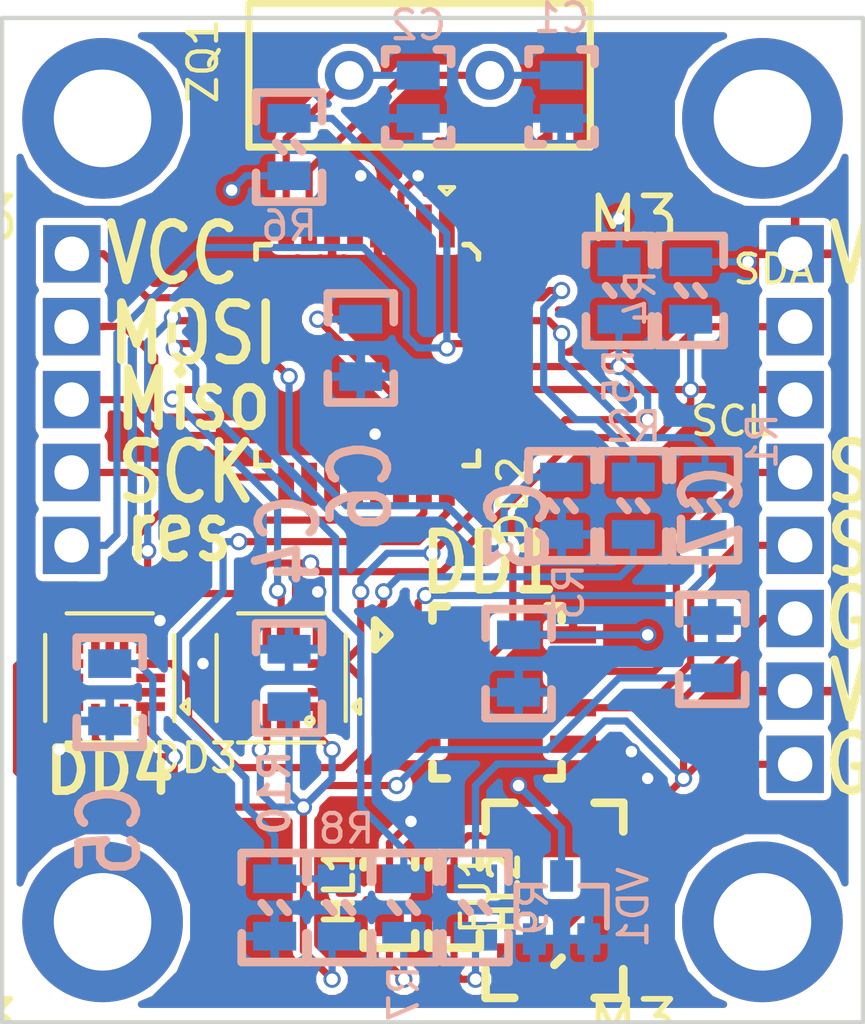
<source format=kicad_pcb>
(kicad_pcb (version 20171130) (host pcbnew "(5.0.0)")

  (general
    (thickness 1.6)
    (drawings 7)
    (tracks 368)
    (zones 0)
    (modules 43)
    (nets 55)
  )

  (page A1)
  (layers
    (0 F.Cu signal)
    (31 B.Cu signal)
    (32 B.Adhes user)
    (33 F.Adhes user)
    (34 B.Paste user)
    (35 F.Paste user)
    (36 B.SilkS user hide)
    (37 F.SilkS user hide)
    (38 B.Mask user)
    (39 F.Mask user)
    (40 Dwgs.User user)
    (41 Cmts.User user)
    (42 Eco1.User user)
    (43 Eco2.User user)
    (44 Edge.Cuts user)
    (45 Margin user)
    (46 B.CrtYd user)
    (47 F.CrtYd user)
    (48 B.Fab user hide)
    (49 F.Fab user hide)
  )

  (setup
    (last_trace_width 0.25)
    (trace_clearance 0.2)
    (zone_clearance 0.25)
    (zone_45_only no)
    (trace_min 0.2)
    (segment_width 0.3)
    (edge_width 0.3)
    (via_size 0.6)
    (via_drill 0.4)
    (via_min_size 0.4)
    (via_min_drill 0.3)
    (uvia_size 0.3)
    (uvia_drill 0.1)
    (uvias_allowed no)
    (uvia_min_size 0.2)
    (uvia_min_drill 0.1)
    (pcb_text_width 0.15)
    (pcb_text_size 1 1)
    (mod_edge_width 0.3)
    (mod_text_size 1 1)
    (mod_text_width 0.15)
    (pad_size 2 2)
    (pad_drill 1.2)
    (pad_to_mask_clearance 0.2)
    (solder_mask_min_width 0.8)
    (aux_axis_origin 0 0)
    (visible_elements 7FFFFFFF)
    (pcbplotparams
      (layerselection 0x010c0_ffffffff)
      (usegerberextensions false)
      (usegerberattributes false)
      (usegerberadvancedattributes false)
      (creategerberjobfile false)
      (excludeedgelayer true)
      (linewidth 0.100000)
      (plotframeref false)
      (viasonmask false)
      (mode 1)
      (useauxorigin false)
      (hpglpennumber 1)
      (hpglpenspeed 20)
      (hpglpendiameter 15.000000)
      (psnegative false)
      (psa4output false)
      (plotreference true)
      (plotvalue true)
      (plotinvisibletext false)
      (padsonsilk false)
      (subtractmaskfromsilk false)
      (outputformat 1)
      (mirror false)
      (drillshape 0)
      (scaleselection 1)
      (outputdirectory "gerber_1/"))
  )

  (net 0 "")
  (net 1 "Net-(C1-Pad2)")
  (net 2 GND)
  (net 3 "Net-(C2-Pad2)")
  (net 4 A)
  (net 5 B)
  (net 6 "Net-(DD1-Pad4)")
  (net 7 EN)
  (net 8 "Net-(DD1-Pad1)")
  (net 9 "Net-(DD2-Pad1)")
  (net 10 "Net-(DD2-Pad2)")
  (net 11 "Net-(DD2-Pad9)")
  (net 12 HL1)
  (net 13 MOSI)
  (net 14 MISO)
  (net 15 SCK)
  (net 16 "Net-(DD2-Pad18)")
  (net 17 "Net-(DD2-Pad19)")
  (net 18 "Net-(DD2-Pad20)")
  (net 19 "Net-(DD2-Pad22)")
  (net 20 "Net-(DD2-Pad24)")
  (net 21 "Net-(DD2-Pad25)")
  (net 22 "Net-(DD2-Pad26)")
  (net 23 SDA)
  (net 24 SCL)
  (net 25 RX)
  (net 26 TX)
  (net 27 "Net-(DD2-Pad32)")
  (net 28 "Net-(DD3-Pad8)")
  (net 29 "Net-(DD3-Pad3)")
  (net 30 "Net-(DD3-Pad2)")
  (net 31 "Net-(DD3-Pad9)")
  (net 32 "Net-(DD3-Pad10)")
  (net 33 "Net-(DD3-Pad11)")
  (net 34 "Net-(DD3-Pad13)")
  (net 35 "Net-(DD3-Pad15)")
  (net 36 "Net-(DD3-Pad16)")
  (net 37 "Net-(HL1-Pad1)")
  (net 38 "Net-(HL2-Pad1)")
  (net 39 reset)
  (net 40 "Net-(DD4-Pad8)")
  (net 41 "Net-(DD4-Pad3)")
  (net 42 "Net-(DD4-Pad2)")
  (net 43 "Net-(DD4-Pad9)")
  (net 44 "Net-(DD4-Pad10)")
  (net 45 "Net-(DD4-Pad11)")
  (net 46 "Net-(DD4-Pad13)")
  (net 47 "Net-(DD4-Pad15)")
  (net 48 "Net-(DD4-Pad16)")
  (net 49 Ep)
  (net 50 VCC)
  (net 51 PD7)
  (net 52 PB2)
  (net 53 GND_in)
  (net 54 EN1)

  (net_class Default "Это класс цепей по умолчанию."
    (clearance 0.2)
    (trace_width 0.25)
    (via_dia 0.6)
    (via_drill 0.4)
    (uvia_dia 0.3)
    (uvia_drill 0.1)
    (add_net A)
    (add_net B)
    (add_net EN)
    (add_net EN1)
    (add_net Ep)
    (add_net GND)
    (add_net GND_in)
    (add_net HL1)
    (add_net MISO)
    (add_net MOSI)
    (add_net "Net-(C1-Pad2)")
    (add_net "Net-(C2-Pad2)")
    (add_net "Net-(DD1-Pad1)")
    (add_net "Net-(DD1-Pad4)")
    (add_net "Net-(DD2-Pad1)")
    (add_net "Net-(DD2-Pad18)")
    (add_net "Net-(DD2-Pad19)")
    (add_net "Net-(DD2-Pad2)")
    (add_net "Net-(DD2-Pad20)")
    (add_net "Net-(DD2-Pad22)")
    (add_net "Net-(DD2-Pad24)")
    (add_net "Net-(DD2-Pad25)")
    (add_net "Net-(DD2-Pad26)")
    (add_net "Net-(DD2-Pad32)")
    (add_net "Net-(DD2-Pad9)")
    (add_net "Net-(DD3-Pad10)")
    (add_net "Net-(DD3-Pad11)")
    (add_net "Net-(DD3-Pad13)")
    (add_net "Net-(DD3-Pad15)")
    (add_net "Net-(DD3-Pad16)")
    (add_net "Net-(DD3-Pad2)")
    (add_net "Net-(DD3-Pad3)")
    (add_net "Net-(DD3-Pad8)")
    (add_net "Net-(DD3-Pad9)")
    (add_net "Net-(DD4-Pad10)")
    (add_net "Net-(DD4-Pad11)")
    (add_net "Net-(DD4-Pad13)")
    (add_net "Net-(DD4-Pad15)")
    (add_net "Net-(DD4-Pad16)")
    (add_net "Net-(DD4-Pad2)")
    (add_net "Net-(DD4-Pad3)")
    (add_net "Net-(DD4-Pad8)")
    (add_net "Net-(DD4-Pad9)")
    (add_net "Net-(HL1-Pad1)")
    (add_net "Net-(HL2-Pad1)")
    (add_net PB2)
    (add_net PD7)
    (add_net RX)
    (add_net SCK)
    (add_net SCL)
    (add_net SDA)
    (add_net TX)
    (add_net VCC)
    (add_net reset)
  )

  (module N_VD_HL:Светодиод_SMD_0603 (layer F.Cu) (tedit 5C2951B7) (tstamp 5C489C2D)
    (at 484.25 318 90)
    (path /5B75E293)
    (fp_text reference HL2 (at 1 1.75 90) (layer F.SilkS)
      (effects (font (size 1 1) (thickness 0.2)))
    )
    (fp_text value Светодиод_3Л341Е (at 0.1524 2.5146 90) (layer F.Fab)
      (effects (font (size 1 1) (thickness 0.15)))
    )
    (fp_line (start -0.9 -0.9) (end -0.9 0.9) (layer F.SilkS) (width 0.3))
    (fp_line (start -0.9 -0.9) (end -0.4 -0.9) (layer F.SilkS) (width 0.3))
    (fp_line (start -0.9 0.9) (end -0.4 0.9) (layer F.SilkS) (width 0.3))
    (fp_line (start 2.4 0.9) (end 1.9 0.9) (layer F.SilkS) (width 0.3))
    (fp_line (start 2.4 0.9) (end 2.4 -0.6) (layer F.SilkS) (width 0.3))
    (fp_line (start 1.9 -0.9) (end 2.1 -0.9) (layer F.SilkS) (width 0.3))
    (fp_line (start 2.1 -0.9) (end 2.4 -0.6) (layer F.SilkS) (width 0.3))
    (pad 1 smd rect (at 0 0 90) (size 1 1) (layers F.Cu F.Paste F.Mask)
      (net 38 "Net-(HL2-Pad1)") (clearance 0.2))
    (pad 2 smd rect (at 1.5 0 90) (size 1 1) (layers F.Cu F.Paste F.Mask)
      (net 2 GND) (clearance 0.2))
    (model ${N_3D}/LED_0603.step
      (offset (xyz 0.75 0 0))
      (scale (xyz 1 1 1))
      (rotate (xyz 0 0 0))
    )
  )

  (module MOTOR_RLC:Резистор_SMD_0805_0,125Вт (layer B.Cu) (tedit 5B5862A6) (tstamp 5BCA0B64)
    (at 485 316.5 270)
    (path /5B75DDA5)
    (fp_text reference R9 (at 1 -2 90) (layer B.SilkS)
      (effects (font (size 1 1) (thickness 0.15)) (justify mirror))
    )
    (fp_text value Р1-8В-0.125-20к (at 1.29 -2.09 270) (layer B.Fab)
      (effects (font (size 1 1) (thickness 0.15)) (justify mirror))
    )
    (fp_line (start -0.6 -1.15) (end -0.1 -1.15) (layer B.SilkS) (width 0.3))
    (fp_line (start 2.5 -1.15) (end 2 -1.15) (layer B.SilkS) (width 0.3))
    (fp_line (start -0.9 1.15) (end 0.1 1.15) (layer B.SilkS) (width 0.3))
    (fp_line (start 2.9 1.15) (end 1.9 1.15) (layer B.SilkS) (width 0.3))
    (fp_line (start 2.9 -1.15) (end 1.9 -1.15) (layer B.SilkS) (width 0.3))
    (fp_line (start -0.9 -1.15) (end 0.1 -1.15) (layer B.SilkS) (width 0.3))
    (fp_line (start 2.9 1.15) (end 2.9 -1.15) (layer B.SilkS) (width 0.3))
    (fp_line (start -0.9 -1.15) (end -0.9 1.15) (layer B.SilkS) (width 0.3))
    (fp_line (start 0.85 0.45) (end 1.15 0.2) (layer B.SilkS) (width 0.3))
    (fp_line (start 0.85 -0.2) (end 1.15 -0.45) (layer B.SilkS) (width 0.3))
    (pad 2 smd rect (at 2 0 270) (size 1 1.5) (layers B.Cu B.Paste B.Mask)
      (net 38 "Net-(HL2-Pad1)") (clearance 0.2))
    (pad 1 smd rect (at 0 0 270) (size 1 1.5) (layers B.Cu B.Paste B.Mask)
      (net 53 GND_in) (clearance 0.2))
    (model "${MOTOR_3D}/Р1-8В-0.125(0805).wrl"
      (offset (xyz 0.1777999973297119 0 0))
      (scale (xyz 0.3937 0.3937 0.3937))
      (rotate (xyz 0 0 0))
    )
  )

  (module MOTOR_RLC:Резистор_SMD_0805_0,125Вт (layer B.Cu) (tedit 5B5862A6) (tstamp 5BCA0B46)
    (at 482.5 316.5 270)
    (path /5B69F2D3)
    (fp_text reference R7 (at 4 0 270) (layer B.SilkS)
      (effects (font (size 1 1) (thickness 0.15)) (justify mirror))
    )
    (fp_text value Р1-8В-0.125 (at 1.29 -2.09 270) (layer B.Fab)
      (effects (font (size 1 1) (thickness 0.15)) (justify mirror))
    )
    (fp_line (start 0.85 -0.2) (end 1.15 -0.45) (layer B.SilkS) (width 0.3))
    (fp_line (start 0.85 0.45) (end 1.15 0.2) (layer B.SilkS) (width 0.3))
    (fp_line (start -0.9 -1.15) (end -0.9 1.15) (layer B.SilkS) (width 0.3))
    (fp_line (start 2.9 1.15) (end 2.9 -1.15) (layer B.SilkS) (width 0.3))
    (fp_line (start -0.9 -1.15) (end 0.1 -1.15) (layer B.SilkS) (width 0.3))
    (fp_line (start 2.9 -1.15) (end 1.9 -1.15) (layer B.SilkS) (width 0.3))
    (fp_line (start 2.9 1.15) (end 1.9 1.15) (layer B.SilkS) (width 0.3))
    (fp_line (start -0.9 1.15) (end 0.1 1.15) (layer B.SilkS) (width 0.3))
    (fp_line (start 2.5 -1.15) (end 2 -1.15) (layer B.SilkS) (width 0.3))
    (fp_line (start -0.6 -1.15) (end -0.1 -1.15) (layer B.SilkS) (width 0.3))
    (pad 1 smd rect (at 0 0 270) (size 1 1.5) (layers B.Cu B.Paste B.Mask)
      (net 12 HL1) (clearance 0.2))
    (pad 2 smd rect (at 2 0 270) (size 1 1.5) (layers B.Cu B.Paste B.Mask)
      (net 37 "Net-(HL1-Pad1)") (clearance 0.2))
    (model "${MOTOR_3D}/Р1-8В-0.125(0805).wrl"
      (offset (xyz 0.1777999973297119 0 0))
      (scale (xyz 0.3937 0.3937 0.3937))
      (rotate (xyz 0 0 0))
    )
  )

  (module N_X:Отверстие_М3_под_гровер (layer F.Cu) (tedit 5C5181C4) (tstamp 5C518156)
    (at 472 318)
    (fp_text reference M3 (at -4.5 3.5) (layer F.SilkS)
      (effects (font (size 1.5 1.5) (thickness 0.2)))
    )
    (fp_text value Отверстие_М3_под_гровер (at 0 5) (layer F.Fab)
      (effects (font (size 1 1) (thickness 0.15)))
    )
    (pad "" thru_hole circle (at 0 0) (size 5.6 5.6) (drill 3.4) (layers *.Cu *.Paste *.Mask))
  )

  (module N_X:Отверстие_М3_под_гровер (layer F.Cu) (tedit 5C5181C4) (tstamp 5B708DA3)
    (at 495 290)
    (fp_text reference M3 (at -4.5 3.5) (layer F.SilkS)
      (effects (font (size 1.5 1.5) (thickness 0.2)))
    )
    (fp_text value Отверстие_М3_под_гровер (at 0 5) (layer F.Fab)
      (effects (font (size 1 1) (thickness 0.15)))
    )
    (pad "" thru_hole circle (at 0 0) (size 5.6 5.6) (drill 3.4) (layers *.Cu *.Paste *.Mask))
  )

  (module N_X:Отверстие_М3_под_гровер (layer F.Cu) (tedit 5C5181C4) (tstamp 5C51843A)
    (at 472 290)
    (fp_text reference M3 (at -4.5 3.5) (layer F.SilkS)
      (effects (font (size 1.5 1.5) (thickness 0.2)))
    )
    (fp_text value Отверстие_М3_под_гровер (at 0 5) (layer F.Fab)
      (effects (font (size 1 1) (thickness 0.15)))
    )
    (pad "" thru_hole circle (at 0 0) (size 5.6 5.6) (drill 3.4) (layers *.Cu *.Paste *.Mask))
  )

  (module N_X:Отверстие_М3_под_гровер (layer F.Cu) (tedit 5C5181C4) (tstamp 5B708D87)
    (at 495 318)
    (fp_text reference M3 (at -4.5 3.5) (layer F.SilkS)
      (effects (font (size 1.5 1.5) (thickness 0.2)))
    )
    (fp_text value Отверстие_М3_под_гровер (at 0 5) (layer F.Fab)
      (effects (font (size 1 1) (thickness 0.15)))
    )
    (pad "" thru_hole circle (at 0 0) (size 5.6 5.6) (drill 3.4) (layers *.Cu *.Paste *.Mask))
  )

  (module N_DD:микросхема_ATMEGA-8-161AU (layer F.Cu) (tedit 5C293411) (tstamp 5B704A94)
    (at 484 294 270)
    (path /5B69DF51)
    (fp_text reference DD2 (at 9.25 -2.3 90) (layer F.SilkS)
      (effects (font (size 1 1) (thickness 0.15)))
    )
    (fp_text value ATmega8 (at 4.17 8.72 270) (layer F.Fab)
      (effects (font (size 1 1) (thickness 0.15)))
    )
    (fp_line (start -1.6 -0.25) (end -1.35 0) (layer F.SilkS) (width 0.15))
    (fp_line (start -1.6 0.25) (end -1.6 -0.25) (layer F.SilkS) (width 0.15))
    (fp_line (start -1.35 0) (end -1.6 0.25) (layer F.SilkS) (width 0.15))
    (fp_line (start 0.7 -1.1) (end 0.9 -1.1) (layer F.SilkS) (width 0.2))
    (fp_line (start 0.4 -0.8) (end 0.4 -0.6) (layer F.SilkS) (width 0.2))
    (fp_line (start 8.1 -1.1) (end 7.6 -1.1) (layer F.SilkS) (width 0.2))
    (fp_line (start 8.1 -1.1) (end 8.1 -0.6) (layer F.SilkS) (width 0.2))
    (fp_line (start 8.1 6.65) (end 8.1 6.15) (layer F.SilkS) (width 0.2))
    (fp_line (start 8.1 6.65) (end 7.6 6.65) (layer F.SilkS) (width 0.2))
    (fp_line (start 0.4 6.65) (end 0.4 6.15) (layer F.SilkS) (width 0.2))
    (fp_line (start 0.4 6.65) (end 0.9 6.65) (layer F.SilkS) (width 0.2))
    (fp_line (start 0.4 -0.8) (end 0.7 -1.1) (layer F.SilkS) (width 0.2))
    (pad 32 smd rect (at 1.45 -1.75) (size 1.5 0.55) (layers F.Cu F.Paste F.Mask)
      (net 27 "Net-(DD2-Pad32)"))
    (pad 31 smd rect (at 2.25 -1.75) (size 1.5 0.55) (layers F.Cu F.Paste F.Mask)
      (net 26 TX))
    (pad 30 smd rect (at 3.05 -1.75) (size 1.5 0.55) (layers F.Cu F.Paste F.Mask)
      (net 25 RX))
    (pad 29 smd rect (at 3.85 -1.75) (size 1.5 0.55) (layers F.Cu F.Paste F.Mask)
      (net 39 reset))
    (pad 28 smd rect (at 4.65 -1.75) (size 1.5 0.55) (layers F.Cu F.Paste F.Mask)
      (net 24 SCL))
    (pad 27 smd rect (at 5.45 -1.75) (size 1.5 0.55) (layers F.Cu F.Paste F.Mask)
      (net 23 SDA))
    (pad 26 smd rect (at 6.25 -1.75) (size 1.5 0.55) (layers F.Cu F.Paste F.Mask)
      (net 22 "Net-(DD2-Pad26)"))
    (pad 25 smd rect (at 7.05 -1.75) (size 1.5 0.55) (layers F.Cu F.Paste F.Mask)
      (net 21 "Net-(DD2-Pad25)"))
    (pad 24 smd rect (at 8.75 0 270) (size 1.5 0.55) (layers F.Cu F.Paste F.Mask)
      (net 20 "Net-(DD2-Pad24)"))
    (pad 23 smd rect (at 8.75 0.8 270) (size 1.5 0.55) (layers F.Cu F.Paste F.Mask)
      (net 50 VCC))
    (pad 22 smd rect (at 8.75 1.6 270) (size 1.5 0.55) (layers F.Cu F.Paste F.Mask)
      (net 19 "Net-(DD2-Pad22)"))
    (pad 21 smd rect (at 8.75 2.4 270) (size 1.5 0.55) (layers F.Cu F.Paste F.Mask)
      (net 2 GND))
    (pad 20 smd rect (at 8.75 3.2 270) (size 1.5 0.55) (layers F.Cu F.Paste F.Mask)
      (net 18 "Net-(DD2-Pad20)"))
    (pad 19 smd rect (at 8.75 4 270) (size 1.5 0.55) (layers F.Cu F.Paste F.Mask)
      (net 17 "Net-(DD2-Pad19)"))
    (pad 18 smd rect (at 8.75 4.8 270) (size 1.5 0.55) (layers F.Cu F.Paste F.Mask)
      (net 16 "Net-(DD2-Pad18)"))
    (pad 17 smd rect (at 8.75 5.6 270) (size 1.5 0.55) (layers F.Cu F.Paste F.Mask)
      (net 15 SCK))
    (pad 16 smd rect (at 7.05 7.3) (size 1.5 0.55) (layers F.Cu F.Paste F.Mask)
      (net 14 MISO))
    (pad 15 smd rect (at 6.25 7.3) (size 1.5 0.55) (layers F.Cu F.Paste F.Mask)
      (net 13 MOSI))
    (pad 14 smd rect (at 5.45 7.3) (size 1.5 0.55) (layers F.Cu F.Paste F.Mask)
      (net 52 PB2))
    (pad 13 smd rect (at 4.65 7.3) (size 1.5 0.55) (layers F.Cu F.Paste F.Mask)
      (net 7 EN))
    (pad 12 smd rect (at 3.85 7.3) (size 1.5 0.55) (layers F.Cu F.Paste F.Mask)
      (net 12 HL1))
    (pad 11 smd rect (at 3.05 7.3) (size 1.5 0.55) (layers F.Cu F.Paste F.Mask)
      (net 51 PD7))
    (pad 10 smd rect (at 2.25 7.3) (size 1.5 0.55) (layers F.Cu F.Paste F.Mask)
      (net 54 EN1))
    (pad 9 smd rect (at 1.45 7.3) (size 1.5 0.55) (layers F.Cu F.Paste F.Mask)
      (net 11 "Net-(DD2-Pad9)"))
    (pad 8 smd rect (at -0.25 5.6 270) (size 1.5 0.55) (layers F.Cu F.Paste F.Mask)
      (net 3 "Net-(C2-Pad2)"))
    (pad 7 smd rect (at -0.25 4.8 270) (size 1.5 0.55) (layers F.Cu F.Paste F.Mask)
      (net 1 "Net-(C1-Pad2)"))
    (pad 6 smd rect (at -0.25 4 270) (size 1.5 0.55) (layers F.Cu F.Paste F.Mask)
      (net 49 Ep))
    (pad 5 smd rect (at -0.25 3.2 270) (size 1.5 0.55) (layers F.Cu F.Paste F.Mask)
      (net 2 GND))
    (pad 4 smd rect (at -0.25 2.4 270) (size 1.5 0.55) (layers F.Cu F.Paste F.Mask)
      (net 49 Ep))
    (pad 3 smd rect (at -0.25 1.6 270) (size 1.5 0.55) (layers F.Cu F.Paste F.Mask)
      (net 2 GND))
    (pad 2 smd rect (at -0.25 0.8 270) (size 1.5 0.55) (layers F.Cu F.Paste F.Mask)
      (net 10 "Net-(DD2-Pad2)"))
    (pad 1 smd rect (at -0.25 0 270) (size 1.5 0.55) (layers F.Cu F.Paste F.Mask)
      (net 9 "Net-(DD2-Pad1)"))
    (model "${N_3D}/atmega8 (tqfp32)_V2008.step"
      (offset (xyz 3.1 -1.6 0.5))
      (scale (xyz 1 1 1))
      (rotate (xyz -90 0 0))
    )
  )

  (module "MOTOR_IMPORT_OTK:Предохранитель_SMD(1812)" (layer F.Cu) (tedit 5B59FB98) (tstamp 5BCA0ABB)
    (at 487.75 315 270)
    (path /5B75D420)
    (fp_text reference FU1 (at 2 2.75 90) (layer F.SilkS)
      (effects (font (size 1 1) (thickness 0.15)))
    )
    (fp_text value Р1-8В-0.25-20K (at 2.55 3.55 270) (layer F.Fab)
      (effects (font (size 1 1) (thickness 0.15)))
    )
    (fp_line (start 5.65 -2.4) (end 4.65 -2.4) (layer F.SilkS) (width 0.3))
    (fp_line (start 5.65 -2.4) (end 5.65 -1.4) (layer F.SilkS) (width 0.3))
    (fp_line (start 5.65 2.4) (end 4.65 2.4) (layer F.SilkS) (width 0.3))
    (fp_line (start 5.65 2.4) (end 5.65 1.4) (layer F.SilkS) (width 0.3))
    (fp_line (start -1.15 2.4) (end -0.15 2.4) (layer F.SilkS) (width 0.3))
    (fp_line (start -1.15 2.4) (end -1.15 1.4) (layer F.SilkS) (width 0.3))
    (fp_line (start -1.15 -2.4) (end -1.15 -1.4) (layer F.SilkS) (width 0.3))
    (fp_line (start -1.15 -2.4) (end -0.15 -2.4) (layer F.SilkS) (width 0.3))
    (pad 1 smd rect (at 0 0 270) (size 1.5 4) (layers F.Cu F.Paste F.Mask)
      (net 2 GND) (clearance 0.2))
    (pad 2 smd rect (at 4.5 0 270) (size 1.5 4) (layers F.Cu F.Paste F.Mask)
      (net 53 GND_in) (clearance 0.2))
    (model "${MOTOR_3D}/Конденсатор 1812.wrl"
      (offset (xyz 0 -1.778 2.1))
      (scale (xyz 0.3937 0.3937 0.3937))
      (rotate (xyz 90 0 0))
    )
  )

  (module MOTOR_IMPORT_OTK:акселерометр (layer F.Cu) (tedit 5BCC34EC) (tstamp 5C5185BE)
    (at 478.225 309.5 180)
    (path /5BC908E6)
    (fp_text reference DD3 (at 3 -2.79 180) (layer F.SilkS)
      (effects (font (size 1 1) (thickness 0.15)))
    )
    (fp_text value LIS3DH (at 0.01 5.07 180) (layer F.Fab)
      (effects (font (size 1 1) (thickness 0.15)))
    )
    (fp_line (start -2.5 -1) (end -2.75 -0.75) (layer F.SilkS) (width 0.15))
    (fp_line (start -2.75 -0.75) (end -2.75 -1.25) (layer F.SilkS) (width 0.15))
    (fp_line (start -2.75 -1.25) (end -2.5 -1) (layer F.SilkS) (width 0.15))
    (fp_circle (center -1 -1.5) (end -0.95 -1.475) (layer F.SilkS) (width 0.15))
    (fp_line (start -1.5 2.25) (end 1.5 2.25) (layer F.SilkS) (width 0.15))
    (fp_line (start 2.25 1.5) (end 2.25 -1.5) (layer F.SilkS) (width 0.15))
    (fp_line (start 1.5 -2.25) (end -1.5 -2.25) (layer F.SilkS) (width 0.15))
    (fp_line (start -2.25 -1.5) (end -2.25 1.5) (layer F.SilkS) (width 0.15))
    (pad 7 smd rect (at 0 1.225 180) (size 0.3 1) (drill (offset 0 0.2)) (layers F.Cu F.Paste F.Mask)
      (net 52 PB2))
    (pad 6 smd rect (at -0.5 1.225 180) (size 0.3 1) (drill (offset 0 0.2)) (layers F.Cu F.Paste F.Mask)
      (net 23 SDA))
    (pad 8 smd rect (at 0.5 1.225 180) (size 0.3 1) (drill (offset 0 0.2)) (layers F.Cu F.Paste F.Mask)
      (net 28 "Net-(DD3-Pad8)"))
    (pad 3 smd rect (at -1.225 0 180) (size 1 0.3) (drill (offset -0.2 0)) (layers F.Cu F.Paste F.Mask)
      (net 29 "Net-(DD3-Pad3)"))
    (pad 2 smd rect (at -1.225 -0.5 180) (size 1 0.3) (drill (offset -0.2 0)) (layers F.Cu F.Paste F.Mask)
      (net 30 "Net-(DD3-Pad2)"))
    (pad 1 smd rect (at -1.225 -1 180) (size 1 0.3) (drill (offset -0.2 0)) (layers F.Cu F.Paste F.Mask)
      (net 50 VCC))
    (pad 4 smd rect (at -1.225 0.5 180) (size 1 0.3) (drill (offset -0.2 0)) (layers F.Cu F.Paste F.Mask)
      (net 24 SCL))
    (pad 5 smd rect (at -1.225 1 180) (size 1 0.3) (drill (offset -0.2 0)) (layers F.Cu F.Paste F.Mask)
      (net 2 GND))
    (pad 9 smd rect (at 1.225 1 180) (size 1 0.3) (drill (offset 0.2 0)) (layers F.Cu F.Paste F.Mask)
      (net 31 "Net-(DD3-Pad9)"))
    (pad 10 smd rect (at 1.225 0.5 180) (size 1 0.3) (drill (offset 0.2 0)) (layers F.Cu F.Paste F.Mask)
      (net 32 "Net-(DD3-Pad10)"))
    (pad 11 smd rect (at 1.225 0 180) (size 1 0.3) (drill (offset 0.2 0)) (layers F.Cu F.Paste F.Mask)
      (net 33 "Net-(DD3-Pad11)"))
    (pad 12 smd rect (at 1.225 -0.5 180) (size 1 0.3) (drill (offset 0.2 0)) (layers F.Cu F.Paste F.Mask)
      (net 2 GND))
    (pad 13 smd rect (at 1.225 -1 180) (size 1 0.3) (drill (offset 0.2 0)) (layers F.Cu F.Paste F.Mask)
      (net 34 "Net-(DD3-Pad13)"))
    (pad 14 smd rect (at 0.5 -1.2 180) (size 0.3 1) (drill (offset 0 -0.2)) (layers F.Cu F.Paste F.Mask)
      (net 50 VCC))
    (pad 15 smd rect (at 0 -1.2 180) (size 0.3 1) (drill (offset 0 -0.2)) (layers F.Cu F.Paste F.Mask)
      (net 35 "Net-(DD3-Pad15)"))
    (pad 16 smd rect (at -0.5 -1.2 180) (size 0.3 1) (drill (offset 0 -0.2)) (layers F.Cu F.Paste F.Mask)
      (net 36 "Net-(DD3-Pad16)"))
    (model C:/Kicad/motor_pcb/3D_wrl/LG-16.step
      (offset (xyz 0 0 0.1))
      (scale (xyz 1 1 1))
      (rotate (xyz 90 180 180))
    )
  )

  (module "MOTOR_RLC:Конденсатор_SMD_К10-83(0603)" (layer B.Cu) (tedit 5B59F93D) (tstamp 5BCA0A55)
    (at 488 290 90)
    (path /5B69F0D0)
    (fp_text reference C1 (at 3.5 0 180) (layer B.SilkS)
      (effects (font (size 1 1) (thickness 0.15)) (justify mirror))
    )
    (fp_text value К10-83-50В-12пФ (at 0.1524 -2.5146 90) (layer B.Fab)
      (effects (font (size 1 1) (thickness 0.15)) (justify mirror))
    )
    (fp_line (start -0.9 1.15) (end -0.4 1.15) (layer B.SilkS) (width 0.3))
    (fp_line (start -0.9 1.15) (end -0.9 0.65) (layer B.SilkS) (width 0.3))
    (fp_line (start -0.9 -1.15) (end -0.4 -1.15) (layer B.SilkS) (width 0.3))
    (fp_line (start -0.9 -1.15) (end -0.9 -0.65) (layer B.SilkS) (width 0.3))
    (fp_line (start 2.4 1.15) (end 2.4 0.65) (layer B.SilkS) (width 0.3))
    (fp_line (start 2.4 1.15) (end 1.9 1.15) (layer B.SilkS) (width 0.3))
    (fp_line (start 2.4 -1.15) (end 1.9 -1.15) (layer B.SilkS) (width 0.3))
    (fp_line (start 2.4 -1.15) (end 2.4 -0.75) (layer B.SilkS) (width 0.3))
    (pad 1 smd rect (at 0 0 90) (size 1 1.5) (layers B.Cu B.Paste B.Mask)
      (net 2 GND) (clearance 0.2))
    (pad 2 smd rect (at 1.5 0 90) (size 1 1.5) (layers B.Cu B.Paste B.Mask)
      (net 1 "Net-(C1-Pad2)") (clearance 0.2))
    (model "${MOTOR_3D}/Конденсатор 0603.wrl"
      (offset (xyz 0 -0.558799991607666 0))
      (scale (xyz 0.3937 0.3937 0.3937))
      (rotate (xyz 0 90 90))
    )
  )

  (module "MOTOR_RLC:Конденсатор_SMD_К10-83(0603)" (layer B.Cu) (tedit 5B59F93D) (tstamp 5BCA0A62)
    (at 483 290 90)
    (path /5B69F116)
    (fp_text reference C2 (at 3.25 0 180) (layer B.SilkS)
      (effects (font (size 1 1) (thickness 0.15)) (justify mirror))
    )
    (fp_text value К10-83-50В-12пФ (at 0.1524 -2.5146 90) (layer B.Fab)
      (effects (font (size 1 1) (thickness 0.15)) (justify mirror))
    )
    (fp_line (start 2.4 -1.15) (end 2.4 -0.75) (layer B.SilkS) (width 0.3))
    (fp_line (start 2.4 -1.15) (end 1.9 -1.15) (layer B.SilkS) (width 0.3))
    (fp_line (start 2.4 1.15) (end 1.9 1.15) (layer B.SilkS) (width 0.3))
    (fp_line (start 2.4 1.15) (end 2.4 0.65) (layer B.SilkS) (width 0.3))
    (fp_line (start -0.9 -1.15) (end -0.9 -0.65) (layer B.SilkS) (width 0.3))
    (fp_line (start -0.9 -1.15) (end -0.4 -1.15) (layer B.SilkS) (width 0.3))
    (fp_line (start -0.9 1.15) (end -0.9 0.65) (layer B.SilkS) (width 0.3))
    (fp_line (start -0.9 1.15) (end -0.4 1.15) (layer B.SilkS) (width 0.3))
    (pad 2 smd rect (at 1.5 0 90) (size 1 1.5) (layers B.Cu B.Paste B.Mask)
      (net 3 "Net-(C2-Pad2)") (clearance 0.2))
    (pad 1 smd rect (at 0 0 90) (size 1 1.5) (layers B.Cu B.Paste B.Mask)
      (net 2 GND) (clearance 0.2))
    (model "${MOTOR_3D}/Конденсатор 0603.wrl"
      (offset (xyz 0 -0.558799991607666 0))
      (scale (xyz 0.3937 0.3937 0.3937))
      (rotate (xyz 0 90 90))
    )
  )

  (module MOTOR_RLC:Резистор_SMD_0805_0,125Вт (layer B.Cu) (tedit 5B5862A6) (tstamp 5BCA0AEC)
    (at 493 304.5 90)
    (path /5B6B44EE)
    (fp_text reference R1 (at 3.25 2 90) (layer B.SilkS)
      (effects (font (size 1 1) (thickness 0.15)) (justify mirror))
    )
    (fp_text value Р1-8В-0.125-20к (at 1.29 -2.09 90) (layer B.Fab)
      (effects (font (size 1 1) (thickness 0.15)) (justify mirror))
    )
    (fp_line (start 0.85 -0.2) (end 1.15 -0.45) (layer B.SilkS) (width 0.3))
    (fp_line (start 0.85 0.45) (end 1.15 0.2) (layer B.SilkS) (width 0.3))
    (fp_line (start -0.9 -1.15) (end -0.9 1.15) (layer B.SilkS) (width 0.3))
    (fp_line (start 2.9 1.15) (end 2.9 -1.15) (layer B.SilkS) (width 0.3))
    (fp_line (start -0.9 -1.15) (end 0.1 -1.15) (layer B.SilkS) (width 0.3))
    (fp_line (start 2.9 -1.15) (end 1.9 -1.15) (layer B.SilkS) (width 0.3))
    (fp_line (start 2.9 1.15) (end 1.9 1.15) (layer B.SilkS) (width 0.3))
    (fp_line (start -0.9 1.15) (end 0.1 1.15) (layer B.SilkS) (width 0.3))
    (fp_line (start 2.5 -1.15) (end 2 -1.15) (layer B.SilkS) (width 0.3))
    (fp_line (start -0.6 -1.15) (end -0.1 -1.15) (layer B.SilkS) (width 0.3))
    (pad 1 smd rect (at 0 0 90) (size 1 1.5) (layers B.Cu B.Paste B.Mask)
      (net 8 "Net-(DD1-Pad1)") (clearance 0.2))
    (pad 2 smd rect (at 2 0 90) (size 1 1.5) (layers B.Cu B.Paste B.Mask)
      (net 25 RX) (clearance 0.2))
    (model "${MOTOR_3D}/Р1-8В-0.125(0805).wrl"
      (offset (xyz 0.1777999973297119 0 0))
      (scale (xyz 0.3937 0.3937 0.3937))
      (rotate (xyz 0 0 0))
    )
  )

  (module MOTOR_RLC:Резистор_SMD_0805_0,125Вт (layer B.Cu) (tedit 5B5862A6) (tstamp 5C5163F9)
    (at 490.5 304.5 90)
    (path /5B6B4632)
    (fp_text reference R2 (at 3.75 0 180) (layer B.SilkS)
      (effects (font (size 1 1) (thickness 0.15)) (justify mirror))
    )
    (fp_text value Р1-8В-0.125-20к (at 1.29 -2.09 90) (layer B.Fab)
      (effects (font (size 1 1) (thickness 0.15)) (justify mirror))
    )
    (fp_line (start -0.6 -1.15) (end -0.1 -1.15) (layer B.SilkS) (width 0.3))
    (fp_line (start 2.5 -1.15) (end 2 -1.15) (layer B.SilkS) (width 0.3))
    (fp_line (start -0.9 1.15) (end 0.1 1.15) (layer B.SilkS) (width 0.3))
    (fp_line (start 2.9 1.15) (end 1.9 1.15) (layer B.SilkS) (width 0.3))
    (fp_line (start 2.9 -1.15) (end 1.9 -1.15) (layer B.SilkS) (width 0.3))
    (fp_line (start -0.9 -1.15) (end 0.1 -1.15) (layer B.SilkS) (width 0.3))
    (fp_line (start 2.9 1.15) (end 2.9 -1.15) (layer B.SilkS) (width 0.3))
    (fp_line (start -0.9 -1.15) (end -0.9 1.15) (layer B.SilkS) (width 0.3))
    (fp_line (start 0.85 0.45) (end 1.15 0.2) (layer B.SilkS) (width 0.3))
    (fp_line (start 0.85 -0.2) (end 1.15 -0.45) (layer B.SilkS) (width 0.3))
    (pad 2 smd rect (at 2 0 90) (size 1 1.5) (layers B.Cu B.Paste B.Mask)
      (net 26 TX) (clearance 0.2))
    (pad 1 smd rect (at 0 0 90) (size 1 1.5) (layers B.Cu B.Paste B.Mask)
      (net 6 "Net-(DD1-Pad4)") (clearance 0.2))
    (model "${MOTOR_3D}/Р1-8В-0.125(0805).wrl"
      (offset (xyz 0.1777999973297119 0 0))
      (scale (xyz 0.3937 0.3937 0.3937))
      (rotate (xyz 0 0 0))
    )
  )

  (module MOTOR_RLC:Резистор_SMD_0805_0,125Вт (layer B.Cu) (tedit 5B5862A6) (tstamp 5BCA0B0A)
    (at 488 304.5 90)
    (path /5B6B48AB)
    (fp_text reference R3 (at -2 0.25 90) (layer B.SilkS)
      (effects (font (size 1 1) (thickness 0.15)) (justify mirror))
    )
    (fp_text value Р1-8В-0.125-20к (at 1.29 -2.09 90) (layer B.Fab)
      (effects (font (size 1 1) (thickness 0.15)) (justify mirror))
    )
    (fp_line (start 0.85 -0.2) (end 1.15 -0.45) (layer B.SilkS) (width 0.3))
    (fp_line (start 0.85 0.45) (end 1.15 0.2) (layer B.SilkS) (width 0.3))
    (fp_line (start -0.9 -1.15) (end -0.9 1.15) (layer B.SilkS) (width 0.3))
    (fp_line (start 2.9 1.15) (end 2.9 -1.15) (layer B.SilkS) (width 0.3))
    (fp_line (start -0.9 -1.15) (end 0.1 -1.15) (layer B.SilkS) (width 0.3))
    (fp_line (start 2.9 -1.15) (end 1.9 -1.15) (layer B.SilkS) (width 0.3))
    (fp_line (start 2.9 1.15) (end 1.9 1.15) (layer B.SilkS) (width 0.3))
    (fp_line (start -0.9 1.15) (end 0.1 1.15) (layer B.SilkS) (width 0.3))
    (fp_line (start 2.5 -1.15) (end 2 -1.15) (layer B.SilkS) (width 0.3))
    (fp_line (start -0.6 -1.15) (end -0.1 -1.15) (layer B.SilkS) (width 0.3))
    (pad 1 smd rect (at 0 0 90) (size 1 1.5) (layers B.Cu B.Paste B.Mask)
      (net 2 GND) (clearance 0.2))
    (pad 2 smd rect (at 2 0 90) (size 1 1.5) (layers B.Cu B.Paste B.Mask)
      (net 7 EN) (clearance 0.2))
    (model "${MOTOR_3D}/Р1-8В-0.125(0805).wrl"
      (offset (xyz 0.1777999973297119 0 0))
      (scale (xyz 0.3937 0.3937 0.3937))
      (rotate (xyz 0 0 0))
    )
  )

  (module MOTOR_RLC:Резистор_SMD_0805_0,125Вт (layer B.Cu) (tedit 5B5862A6) (tstamp 5BCA0B19)
    (at 492.5 295 270)
    (path /5B6B3CC6)
    (fp_text reference R4 (at 1.25 1.75 90) (layer B.SilkS)
      (effects (font (size 1 1) (thickness 0.15)) (justify mirror))
    )
    (fp_text value Р1-8В-0.125-20к (at 1.29 -2.09 270) (layer B.Fab)
      (effects (font (size 1 1) (thickness 0.15)) (justify mirror))
    )
    (fp_line (start 0.85 -0.2) (end 1.15 -0.45) (layer B.SilkS) (width 0.3))
    (fp_line (start 0.85 0.45) (end 1.15 0.2) (layer B.SilkS) (width 0.3))
    (fp_line (start -0.9 -1.15) (end -0.9 1.15) (layer B.SilkS) (width 0.3))
    (fp_line (start 2.9 1.15) (end 2.9 -1.15) (layer B.SilkS) (width 0.3))
    (fp_line (start -0.9 -1.15) (end 0.1 -1.15) (layer B.SilkS) (width 0.3))
    (fp_line (start 2.9 -1.15) (end 1.9 -1.15) (layer B.SilkS) (width 0.3))
    (fp_line (start 2.9 1.15) (end 1.9 1.15) (layer B.SilkS) (width 0.3))
    (fp_line (start -0.9 1.15) (end 0.1 1.15) (layer B.SilkS) (width 0.3))
    (fp_line (start 2.5 -1.15) (end 2 -1.15) (layer B.SilkS) (width 0.3))
    (fp_line (start -0.6 -1.15) (end -0.1 -1.15) (layer B.SilkS) (width 0.3))
    (pad 1 smd rect (at 0 0 270) (size 1 1.5) (layers B.Cu B.Paste B.Mask)
      (net 49 Ep) (clearance 0.2))
    (pad 2 smd rect (at 2 0 270) (size 1 1.5) (layers B.Cu B.Paste B.Mask)
      (net 23 SDA) (clearance 0.2))
    (model "${MOTOR_3D}/Р1-8В-0.125(0805).wrl"
      (offset (xyz 0.1777999973297119 0 0))
      (scale (xyz 0.3937 0.3937 0.3937))
      (rotate (xyz 0 0 0))
    )
  )

  (module MOTOR_RLC:Резистор_SMD_0805_0,125Вт (layer B.Cu) (tedit 5B5862A6) (tstamp 5BCA0B28)
    (at 490 295 270)
    (path /5B6B3DCD)
    (fp_text reference R5 (at 4 0 270) (layer B.SilkS)
      (effects (font (size 1 1) (thickness 0.15)) (justify mirror))
    )
    (fp_text value Р1-8В-0.125-20к (at 1.29 -2.09 270) (layer B.Fab)
      (effects (font (size 1 1) (thickness 0.15)) (justify mirror))
    )
    (fp_line (start -0.6 -1.15) (end -0.1 -1.15) (layer B.SilkS) (width 0.3))
    (fp_line (start 2.5 -1.15) (end 2 -1.15) (layer B.SilkS) (width 0.3))
    (fp_line (start -0.9 1.15) (end 0.1 1.15) (layer B.SilkS) (width 0.3))
    (fp_line (start 2.9 1.15) (end 1.9 1.15) (layer B.SilkS) (width 0.3))
    (fp_line (start 2.9 -1.15) (end 1.9 -1.15) (layer B.SilkS) (width 0.3))
    (fp_line (start -0.9 -1.15) (end 0.1 -1.15) (layer B.SilkS) (width 0.3))
    (fp_line (start 2.9 1.15) (end 2.9 -1.15) (layer B.SilkS) (width 0.3))
    (fp_line (start -0.9 -1.15) (end -0.9 1.15) (layer B.SilkS) (width 0.3))
    (fp_line (start 0.85 0.45) (end 1.15 0.2) (layer B.SilkS) (width 0.3))
    (fp_line (start 0.85 -0.2) (end 1.15 -0.45) (layer B.SilkS) (width 0.3))
    (pad 2 smd rect (at 2 0 270) (size 1 1.5) (layers B.Cu B.Paste B.Mask)
      (net 24 SCL) (clearance 0.2))
    (pad 1 smd rect (at 0 0 270) (size 1 1.5) (layers B.Cu B.Paste B.Mask)
      (net 49 Ep) (clearance 0.2))
    (model "${MOTOR_3D}/Р1-8В-0.125(0805).wrl"
      (offset (xyz 0.1777999973297119 0 0))
      (scale (xyz 0.3937 0.3937 0.3937))
      (rotate (xyz 0 0 0))
    )
  )

  (module MOTOR_RLC:Резистор_SMD_0805_0,125Вт (layer B.Cu) (tedit 5B5862A6) (tstamp 5BCA0B37)
    (at 478.5 290 270)
    (path /5B69F66C)
    (fp_text reference R6 (at 3.75 0) (layer B.SilkS)
      (effects (font (size 1 1) (thickness 0.15)) (justify mirror))
    )
    (fp_text value Р1-8В-0.125-20к (at 1.29 -2.09 270) (layer B.Fab)
      (effects (font (size 1 1) (thickness 0.15)) (justify mirror))
    )
    (fp_line (start -0.6 -1.15) (end -0.1 -1.15) (layer B.SilkS) (width 0.3))
    (fp_line (start 2.5 -1.15) (end 2 -1.15) (layer B.SilkS) (width 0.3))
    (fp_line (start -0.9 1.15) (end 0.1 1.15) (layer B.SilkS) (width 0.3))
    (fp_line (start 2.9 1.15) (end 1.9 1.15) (layer B.SilkS) (width 0.3))
    (fp_line (start 2.9 -1.15) (end 1.9 -1.15) (layer B.SilkS) (width 0.3))
    (fp_line (start -0.9 -1.15) (end 0.1 -1.15) (layer B.SilkS) (width 0.3))
    (fp_line (start 2.9 1.15) (end 2.9 -1.15) (layer B.SilkS) (width 0.3))
    (fp_line (start -0.9 -1.15) (end -0.9 1.15) (layer B.SilkS) (width 0.3))
    (fp_line (start 0.85 0.45) (end 1.15 0.2) (layer B.SilkS) (width 0.3))
    (fp_line (start 0.85 -0.2) (end 1.15 -0.45) (layer B.SilkS) (width 0.3))
    (pad 2 smd rect (at 2 0 270) (size 1 1.5) (layers B.Cu B.Paste B.Mask)
      (net 49 Ep) (clearance 0.2))
    (pad 1 smd rect (at 0 0 270) (size 1 1.5) (layers B.Cu B.Paste B.Mask)
      (net 39 reset) (clearance 0.2))
    (model "${MOTOR_3D}/Р1-8В-0.125(0805).wrl"
      (offset (xyz 0.1777999973297119 0 0))
      (scale (xyz 0.3937 0.3937 0.3937))
      (rotate (xyz 0 0 0))
    )
  )

  (module "MOTOR_RLC:Резонатор_РК456МДУ(DIP)" (layer F.Cu) (tedit 5B607CF5) (tstamp 5BCA0B83)
    (at 485.5 288.5 180)
    (path /5B69F039)
    (fp_text reference ZQ1 (at 10 0.5 90) (layer F.SilkS)
      (effects (font (size 1 1) (thickness 0.15)))
    )
    (fp_text value РК456МДУ (at 2.7 3.5 180) (layer F.Fab)
      (effects (font (size 1 1) (thickness 0.15)))
    )
    (fp_line (start -3.5 2.5) (end 8.4 2.5) (layer F.SilkS) (width 0.25))
    (fp_line (start 8.4 -2.5) (end -3.5 -2.5) (layer F.SilkS) (width 0.25))
    (fp_line (start -3.5 -2.5) (end -3.5 2.5) (layer F.SilkS) (width 0.25))
    (fp_line (start 8.4 -2.5) (end 8.4 2.5) (layer F.SilkS) (width 0.25))
    (pad 2 thru_hole circle (at 4.9 0 180) (size 1.7 1.7) (drill 1) (layers *.Cu *.Mask)
      (net 3 "Net-(C2-Pad2)"))
    (pad 1 thru_hole circle (at 0 0 180) (size 1.7 1.7) (drill 1) (layers *.Cu *.Mask)
      (net 1 "Net-(C1-Pad2)"))
    (model "${MOTOR_3D}/Резонатор РК456МДУ.wrl"
      (offset (xyz -3.047999954223633 -2.412999963760376 0.2539999961853027))
      (scale (xyz 0.3937 0.3937 0.3937))
      (rotate (xyz 0 0 0))
    )
  )

  (module MOTOR_ICO:Отверстие_под_пайку_D1.2 (layer F.Cu) (tedit 5C489660) (tstamp 5BCB670A)
    (at 496.14 297.26)
    (path /5BC4E3BE)
    (fp_text reference XS9 (at -2.75 -0.25) (layer F.Fab)
      (effects (font (size 1 1) (thickness 0.15)))
    )
    (fp_text value SDA (at -0.75 -2) (layer F.SilkS)
      (effects (font (size 1 1) (thickness 0.15)))
    )
    (pad 1 thru_hole rect (at 0 0) (size 2 2) (drill 1.2) (layers *.Cu *.Mask)
      (net 24 SCL))
  )

  (module MOTOR_ICO:Отверстие_под_пайку_D1.2 (layer F.Cu) (tedit 5C489646) (tstamp 5BCB670F)
    (at 496.14 299.8)
    (path /5BC4E048)
    (fp_text reference XS10 (at -3 -1.75) (layer F.Fab)
      (effects (font (size 1 1) (thickness 0.15)))
    )
    (fp_text value SCL (at -2.25 0.75) (layer F.SilkS)
      (effects (font (size 1 1) (thickness 0.15)))
    )
    (pad 1 thru_hole rect (at 0 0) (size 2 2) (drill 1.2) (layers *.Cu *.Mask)
      (net 23 SDA))
  )

  (module N_RLC:Резистор_SMD_0805_0,125Вт (layer B.Cu) (tedit 5C2951A1) (tstamp 5C489A8E)
    (at 478 316.5 270)
    (path /5C4A055A)
    (fp_text reference R10 (at -3 0 270) (layer B.SilkS)
      (effects (font (size 1 1) (thickness 0.2)) (justify mirror))
    )
    (fp_text value Резистор_0,125Вт (at 1.29 -2.09 270) (layer B.Fab) hide
      (effects (font (size 2 1.6) (thickness 0.3)) (justify mirror))
    )
    (fp_line (start -0.6 -1.15) (end -0.1 -1.15) (layer B.SilkS) (width 0.3))
    (fp_line (start 2.5 -1.15) (end 2 -1.15) (layer B.SilkS) (width 0.3))
    (fp_line (start -0.9 1.15) (end 0.1 1.15) (layer B.SilkS) (width 0.3))
    (fp_line (start 2.9 1.15) (end 1.9 1.15) (layer B.SilkS) (width 0.3))
    (fp_line (start 2.9 -1.15) (end 1.9 -1.15) (layer B.SilkS) (width 0.3))
    (fp_line (start -0.9 -1.15) (end 0.1 -1.15) (layer B.SilkS) (width 0.3))
    (fp_line (start 2.9 1.15) (end 2.9 -1.15) (layer B.SilkS) (width 0.3))
    (fp_line (start -0.9 -1.15) (end -0.9 1.15) (layer B.SilkS) (width 0.3))
    (fp_line (start 0.85 0.45) (end 1.15 0.2) (layer B.SilkS) (width 0.3))
    (fp_line (start 0.85 -0.2) (end 1.15 -0.45) (layer B.SilkS) (width 0.3))
    (pad 2 smd rect (at 2 0 270) (size 1 1.5) (layers B.Cu B.Paste B.Mask)
      (net 2 GND) (clearance 0.2))
    (pad 1 smd rect (at 0 0 270) (size 1 1.5) (layers B.Cu B.Paste B.Mask)
      (net 20 "Net-(DD2-Pad24)") (clearance 0.2))
    (model ${N_3D}/Res_0805.stp
      (offset (xyz 0.05 0.61 0))
      (scale (xyz 1 1 1))
      (rotate (xyz 0 0 90))
    )
  )

  (module N_VD_HL:Светодиод_SMD_0603 (layer F.Cu) (tedit 5C2951B7) (tstamp 5C489C21)
    (at 482 318 90)
    (path /5B69F32E)
    (fp_text reference HL1 (at 1.25 -1.75 90) (layer F.SilkS)
      (effects (font (size 1 1) (thickness 0.2)))
    )
    (fp_text value Светодиод_3Л341Е (at 0.1524 2.5146 90) (layer F.Fab)
      (effects (font (size 1 1) (thickness 0.15)))
    )
    (fp_line (start 2.1 -0.9) (end 2.4 -0.6) (layer F.SilkS) (width 0.3))
    (fp_line (start 1.9 -0.9) (end 2.1 -0.9) (layer F.SilkS) (width 0.3))
    (fp_line (start 2.4 0.9) (end 2.4 -0.6) (layer F.SilkS) (width 0.3))
    (fp_line (start 2.4 0.9) (end 1.9 0.9) (layer F.SilkS) (width 0.3))
    (fp_line (start -0.9 0.9) (end -0.4 0.9) (layer F.SilkS) (width 0.3))
    (fp_line (start -0.9 -0.9) (end -0.4 -0.9) (layer F.SilkS) (width 0.3))
    (fp_line (start -0.9 -0.9) (end -0.9 0.9) (layer F.SilkS) (width 0.3))
    (pad 2 smd rect (at 1.5 0 90) (size 1 1) (layers F.Cu F.Paste F.Mask)
      (net 2 GND) (clearance 0.2))
    (pad 1 smd rect (at 0 0 90) (size 1 1) (layers F.Cu F.Paste F.Mask)
      (net 37 "Net-(HL1-Pad1)") (clearance 0.2))
    (model ${N_3D}/LED_0603.step
      (offset (xyz 0.75 0 0))
      (scale (xyz 1 1 1))
      (rotate (xyz 0 0 0))
    )
  )

  (module N_RLC:Резистор_SMD_0805_0,125Вт (layer B.Cu) (tedit 5C2951A1) (tstamp 5C489C39)
    (at 480.25 318.5 90)
    (path /5C4A04C6)
    (fp_text reference R8 (at 3.75 0.25 180) (layer B.SilkS)
      (effects (font (size 1 1) (thickness 0.15)) (justify mirror))
    )
    (fp_text value Резистор_0,125Вт (at 1.29 -2.09 90) (layer B.Fab)
      (effects (font (size 1 1) (thickness 0.15)) (justify mirror))
    )
    (fp_line (start -0.6 -1.15) (end -0.1 -1.15) (layer B.SilkS) (width 0.3))
    (fp_line (start 2.5 -1.15) (end 2 -1.15) (layer B.SilkS) (width 0.3))
    (fp_line (start -0.9 1.15) (end 0.1 1.15) (layer B.SilkS) (width 0.3))
    (fp_line (start 2.9 1.15) (end 1.9 1.15) (layer B.SilkS) (width 0.3))
    (fp_line (start 2.9 -1.15) (end 1.9 -1.15) (layer B.SilkS) (width 0.3))
    (fp_line (start -0.9 -1.15) (end 0.1 -1.15) (layer B.SilkS) (width 0.3))
    (fp_line (start 2.9 1.15) (end 2.9 -1.15) (layer B.SilkS) (width 0.3))
    (fp_line (start -0.9 -1.15) (end -0.9 1.15) (layer B.SilkS) (width 0.3))
    (fp_line (start 0.85 0.45) (end 1.15 0.2) (layer B.SilkS) (width 0.3))
    (fp_line (start 0.85 -0.2) (end 1.15 -0.45) (layer B.SilkS) (width 0.3))
    (pad 2 smd rect (at 2 0 90) (size 1 1.5) (layers B.Cu B.Paste B.Mask)
      (net 20 "Net-(DD2-Pad24)") (clearance 0.2))
    (pad 1 smd rect (at 0 0 90) (size 1 1.5) (layers B.Cu B.Paste B.Mask)
      (net 50 VCC) (clearance 0.2))
    (model ${N_3D}/Res_0805.stp
      (offset (xyz 0.05 0.61 0))
      (scale (xyz 1 1 1))
      (rotate (xyz 0 0 90))
    )
  )

  (module N_VD_HL:Диод_BAR43CFILM_SOT-23 (layer B.Cu) (tedit 5C1D6121) (tstamp 5C489C48)
    (at 488 317.5 90)
    (descr "SOT-23, Single Diode")
    (tags SOT-23)
    (path /5B75C7EE)
    (attr smd)
    (fp_text reference VD1 (at 0 2.5 90) (layer B.SilkS)
      (effects (font (size 1 1) (thickness 0.15)) (justify mirror))
    )
    (fp_text value Диод_КД257А (at 0 -2.5 90) (layer B.Fab)
      (effects (font (size 1 1) (thickness 0.15)) (justify mirror))
    )
    (fp_text user %R (at 0 2.5 90) (layer B.Fab)
      (effects (font (size 1 1) (thickness 0.15)) (justify mirror))
    )
    (fp_line (start -0.15 0.45) (end -0.4 0.45) (layer B.Fab) (width 0.1))
    (fp_line (start -0.15 0.25) (end 0.15 0.45) (layer B.Fab) (width 0.1))
    (fp_line (start -0.15 0.65) (end -0.15 0.25) (layer B.Fab) (width 0.1))
    (fp_line (start 0.15 0.45) (end -0.15 0.65) (layer B.Fab) (width 0.1))
    (fp_line (start 0.15 0.45) (end 0.4 0.45) (layer B.Fab) (width 0.1))
    (fp_line (start 0.15 0.65) (end 0.15 0.25) (layer B.Fab) (width 0.1))
    (fp_line (start 0.76 -1.58) (end 0.76 -0.65) (layer B.SilkS) (width 0.2))
    (fp_line (start 0.76 1.58) (end 0.76 0.65) (layer B.SilkS) (width 0.2))
    (fp_line (start 0.7 1.52) (end 0.7 -1.52) (layer B.Fab) (width 0.1))
    (fp_line (start -0.7 -1.52) (end 0.7 -1.52) (layer B.Fab) (width 0.1))
    (fp_line (start -1.7 1.75) (end 1.7 1.75) (layer B.CrtYd) (width 0.05))
    (fp_line (start 1.7 1.75) (end 1.7 -1.75) (layer B.CrtYd) (width 0.05))
    (fp_line (start 1.7 -1.75) (end -1.7 -1.75) (layer B.CrtYd) (width 0.05))
    (fp_line (start -1.7 -1.75) (end -1.7 1.75) (layer B.CrtYd) (width 0.05))
    (fp_line (start -0.7 1.52) (end 0.7 1.52) (layer B.Fab) (width 0.1))
    (fp_line (start -0.7 1.52) (end -0.7 -1.52) (layer B.Fab) (width 0.1))
    (fp_line (start 0.76 -1.58) (end -0.7 -1.58) (layer B.SilkS) (width 0.2))
    (fp_line (start -0.15 -0.65) (end 0.15 -0.45) (layer B.Fab) (width 0.1))
    (fp_line (start -0.15 -0.45) (end -0.4 -0.45) (layer B.Fab) (width 0.1))
    (fp_line (start -0.15 -0.25) (end -0.15 -0.65) (layer B.Fab) (width 0.1))
    (fp_line (start 0.15 -0.45) (end 0.4 -0.45) (layer B.Fab) (width 0.1))
    (fp_line (start 0.15 -0.45) (end -0.15 -0.25) (layer B.Fab) (width 0.1))
    (fp_line (start 0.15 -0.25) (end 0.15 -0.65) (layer B.Fab) (width 0.1))
    (fp_line (start 0.76 1.58) (end -0.7 1.58) (layer B.SilkS) (width 0.2))
    (pad 1 smd rect (at -1.1 0.95 90) (size 1.1 0.8) (layers B.Cu B.Paste B.Mask)
      (net 2 GND))
    (pad 1 smd rect (at -1.1 -0.95 90) (size 1.1 0.8) (layers B.Cu B.Paste B.Mask)
      (net 2 GND))
    (pad 2 smd rect (at 1.1 0 90) (size 1.1 0.8) (layers B.Cu B.Paste B.Mask)
      (net 49 Ep))
    (model ${N_3D}/SOT-23.step
      (offset (xyz 0 0 0.57))
      (scale (xyz 1 1 1))
      (rotate (xyz -90 0 -90))
    )
  )

  (module MOTOR_ICO:Отверстие_под_пайку_D1.2 (layer F.Cu) (tedit 5B56BBF1) (tstamp 5C489C67)
    (at 496.14 309.96)
    (path /5B69E05B)
    (fp_text reference XS1 (at 0 -2.5) (layer F.Fab)
      (effects (font (size 1 1) (thickness 0.15)))
    )
    (fp_text value VCC (at 3.5 0) (layer F.SilkS)
      (effects (font (size 2 1.6) (thickness 0.3)))
    )
    (pad 1 thru_hole trapezoid (at 0 0) (size 2 2) (drill 1.2) (layers *.Cu *.Paste *.Mask)
      (net 49 Ep))
  )

  (module MOTOR_ICO:Отверстие_под_пайку_D1.2 (layer F.Cu) (tedit 5B56BBF1) (tstamp 5C489C6B)
    (at 496.14 307.43)
    (path /5B69E3E1)
    (fp_text reference XS2 (at 0 -2.5) (layer F.Fab)
      (effects (font (size 1 1) (thickness 0.15)))
    )
    (fp_text value GND (at 3.5 0) (layer F.SilkS)
      (effects (font (size 2 1.6) (thickness 0.3)))
    )
    (pad 1 thru_hole trapezoid (at 0 0) (size 2 2) (drill 1.2) (layers *.Cu *.Paste *.Mask)
      (net 53 GND_in))
  )

  (module MOTOR_ICO:Отверстие_под_пайку_D1.2 (layer F.Cu) (tedit 5B56BBF1) (tstamp 5C51A016)
    (at 470.92 297.26)
    (path /5B69E5E2)
    (fp_text reference XS3 (at 0 -2.5) (layer F.Fab)
      (effects (font (size 1 1) (thickness 0.15)))
    )
    (fp_text value MOSI (at 4.25 0.25) (layer F.SilkS)
      (effects (font (size 2 1.6) (thickness 0.3)))
    )
    (pad 1 thru_hole trapezoid (at 0 0) (size 2 2) (drill 1.2) (layers *.Cu *.Paste *.Mask)
      (net 13 MOSI))
  )

  (module MOTOR_ICO:Отверстие_под_пайку_D1.2 (layer F.Cu) (tedit 5B56BBF1) (tstamp 5C51A00A)
    (at 470.92 299.8)
    (path /5B69E6BD)
    (fp_text reference XS4 (at 0 -2.5) (layer F.Fab)
      (effects (font (size 1 1) (thickness 0.15)))
    )
    (fp_text value Miso (at 4.25 0) (layer F.SilkS)
      (effects (font (size 2 1.6) (thickness 0.3)))
    )
    (pad 1 thru_hole trapezoid (at 0 0) (size 2 2) (drill 1.2) (layers *.Cu *.Paste *.Mask)
      (net 14 MISO))
  )

  (module MOTOR_ICO:Отверстие_под_пайку_D1.2 (layer F.Cu) (tedit 5B56BBF1) (tstamp 5C519FF2)
    (at 470.92 302.34)
    (path /5B704463)
    (fp_text reference XS5 (at 0 -2.5) (layer F.Fab)
      (effects (font (size 1 1) (thickness 0.15)))
    )
    (fp_text value SCK (at 4 0) (layer F.SilkS)
      (effects (font (size 2 1.6) (thickness 0.3)))
    )
    (pad 1 thru_hole trapezoid (at 0 0) (size 2 2) (drill 1.2) (layers *.Cu *.Paste *.Mask)
      (net 15 SCK))
  )

  (module MOTOR_ICO:Отверстие_под_пайку_D1.2 (layer F.Cu) (tedit 5B56BBF1) (tstamp 5C489C7B)
    (at 496.14 304.88)
    (path /5B70919E)
    (fp_text reference XS6 (at 0 -2.5) (layer F.Fab)
      (effects (font (size 1 1) (thickness 0.15)))
    )
    (fp_text value SCK (at 3.5 0) (layer F.SilkS)
      (effects (font (size 2 1.6) (thickness 0.3)))
    )
    (pad 1 thru_hole trapezoid (at 0 0) (size 2 2) (drill 1.2) (layers *.Cu *.Paste *.Mask)
      (net 4 A))
  )

  (module MOTOR_ICO:Отверстие_под_пайку_D1.2 (layer F.Cu) (tedit 5B56BBF1) (tstamp 5C489C7F)
    (at 496.14 302.34)
    (path /5B7094A2)
    (fp_text reference XS7 (at 0 -2.5) (layer F.Fab)
      (effects (font (size 1 1) (thickness 0.15)))
    )
    (fp_text value SCK (at 3.5 0) (layer F.SilkS)
      (effects (font (size 2 1.6) (thickness 0.3)))
    )
    (pad 1 thru_hole trapezoid (at 0 0) (size 2 2) (drill 1.2) (layers *.Cu *.Paste *.Mask)
      (net 5 B))
  )

  (module MOTOR_ICO:Отверстие_под_пайку_D1.2 (layer F.Cu) (tedit 5B56BBF1) (tstamp 5C519FFE)
    (at 470.92 304.88)
    (path /5B70499D)
    (fp_text reference XS8 (at 0 -2.5) (layer F.Fab)
      (effects (font (size 1 1) (thickness 0.15)))
    )
    (fp_text value res (at 3.75 -0.5) (layer F.SilkS)
      (effects (font (size 2 1.6) (thickness 0.3)))
    )
    (pad 1 thru_hole trapezoid (at 0 0) (size 2 2) (drill 1.2) (layers *.Cu *.Paste *.Mask)
      (net 39 reset))
  )

  (module N_DD:SO-8_RS485_CAN_Milandr_OTK (layer F.Cu) (tedit 5C3C726E) (tstamp 5C489FEB)
    (at 483 308)
    (descr "8-Lead Plastic Small Outline (SN) - Narrow, 3.90 mm Body [SOIC] (see Microchip Packaging Specification 00000049BS.pdf)")
    (tags "SOIC 1.27")
    (path /5B6B29F9)
    (attr smd)
    (fp_text reference DD1 (at 2.5 -2.5) (layer F.SilkS)
      (effects (font (size 2 1.6) (thickness 0.3)))
    )
    (fp_text value 5559ИН10 (at 2.7 5.405) (layer F.Fab)
      (effects (font (size 1 1) (thickness 0.15)))
    )
    (fp_line (start -1.5 0.5) (end -1 0) (layer F.SilkS) (width 0.3))
    (fp_line (start -1.5 -0.5) (end -1.5 0.5) (layer F.SilkS) (width 0.3))
    (fp_line (start -1 0) (end -1.5 -0.5) (layer F.SilkS) (width 0.3))
    (fp_line (start -1.03 4.605) (end 6.43 4.605) (layer F.CrtYd) (width 0.05))
    (fp_line (start -1.03 -0.795) (end 6.43 -0.795) (layer F.CrtYd) (width 0.05))
    (fp_line (start 6.43 -0.795) (end 6.43 4.605) (layer F.CrtYd) (width 0.05))
    (fp_line (start -1.03 -0.795) (end -1.03 4.605) (layer F.CrtYd) (width 0.05))
    (fp_line (start 0.75 0.455) (end 1.75 -0.545) (layer F.Fab) (width 0.1))
    (fp_line (start 0.75 4.355) (end 0.75 0.455) (layer F.Fab) (width 0.1))
    (fp_line (start 4.65 4.355) (end 0.75 4.355) (layer F.Fab) (width 0.1))
    (fp_line (start 4.65 -0.545) (end 4.65 4.355) (layer F.Fab) (width 0.1))
    (fp_line (start 1.75 -0.545) (end 4.65 -0.545) (layer F.Fab) (width 0.1))
    (fp_text user %R (at 2.7 1.905) (layer F.Fab)
      (effects (font (size 1 1) (thickness 0.15)))
    )
    (fp_line (start 5 -0.5) (end 5 -1) (layer F.SilkS) (width 0.3))
    (fp_line (start 5 -1) (end 4.5 -1) (layer F.SilkS) (width 0.3))
    (fp_line (start 1 -1) (end 0.5 -1) (layer F.SilkS) (width 0.3))
    (fp_line (start 0.5 -1) (end 0.5 -0.5) (layer F.SilkS) (width 0.3))
    (fp_line (start 0.5 4.5) (end 0.5 5) (layer F.SilkS) (width 0.3))
    (fp_line (start 0.5 5) (end 1 5) (layer F.SilkS) (width 0.3))
    (fp_line (start 4.5 5) (end 5 5) (layer F.SilkS) (width 0.3))
    (fp_line (start 5 5) (end 5 4.5) (layer F.SilkS) (width 0.3))
    (pad 8 smd rect (at 5.4 0) (size 1.6 0.6) (layers F.Cu F.Paste F.Mask)
      (net 49 Ep))
    (pad 7 smd rect (at 5.4 1.27) (size 1.6 0.6) (layers F.Cu F.Paste F.Mask)
      (net 5 B))
    (pad 6 smd rect (at 5.4 2.54) (size 1.6 0.6) (layers F.Cu F.Paste F.Mask)
      (net 4 A))
    (pad 5 smd rect (at 5.4 3.81) (size 1.6 0.6) (layers F.Cu F.Paste F.Mask)
      (net 2 GND))
    (pad 4 smd rect (at 0 3.81) (size 1.56 0.6) (layers F.Cu F.Paste F.Mask)
      (net 6 "Net-(DD1-Pad4)"))
    (pad 3 smd rect (at 0 2.54) (size 1.6 0.6) (layers F.Cu F.Paste F.Mask)
      (net 7 EN))
    (pad 2 smd rect (at 0 1.27) (size 1.56 0.6) (layers F.Cu F.Paste F.Mask)
      (net 7 EN))
    (pad 1 smd rect (at 0 0) (size 1.6 0.6) (layers F.Cu F.Paste F.Mask)
      (net 8 "Net-(DD1-Pad1)"))
    (model ${KISYS3DMOD}/Package_SO.3dshapes/SOIC-8_3.9x4.9mm_P1.27mm.wrl
      (offset (xyz 2.7 -1.9 0))
      (scale (xyz 1 1 1))
      (rotate (xyz 0 0 0))
    )
  )

  (module N_RLC:Конденсатор_SMD_0805 (layer B.Cu) (tedit 5C3C74E2) (tstamp 5C516F08)
    (at 486.5 308 270)
    (path /5B6B2A5A)
    (fp_text reference C3 (at -3.81 0 270) (layer B.SilkS)
      (effects (font (size 2 1.6) (thickness 0.3)) (justify mirror))
    )
    (fp_text value "К10-83-25В-4,7мкФ(2220)" (at 1.29 -2.09 270) (layer B.Fab) hide
      (effects (font (size 2 1.6) (thickness 0.3)) (justify mirror))
    )
    (fp_line (start -0.6 -1.15) (end -0.1 -1.15) (layer B.SilkS) (width 0.3))
    (fp_line (start 2.5 -1.15) (end 2 -1.15) (layer B.SilkS) (width 0.3))
    (fp_line (start -0.9 1.15) (end 0.1 1.15) (layer B.SilkS) (width 0.3))
    (fp_line (start 2.9 1.15) (end 1.9 1.15) (layer B.SilkS) (width 0.3))
    (fp_line (start 2.9 -1.15) (end 1.9 -1.15) (layer B.SilkS) (width 0.3))
    (fp_line (start -0.9 -1.15) (end 0.1 -1.15) (layer B.SilkS) (width 0.3))
    (fp_line (start 2.9 1.15) (end 2.9 -1.15) (layer B.SilkS) (width 0.3))
    (fp_line (start -0.9 -1.15) (end -0.9 1.15) (layer B.SilkS) (width 0.3))
    (pad 2 smd rect (at 2 0 270) (size 1 1.5) (layers B.Cu B.Paste B.Mask)
      (net 2 GND) (clearance 0.2))
    (pad 1 smd rect (at 0 0 270) (size 1 1.5) (layers B.Cu B.Paste B.Mask)
      (net 49 Ep) (clearance 0.2))
    (model ${N_3D}/Res_0805.stp
      (offset (xyz 0.05 0.61 0))
      (scale (xyz 1 1 1))
      (rotate (xyz 0 0 90))
    )
  )

  (module N_RLC:Конденсатор_SMD_0805 (layer B.Cu) (tedit 5C3C74E2) (tstamp 5C516F15)
    (at 478.5 308.5 270)
    (path /5B6B3978)
    (fp_text reference C4 (at -3.81 0 270) (layer B.SilkS)
      (effects (font (size 2 1.6) (thickness 0.3)) (justify mirror))
    )
    (fp_text value "К10-83-25В-4,7мкФ(2220)" (at 1.29 -2.09 270) (layer B.Fab) hide
      (effects (font (size 2 1.6) (thickness 0.3)) (justify mirror))
    )
    (fp_line (start -0.9 -1.15) (end -0.9 1.15) (layer B.SilkS) (width 0.3))
    (fp_line (start 2.9 1.15) (end 2.9 -1.15) (layer B.SilkS) (width 0.3))
    (fp_line (start -0.9 -1.15) (end 0.1 -1.15) (layer B.SilkS) (width 0.3))
    (fp_line (start 2.9 -1.15) (end 1.9 -1.15) (layer B.SilkS) (width 0.3))
    (fp_line (start 2.9 1.15) (end 1.9 1.15) (layer B.SilkS) (width 0.3))
    (fp_line (start -0.9 1.15) (end 0.1 1.15) (layer B.SilkS) (width 0.3))
    (fp_line (start 2.5 -1.15) (end 2 -1.15) (layer B.SilkS) (width 0.3))
    (fp_line (start -0.6 -1.15) (end -0.1 -1.15) (layer B.SilkS) (width 0.3))
    (pad 1 smd rect (at 0 0 270) (size 1 1.5) (layers B.Cu B.Paste B.Mask)
      (net 2 GND) (clearance 0.2))
    (pad 2 smd rect (at 2 0 270) (size 1 1.5) (layers B.Cu B.Paste B.Mask)
      (net 50 VCC) (clearance 0.2))
    (model ${N_3D}/Res_0805.stp
      (offset (xyz 0.05 0.61 0))
      (scale (xyz 1 1 1))
      (rotate (xyz 0 0 90))
    )
  )

  (module N_RLC:Конденсатор_SMD_0805 (layer B.Cu) (tedit 5C3C74E2) (tstamp 5C516F22)
    (at 472.25 311 90)
    (path /5B6B3A63)
    (fp_text reference C5 (at -3.81 0 90) (layer B.SilkS)
      (effects (font (size 2 1.6) (thickness 0.3)) (justify mirror))
    )
    (fp_text value "К10-83-25В-4,7мкФ(2220)" (at 1.29 -2.09 90) (layer B.Fab) hide
      (effects (font (size 2 1.6) (thickness 0.3)) (justify mirror))
    )
    (fp_line (start -0.6 -1.15) (end -0.1 -1.15) (layer B.SilkS) (width 0.3))
    (fp_line (start 2.5 -1.15) (end 2 -1.15) (layer B.SilkS) (width 0.3))
    (fp_line (start -0.9 1.15) (end 0.1 1.15) (layer B.SilkS) (width 0.3))
    (fp_line (start 2.9 1.15) (end 1.9 1.15) (layer B.SilkS) (width 0.3))
    (fp_line (start 2.9 -1.15) (end 1.9 -1.15) (layer B.SilkS) (width 0.3))
    (fp_line (start -0.9 -1.15) (end 0.1 -1.15) (layer B.SilkS) (width 0.3))
    (fp_line (start 2.9 1.15) (end 2.9 -1.15) (layer B.SilkS) (width 0.3))
    (fp_line (start -0.9 -1.15) (end -0.9 1.15) (layer B.SilkS) (width 0.3))
    (pad 2 smd rect (at 2 0 90) (size 1 1.5) (layers B.Cu B.Paste B.Mask)
      (net 50 VCC) (clearance 0.2))
    (pad 1 smd rect (at 0 0 90) (size 1 1.5) (layers B.Cu B.Paste B.Mask)
      (net 2 GND) (clearance 0.2))
    (model ${N_3D}/Res_0805.stp
      (offset (xyz 0.05 0.61 0))
      (scale (xyz 1 1 1))
      (rotate (xyz 0 0 90))
    )
  )

  (module N_RLC:Конденсатор_SMD_0805 (layer B.Cu) (tedit 5C3C74E2) (tstamp 5C518829)
    (at 481 299 90)
    (path /5BC96C92)
    (fp_text reference C6 (at -3.81 0 90) (layer B.SilkS)
      (effects (font (size 2 1.6) (thickness 0.3)) (justify mirror))
    )
    (fp_text value "К10-83-25В-4,7мкФ(2220)" (at 1.29 -2.09 90) (layer B.Fab) hide
      (effects (font (size 2 1.6) (thickness 0.3)) (justify mirror))
    )
    (fp_line (start -0.9 -1.15) (end -0.9 1.15) (layer B.SilkS) (width 0.3))
    (fp_line (start 2.9 1.15) (end 2.9 -1.15) (layer B.SilkS) (width 0.3))
    (fp_line (start -0.9 -1.15) (end 0.1 -1.15) (layer B.SilkS) (width 0.3))
    (fp_line (start 2.9 -1.15) (end 1.9 -1.15) (layer B.SilkS) (width 0.3))
    (fp_line (start 2.9 1.15) (end 1.9 1.15) (layer B.SilkS) (width 0.3))
    (fp_line (start -0.9 1.15) (end 0.1 1.15) (layer B.SilkS) (width 0.3))
    (fp_line (start 2.5 -1.15) (end 2 -1.15) (layer B.SilkS) (width 0.3))
    (fp_line (start -0.6 -1.15) (end -0.1 -1.15) (layer B.SilkS) (width 0.3))
    (pad 1 smd rect (at 0 0 90) (size 1 1.5) (layers B.Cu B.Paste B.Mask)
      (net 2 GND) (clearance 0.2))
    (pad 2 smd rect (at 2 0 90) (size 1 1.5) (layers B.Cu B.Paste B.Mask)
      (net 50 VCC) (clearance 0.2))
    (model ${N_3D}/Res_0805.stp
      (offset (xyz 0.05 0.61 0))
      (scale (xyz 1 1 1))
      (rotate (xyz 0 0 90))
    )
  )

  (module N_RLC:Конденсатор_SMD_0805 (layer B.Cu) (tedit 5C3C74E2) (tstamp 5C516F3C)
    (at 493.25 307.5 270)
    (path /5BC96C98)
    (fp_text reference C7 (at -3.81 0 270) (layer B.SilkS)
      (effects (font (size 2 1.6) (thickness 0.3)) (justify mirror))
    )
    (fp_text value "К10-83-25В-4,7мкФ(2220)" (at 1.29 -2.09 270) (layer B.Fab) hide
      (effects (font (size 2 1.6) (thickness 0.3)) (justify mirror))
    )
    (fp_line (start -0.6 -1.15) (end -0.1 -1.15) (layer B.SilkS) (width 0.3))
    (fp_line (start 2.5 -1.15) (end 2 -1.15) (layer B.SilkS) (width 0.3))
    (fp_line (start -0.9 1.15) (end 0.1 1.15) (layer B.SilkS) (width 0.3))
    (fp_line (start 2.9 1.15) (end 1.9 1.15) (layer B.SilkS) (width 0.3))
    (fp_line (start 2.9 -1.15) (end 1.9 -1.15) (layer B.SilkS) (width 0.3))
    (fp_line (start -0.9 -1.15) (end 0.1 -1.15) (layer B.SilkS) (width 0.3))
    (fp_line (start 2.9 1.15) (end 2.9 -1.15) (layer B.SilkS) (width 0.3))
    (fp_line (start -0.9 -1.15) (end -0.9 1.15) (layer B.SilkS) (width 0.3))
    (pad 2 smd rect (at 2 0 270) (size 1 1.5) (layers B.Cu B.Paste B.Mask)
      (net 50 VCC) (clearance 0.2))
    (pad 1 smd rect (at 0 0 270) (size 1 1.5) (layers B.Cu B.Paste B.Mask)
      (net 2 GND) (clearance 0.2))
    (model ${N_3D}/Res_0805.stp
      (offset (xyz 0.05 0.61 0))
      (scale (xyz 1 1 1))
      (rotate (xyz 0 0 90))
    )
  )

  (module MOTOR_IMPORT_OTK:акселерометр (layer F.Cu) (tedit 5BCC34EC) (tstamp 5C51862A)
    (at 472.25 309.5 180)
    (path /5BC96CBB)
    (fp_text reference DD4 (at 0 -3.25 180) (layer F.SilkS)
      (effects (font (size 1.5 1.5) (thickness 0.3)))
    )
    (fp_text value LIS3DH (at 0.01 5.07 180) (layer F.Fab)
      (effects (font (size 1.5 1.5) (thickness 0.3)))
    )
    (fp_line (start -2.25 -1.5) (end -2.25 1.5) (layer F.SilkS) (width 0.15))
    (fp_line (start 1.5 -2.25) (end -1.5 -2.25) (layer F.SilkS) (width 0.15))
    (fp_line (start 2.25 1.5) (end 2.25 -1.5) (layer F.SilkS) (width 0.15))
    (fp_line (start -1.5 2.25) (end 1.5 2.25) (layer F.SilkS) (width 0.15))
    (fp_circle (center -1 -1.5) (end -0.95 -1.475) (layer F.SilkS) (width 0.15))
    (fp_line (start -2.75 -1.25) (end -2.5 -1) (layer F.SilkS) (width 0.15))
    (fp_line (start -2.75 -0.75) (end -2.75 -1.25) (layer F.SilkS) (width 0.15))
    (fp_line (start -2.5 -1) (end -2.75 -0.75) (layer F.SilkS) (width 0.15))
    (pad 16 smd rect (at -0.5 -1.2 180) (size 0.3 1) (drill (offset 0 -0.2)) (layers F.Cu F.Paste F.Mask)
      (net 48 "Net-(DD4-Pad16)"))
    (pad 15 smd rect (at 0 -1.2 180) (size 0.3 1) (drill (offset 0 -0.2)) (layers F.Cu F.Paste F.Mask)
      (net 47 "Net-(DD4-Pad15)"))
    (pad 14 smd rect (at 0.5 -1.2 180) (size 0.3 1) (drill (offset 0 -0.2)) (layers F.Cu F.Paste F.Mask)
      (net 50 VCC))
    (pad 13 smd rect (at 1.225 -1 180) (size 1 0.3) (drill (offset 0.2 0)) (layers F.Cu F.Paste F.Mask)
      (net 46 "Net-(DD4-Pad13)"))
    (pad 12 smd rect (at 1.225 -0.5 180) (size 1 0.3) (drill (offset 0.2 0)) (layers F.Cu F.Paste F.Mask)
      (net 2 GND))
    (pad 11 smd rect (at 1.225 0 180) (size 1 0.3) (drill (offset 0.2 0)) (layers F.Cu F.Paste F.Mask)
      (net 45 "Net-(DD4-Pad11)"))
    (pad 10 smd rect (at 1.225 0.5 180) (size 1 0.3) (drill (offset 0.2 0)) (layers F.Cu F.Paste F.Mask)
      (net 44 "Net-(DD4-Pad10)"))
    (pad 9 smd rect (at 1.225 1 180) (size 1 0.3) (drill (offset 0.2 0)) (layers F.Cu F.Paste F.Mask)
      (net 43 "Net-(DD4-Pad9)"))
    (pad 5 smd rect (at -1.225 1 180) (size 1 0.3) (drill (offset -0.2 0)) (layers F.Cu F.Paste F.Mask)
      (net 2 GND))
    (pad 4 smd rect (at -1.225 0.5 180) (size 1 0.3) (drill (offset -0.2 0)) (layers F.Cu F.Paste F.Mask)
      (net 24 SCL))
    (pad 1 smd rect (at -1.225 -1 180) (size 1 0.3) (drill (offset -0.2 0)) (layers F.Cu F.Paste F.Mask)
      (net 50 VCC))
    (pad 2 smd rect (at -1.225 -0.5 180) (size 1 0.3) (drill (offset -0.2 0)) (layers F.Cu F.Paste F.Mask)
      (net 42 "Net-(DD4-Pad2)"))
    (pad 3 smd rect (at -1.225 0 180) (size 1 0.3) (drill (offset -0.2 0)) (layers F.Cu F.Paste F.Mask)
      (net 41 "Net-(DD4-Pad3)"))
    (pad 8 smd rect (at 0.5 1.225 180) (size 0.3 1) (drill (offset 0 0.2)) (layers F.Cu F.Paste F.Mask)
      (net 40 "Net-(DD4-Pad8)"))
    (pad 6 smd rect (at -0.5 1.225 180) (size 0.3 1) (drill (offset 0 0.2)) (layers F.Cu F.Paste F.Mask)
      (net 23 SDA))
    (pad 7 smd rect (at 0 1.225 180) (size 0.3 1) (drill (offset 0 0.2)) (layers F.Cu F.Paste F.Mask)
      (net 51 PD7))
    (model C:/Kicad/motor_pcb/3D_wrl/LG-16.step
      (offset (xyz 0 0 0.1))
      (scale (xyz 1 1 1))
      (rotate (xyz 90 180 180))
    )
  )

  (module MOTOR_ICO:Отверстие_под_пайку_D1.2 (layer F.Cu) (tedit 5B56BBF1) (tstamp 5C519FE6)
    (at 470.93 294.72)
    (path /5C51DAF0)
    (fp_text reference XS11 (at 0 -2.5) (layer F.Fab)
      (effects (font (size 1 1) (thickness 0.15)))
    )
    (fp_text value VCC (at 3.5 0) (layer F.SilkS)
      (effects (font (size 2 1.6) (thickness 0.3)))
    )
    (pad 1 thru_hole trapezoid (at 0 0) (size 2 2) (drill 1.2) (layers *.Cu *.Paste *.Mask)
      (net 54 EN1))
  )

  (module MOTOR_ICO:Отверстие_под_пайку_D1.2 (layer F.Cu) (tedit 5B56BBF1) (tstamp 5C519CED)
    (at 496.14 294.72)
    (path /5C51CBA7)
    (fp_text reference XS12 (at 0 -2.5) (layer F.Fab)
      (effects (font (size 1 1) (thickness 0.15)))
    )
    (fp_text value VCC (at 3.5 0) (layer F.SilkS)
      (effects (font (size 2 1.6) (thickness 0.3)))
    )
    (pad 1 thru_hole trapezoid (at 0 0) (size 2 2) (drill 1.2) (layers *.Cu *.Paste *.Mask)
      (net 49 Ep))
  )

  (module MOTOR_ICO:Отверстие_под_пайку_D1.2 (layer F.Cu) (tedit 5B56BBF1) (tstamp 5C519CF2)
    (at 496.14 312.51)
    (path /5C51CBAD)
    (fp_text reference XS13 (at 0 -2.5) (layer F.Fab)
      (effects (font (size 1 1) (thickness 0.15)))
    )
    (fp_text value GND (at 3.5 0) (layer F.SilkS)
      (effects (font (size 2 1.6) (thickness 0.3)))
    )
    (pad 1 thru_hole trapezoid (at 0 0) (size 2 2) (drill 1.2) (layers *.Cu *.Paste *.Mask)
      (net 53 GND_in))
  )

  (gr_line (start 488 319.25) (end 487.75 319.5) (layer F.SilkS) (width 0.3))
  (gr_text maa.1 (at 485.75 291) (layer F.Cu)
    (effects (font (size 1 1) (thickness 0.25)))
  )
  (gr_text "VVV.0\n" (at 557 305) (layer B.SilkS)
    (effects (font (size 1 1) (thickness 0.15)) (justify mirror))
  )
  (gr_line (start 498.5 286.5) (end 468.5 286.5) (angle 90) (layer Edge.Cuts) (width 0.15))
  (gr_line (start 498.5 321.5) (end 498.5 286.5) (angle 90) (layer Edge.Cuts) (width 0.15))
  (gr_line (start 468.5 321.5) (end 498.5 321.5) (angle 90) (layer Edge.Cuts) (width 0.15))
  (gr_line (start 468.5 286.5) (end 468.5 321.5) (angle 90) (layer Edge.Cuts) (width 0.15))

  (segment (start 480.25 311.25) (end 480.5 311.25) (width 0.25) (layer F.Cu) (net 0))
  (segment (start 474.25 311.25) (end 474.5 311.25) (width 0.25) (layer F.Cu) (net 0))
  (segment (start 483.5 307.25) (end 483.75 307.25) (width 0.25) (layer F.Cu) (net 0))
  (segment (start 480.5 316.5) (end 480.5 317) (width 0.25) (layer F.Cu) (net 0) (tstamp 5C54162E))
  (segment (start 480.5 317) (end 480.25 317) (width 0.25) (layer F.Cu) (net 0) (tstamp 5C54162F))
  (segment (start 480.25 317) (end 480.75 317) (width 0.25) (layer F.Cu) (net 0) (tstamp 5C541630))
  (segment (start 488 288.5) (end 485.5 288.5) (width 0.25) (layer B.Cu) (net 1))
  (segment (start 485.5 288.5) (end 482.5 288.5) (width 0.25) (layer F.Cu) (net 1))
  (segment (start 479.2 291.8) (end 479.2 294) (width 0.25) (layer F.Cu) (net 1))
  (segment (start 482.5 288.5) (end 479.2 291.8) (width 0.25) (layer F.Cu) (net 1))
  (via (at 474 307.5) (size 0.6) (drill 0.4) (layers F.Cu B.Cu) (net 2))
  (segment (start 473.475 308.5) (end 473.475 308.025) (width 0.25) (layer F.Cu) (net 2))
  (segment (start 473.475 308.025) (end 474 307.5) (width 0.25) (layer F.Cu) (net 2))
  (segment (start 470.089998 310) (end 469.5 310.589998) (width 0.25) (layer F.Cu) (net 2))
  (segment (start 471.025 310) (end 470.089998 310) (width 0.25) (layer F.Cu) (net 2))
  (via (at 470.5 312) (size 0.6) (drill 0.4) (layers F.Cu B.Cu) (net 2))
  (segment (start 469.5 310.589998) (end 469.5 311) (width 0.25) (layer F.Cu) (net 2))
  (segment (start 469.5 311) (end 470.5 312) (width 0.25) (layer F.Cu) (net 2))
  (via (at 475.5 309) (size 0.6) (drill 0.4) (layers F.Cu B.Cu) (net 2))
  (segment (start 475.5 309.435002) (end 475.5 309) (width 0.25) (layer F.Cu) (net 2))
  (segment (start 477 310) (end 476.064998 310) (width 0.25) (layer F.Cu) (net 2))
  (segment (start 476.064998 310) (end 475.5 309.435002) (width 0.25) (layer F.Cu) (net 2))
  (via (at 481.5 301) (size 0.6) (drill 0.4) (layers F.Cu B.Cu) (net 2))
  (segment (start 481.6 302.5) (end 481.6 301.1) (width 0.25) (layer F.Cu) (net 2))
  (segment (start 481.6 301.1) (end 481.5 301) (width 0.25) (layer F.Cu) (net 2))
  (segment (start 476 308.5) (end 475.5 309) (width 0.25) (layer B.Cu) (net 2))
  (segment (start 478.5 308.5) (end 476 308.5) (width 0.25) (layer B.Cu) (net 2))
  (via (at 479.5 306.5) (size 0.6) (drill 0.4) (layers F.Cu B.Cu) (net 2))
  (segment (start 479.5 306.5) (end 478.5 307.5) (width 0.25) (layer B.Cu) (net 2))
  (segment (start 478.5 307.5) (end 478.5 308.5) (width 0.25) (layer B.Cu) (net 2))
  (via (at 483 292) (size 0.6) (drill 0.4) (layers F.Cu B.Cu) (net 2))
  (segment (start 482.4 293.1) (end 482.4 294) (width 0.25) (layer F.Cu) (net 2))
  (segment (start 482.4 292.6) (end 483 292) (width 0.25) (layer F.Cu) (net 2))
  (segment (start 482.4 293.75) (end 482.4 292.6) (width 0.25) (layer F.Cu) (net 2))
  (via (at 481 292) (size 0.6) (drill 0.4) (layers F.Cu B.Cu) (net 2))
  (segment (start 480.8 292.7) (end 480.8 294) (width 0.25) (layer F.Cu) (net 2))
  (segment (start 480.8 292.2) (end 481 292) (width 0.25) (layer F.Cu) (net 2))
  (segment (start 480.8 293.75) (end 480.8 292.2) (width 0.25) (layer F.Cu) (net 2))
  (via (at 482.75 314.5) (size 0.6) (drill 0.4) (layers F.Cu B.Cu) (net 2))
  (segment (start 482 315.25) (end 482.75 314.5) (width 0.25) (layer F.Cu) (net 2))
  (segment (start 482 316.5) (end 482 315.25) (width 0.25) (layer F.Cu) (net 2))
  (segment (start 479.45 306.55) (end 479.5 306.5) (width 0.25) (layer F.Cu) (net 2))
  (segment (start 479.45 308.5) (end 479.45 306.55) (width 0.25) (layer F.Cu) (net 2))
  (via (at 491 313) (size 0.6) (drill 0.4) (layers F.Cu B.Cu) (net 2))
  (segment (start 491 313) (end 489 313) (width 0.25) (layer F.Cu) (net 2))
  (segment (start 488 314) (end 488 315) (width 0.25) (layer F.Cu) (net 2))
  (segment (start 489 313) (end 488 314) (width 0.25) (layer F.Cu) (net 2))
  (segment (start 487.05 318.6) (end 488.95 318.6) (width 0.25) (layer B.Cu) (net 2))
  (segment (start 489.6 318.6) (end 490 318.2) (width 0.25) (layer B.Cu) (net 2))
  (segment (start 488.95 318.6) (end 489.6 318.6) (width 0.25) (layer B.Cu) (net 2))
  (segment (start 490 318.2) (end 490 314) (width 0.25) (layer B.Cu) (net 2))
  (segment (start 490 314) (end 491 313) (width 0.25) (layer B.Cu) (net 2))
  (segment (start 488 315) (end 484.75 315) (width 0.25) (layer F.Cu) (net 2))
  (segment (start 484.25 315.5) (end 484.25 316.5) (width 0.25) (layer F.Cu) (net 2))
  (segment (start 484.75 315) (end 484.25 315.5) (width 0.25) (layer F.Cu) (net 2))
  (segment (start 491 313) (end 490.433051 312.433051) (width 0.25) (layer F.Cu) (net 2))
  (segment (start 490.433051 312.433051) (end 490.433051 312.066949) (width 0.25) (layer F.Cu) (net 2))
  (segment (start 490.176102 311.81) (end 490.433051 312.066949) (width 0.25) (layer F.Cu) (net 2))
  (segment (start 488.4 311.81) (end 490.176102 311.81) (width 0.25) (layer F.Cu) (net 2))
  (via (at 490.433051 312.066949) (size 0.6) (drill 0.4) (layers F.Cu B.Cu) (net 2))
  (segment (start 478.4 290.7) (end 480.6 288.5) (width 0.25) (layer F.Cu) (net 3))
  (segment (start 478.4 294) (end 478.4 290.7) (width 0.25) (layer F.Cu) (net 3))
  (segment (start 483 288.5) (end 480.6 288.5) (width 0.25) (layer B.Cu) (net 3))
  (segment (start 488.4 310.54) (end 490.96 310.54) (width 0.25) (layer F.Cu) (net 4))
  (segment (start 490.96 310.54) (end 492.5 309) (width 0.25) (layer F.Cu) (net 4))
  (segment (start 492.5 309) (end 492.5 306.5) (width 0.25) (layer F.Cu) (net 4))
  (segment (start 494.12 304.88) (end 496.14 304.88) (width 0.25) (layer F.Cu) (net 4))
  (segment (start 492.5 306.5) (end 494.12 304.88) (width 0.25) (layer F.Cu) (net 4))
  (segment (start 496.14 302.34) (end 494.66 302.34) (width 0.25) (layer F.Cu) (net 5))
  (segment (start 494.66 302.34) (end 492 305) (width 0.25) (layer F.Cu) (net 5))
  (segment (start 492 305) (end 492 308.5) (width 0.25) (layer F.Cu) (net 5))
  (segment (start 491.23 309.27) (end 488.4 309.27) (width 0.25) (layer F.Cu) (net 5))
  (segment (start 492 308.5) (end 491.23 309.27) (width 0.25) (layer F.Cu) (net 5))
  (via (at 481.800013 306.5) (size 0.6) (drill 0.4) (layers F.Cu B.Cu) (net 6))
  (segment (start 481.800013 306.924264) (end 481.800013 306.5) (width 0.25) (layer F.Cu) (net 6))
  (segment (start 481.5 307.224277) (end 481.800013 306.924264) (width 0.25) (layer F.Cu) (net 6))
  (segment (start 481.5 311.5) (end 481.5 307.224277) (width 0.25) (layer F.Cu) (net 6))
  (segment (start 483 311.81) (end 481.81 311.81) (width 0.25) (layer F.Cu) (net 6))
  (segment (start 481.81 311.81) (end 481.5 311.5) (width 0.25) (layer F.Cu) (net 6))
  (segment (start 490.5 305.5) (end 490.5 304.5) (width 0.25) (layer B.Cu) (net 6))
  (segment (start 490.025012 305.974988) (end 490.5 305.5) (width 0.25) (layer B.Cu) (net 6))
  (segment (start 481.800013 306.5) (end 482.325025 305.974988) (width 0.25) (layer B.Cu) (net 6))
  (segment (start 482.325025 305.974988) (end 490.025012 305.974988) (width 0.25) (layer B.Cu) (net 6))
  (segment (start 483 310.54) (end 483 309.27) (width 0.25) (layer F.Cu) (net 7))
  (via (at 478.5 299) (size 0.6) (drill 0.4) (layers F.Cu B.Cu) (net 7))
  (segment (start 478.15 298.65) (end 478.5 299) (width 0.25) (layer F.Cu) (net 7))
  (segment (start 476.95 298.65) (end 478.15 298.65) (width 0.25) (layer F.Cu) (net 7))
  (segment (start 487.75 302.5) (end 488 302.5) (width 0.25) (layer B.Cu) (net 7))
  (segment (start 478.5 301.5) (end 480.5 303.5) (width 0.25) (layer B.Cu) (net 7))
  (segment (start 478.5 299) (end 478.5 301.5) (width 0.25) (layer B.Cu) (net 7))
  (via (at 486 305) (size 0.6) (drill 0.4) (layers F.Cu B.Cu) (net 7))
  (segment (start 487.75 302.5) (end 487 302.5) (width 0.25) (layer B.Cu) (net 7))
  (segment (start 486 303.5) (end 486 305) (width 0.25) (layer B.Cu) (net 7))
  (segment (start 487 302.5) (end 486 303.5) (width 0.25) (layer B.Cu) (net 7))
  (segment (start 486 305) (end 485.5 305) (width 0.25) (layer B.Cu) (net 7))
  (segment (start 485.5 305) (end 484 303.5) (width 0.25) (layer B.Cu) (net 7))
  (segment (start 480.5 303.5) (end 484 303.5) (width 0.25) (layer B.Cu) (net 7))
  (segment (start 486 305) (end 486.299999 305.299999) (width 0.25) (layer F.Cu) (net 7))
  (segment (start 486.299999 307.970001) (end 485 309.27) (width 0.25) (layer F.Cu) (net 7))
  (segment (start 486.299999 305.299999) (end 486.299999 307.970001) (width 0.25) (layer F.Cu) (net 7))
  (segment (start 483 309.27) (end 485 309.27) (width 0.25) (layer F.Cu) (net 7))
  (segment (start 483 308) (end 483 306.883898) (width 0.25) (layer F.Cu) (net 8))
  (via (at 483.254454 306.629444) (size 0.6) (drill 0.4) (layers F.Cu B.Cu) (net 8))
  (segment (start 483 306.883898) (end 483.254454 306.629444) (width 0.25) (layer F.Cu) (net 8))
  (segment (start 492.370556 306.629444) (end 493 306) (width 0.25) (layer B.Cu) (net 8))
  (segment (start 483.254454 306.629444) (end 492.370556 306.629444) (width 0.25) (layer B.Cu) (net 8))
  (segment (start 493 306) (end 493 304.5) (width 0.25) (layer B.Cu) (net 8))
  (segment (start 475.967092 297.85) (end 476.95 297.85) (width 0.25) (layer F.Cu) (net 12))
  (segment (start 480.125001 304.625001) (end 480.125001 307.125001) (width 0.25) (layer B.Cu) (net 12))
  (segment (start 480.125001 307.125001) (end 481 308) (width 0.25) (layer B.Cu) (net 12))
  (via (at 474.5 298) (size 0.6) (drill 0.4) (layers F.Cu B.Cu) (net 12))
  (segment (start 474.65 297.85) (end 474.5 298) (width 0.25) (layer F.Cu) (net 12))
  (segment (start 476.7 297.85) (end 474.65 297.85) (width 0.25) (layer F.Cu) (net 12))
  (segment (start 474.5 298) (end 475.25 298.75) (width 0.25) (layer B.Cu) (net 12))
  (segment (start 475.25 298.75) (end 475.25 299.75) (width 0.25) (layer B.Cu) (net 12))
  (segment (start 475.25 299.75) (end 480.125001 304.625001) (width 0.25) (layer B.Cu) (net 12))
  (segment (start 482.5 315.5) (end 481 314) (width 0.25) (layer B.Cu) (net 12))
  (segment (start 482.5 316.5) (end 482.5 315.5) (width 0.25) (layer B.Cu) (net 12))
  (segment (start 481 308) (end 481 314) (width 0.25) (layer B.Cu) (net 12))
  (segment (start 476.1 300.25) (end 476.95 300.25) (width 0.25) (layer F.Cu) (net 13))
  (segment (start 473.817926 300.083391) (end 474.142926 300.408391) (width 0.25) (layer F.Cu) (net 13))
  (segment (start 474.142926 300.408391) (end 475.941609 300.408391) (width 0.25) (layer F.Cu) (net 13))
  (segment (start 475.941609 300.408391) (end 476.1 300.25) (width 0.25) (layer F.Cu) (net 13))
  (segment (start 472.02 297.26) (end 472.03 297.25) (width 0.25) (layer F.Cu) (net 13))
  (segment (start 470.92 297.26) (end 472.02 297.26) (width 0.25) (layer F.Cu) (net 13))
  (segment (start 472.03 297.25) (end 472.75 297.25) (width 0.25) (layer F.Cu) (net 13))
  (segment (start 473.817926 298.317926) (end 473.817926 298.75) (width 0.25) (layer F.Cu) (net 13))
  (segment (start 472.75 297.25) (end 473.817926 298.317926) (width 0.25) (layer F.Cu) (net 13))
  (segment (start 473.817926 298.75) (end 473.817926 300.083391) (width 0.25) (layer F.Cu) (net 13))
  (segment (start 474.05 301.05) (end 474.5 301.05) (width 0.25) (layer F.Cu) (net 14))
  (segment (start 476.95 301.05) (end 474.5 301.05) (width 0.25) (layer F.Cu) (net 14))
  (segment (start 472.8 299.8) (end 474.05 301.05) (width 0.25) (layer F.Cu) (net 14))
  (segment (start 470.92 299.8) (end 472.8 299.8) (width 0.25) (layer F.Cu) (net 14))
  (segment (start 475.84 302.34) (end 476 302.5) (width 0.25) (layer F.Cu) (net 15))
  (segment (start 470.92 302.34) (end 475.84 302.34) (width 0.25) (layer F.Cu) (net 15))
  (segment (start 478.4 302.5) (end 476 302.5) (width 0.25) (layer F.Cu) (net 15))
  (segment (start 484 302.5) (end 484 303.35) (width 0.25) (layer F.Cu) (net 20))
  (segment (start 477 314) (end 477.5 314.5) (width 0.25) (layer B.Cu) (net 20))
  (segment (start 477.5 316.5) (end 480 316.5) (width 0.25) (layer B.Cu) (net 20))
  (segment (start 478 315) (end 477 314) (width 0.25) (layer B.Cu) (net 20))
  (segment (start 478 316.5) (end 478 315) (width 0.25) (layer B.Cu) (net 20))
  (via (at 476.75 304.75) (size 0.6) (drill 0.4) (layers F.Cu B.Cu) (net 20))
  (segment (start 484 303.75) (end 484 302.75) (width 0.25) (layer F.Cu) (net 20))
  (segment (start 483 304.75) (end 484 303.75) (width 0.25) (layer F.Cu) (net 20))
  (segment (start 476.75 304.75) (end 483 304.75) (width 0.25) (layer F.Cu) (net 20))
  (segment (start 477 313) (end 477 314) (width 0.25) (layer B.Cu) (net 20))
  (segment (start 476.75 304.75) (end 476.325736 304.75) (width 0.25) (layer B.Cu) (net 20))
  (segment (start 476.325736 304.75) (end 476.200001 304.875735) (width 0.25) (layer B.Cu) (net 20))
  (segment (start 476.200001 304.875735) (end 476.200001 306.5) (width 0.25) (layer B.Cu) (net 20))
  (segment (start 476.200001 306.5) (end 474.650012 308.049989) (width 0.25) (layer B.Cu) (net 20))
  (segment (start 474.650012 308.049989) (end 474.650012 310.650012) (width 0.25) (layer B.Cu) (net 20))
  (segment (start 474.650012 310.650012) (end 477 313) (width 0.25) (layer B.Cu) (net 20))
  (segment (start 495.79 299.45) (end 496.14 299.8) (width 0.25) (layer F.Cu) (net 23))
  (via (at 492.5 299.45) (size 0.6) (drill 0.4) (layers F.Cu B.Cu) (net 23))
  (segment (start 492.5 297) (end 492.5 299.45) (width 0.25) (layer B.Cu) (net 23))
  (segment (start 492.5 299.45) (end 495.79 299.45) (width 0.25) (layer F.Cu) (net 23))
  (via (at 479.252376 305.498088) (size 0.6) (drill 0.4) (layers F.Cu B.Cu) (net 23))
  (segment (start 478.725 306.025464) (end 479.252376 305.498088) (width 0.25) (layer F.Cu) (net 23))
  (segment (start 478.725 308.275) (end 478.725 306.025464) (width 0.25) (layer F.Cu) (net 23))
  (segment (start 492.5 299.874264) (end 492.5 299.45) (width 0.25) (layer F.Cu) (net 23))
  (segment (start 479.252376 305.498088) (end 479.552375 305.798087) (width 0.25) (layer F.Cu) (net 23))
  (segment (start 479.552375 305.798087) (end 483.826915 305.798087) (width 0.25) (layer F.Cu) (net 23))
  (segment (start 483.826915 305.798087) (end 488.5 301.125002) (width 0.25) (layer F.Cu) (net 23))
  (segment (start 488.5 301.125002) (end 491.300002 301.125002) (width 0.25) (layer F.Cu) (net 23))
  (segment (start 491.300002 301.125002) (end 492.5 299.925004) (width 0.25) (layer F.Cu) (net 23))
  (segment (start 492.5 299.925004) (end 492.5 299.874264) (width 0.25) (layer F.Cu) (net 23))
  (segment (start 490 299.45) (end 492.5 299.45) (width 0.25) (layer F.Cu) (net 23))
  (segment (start 485.5 299.45) (end 490 299.45) (width 0.25) (layer F.Cu) (net 23))
  (segment (start 477.75 305.498088) (end 478.828112 305.498088) (width 0.25) (layer F.Cu) (net 23))
  (segment (start 478.828112 305.498088) (end 479.252376 305.498088) (width 0.25) (layer F.Cu) (net 23))
  (segment (start 476.689186 306.558902) (end 477.75 305.498088) (width 0.25) (layer F.Cu) (net 23))
  (segment (start 473.577508 306.558902) (end 476.689186 306.558902) (width 0.25) (layer F.Cu) (net 23))
  (segment (start 472.75 307.38641) (end 473.577508 306.558902) (width 0.25) (layer F.Cu) (net 23))
  (segment (start 472.75 308.275) (end 472.75 307.38641) (width 0.25) (layer F.Cu) (net 23))
  (segment (start 492.74 297.26) (end 496.14 297.26) (width 0.25) (layer F.Cu) (net 24))
  (segment (start 491.35 298.65) (end 492.74 297.26) (width 0.25) (layer F.Cu) (net 24))
  (via (at 490 298.65) (size 0.6) (drill 0.4) (layers F.Cu B.Cu) (net 24))
  (segment (start 490 297) (end 490 298.65) (width 0.25) (layer B.Cu) (net 24))
  (segment (start 485.5 298.65) (end 490 298.65) (width 0.25) (layer F.Cu) (net 24))
  (segment (start 490 298.65) (end 491.35 298.65) (width 0.25) (layer F.Cu) (net 24))
  (segment (start 480.385002 309) (end 481 308.385002) (width 0.25) (layer F.Cu) (net 24))
  (segment (start 479.45 309) (end 480.385002 309) (width 0.25) (layer F.Cu) (net 24))
  (via (at 481 306.5) (size 0.6) (drill 0.4) (layers F.Cu B.Cu) (net 24))
  (segment (start 481 308.385002) (end 481 306.5) (width 0.25) (layer F.Cu) (net 24))
  (via (at 491 300.5) (size 0.6) (drill 0.4) (layers F.Cu B.Cu) (net 24))
  (segment (start 491 299.65) (end 490 298.65) (width 0.25) (layer B.Cu) (net 24))
  (segment (start 491 300.5) (end 491 299.65) (width 0.25) (layer B.Cu) (net 24))
  (segment (start 476.699998 312.625002) (end 480.374998 312.625002) (width 0.25) (layer F.Cu) (net 24))
  (segment (start 473.475 309) (end 474.410002 309) (width 0.25) (layer F.Cu) (net 24))
  (segment (start 475 310.925004) (end 476.699998 312.625002) (width 0.25) (layer F.Cu) (net 24))
  (segment (start 481 312) (end 481 309.5) (width 0.25) (layer F.Cu) (net 24))
  (segment (start 480.5 309) (end 479.45 309) (width 0.25) (layer F.Cu) (net 24))
  (segment (start 481 309.5) (end 480.5 309) (width 0.25) (layer F.Cu) (net 24))
  (segment (start 480.374998 312.625002) (end 481 312) (width 0.25) (layer F.Cu) (net 24))
  (segment (start 475 309.589998) (end 475 310.925004) (width 0.25) (layer F.Cu) (net 24))
  (segment (start 474.410002 309) (end 475 309.589998) (width 0.25) (layer F.Cu) (net 24))
  (via (at 483.479707 305.154191) (size 0.6) (drill 0.4) (layers F.Cu B.Cu) (net 24))
  (segment (start 481.921545 305.154191) (end 483.055443 305.154191) (width 0.25) (layer B.Cu) (net 24))
  (segment (start 483.779706 304.854192) (end 483.479707 305.154191) (width 0.25) (layer F.Cu) (net 24))
  (segment (start 483.055443 305.154191) (end 483.479707 305.154191) (width 0.25) (layer B.Cu) (net 24))
  (segment (start 491 300.5) (end 488.133898 300.5) (width 0.25) (layer F.Cu) (net 24))
  (segment (start 488.133898 300.5) (end 483.779706 304.854192) (width 0.25) (layer F.Cu) (net 24))
  (segment (start 481 306.075736) (end 481.921545 305.154191) (width 0.25) (layer B.Cu) (net 24))
  (segment (start 481 306.5) (end 481 306.075736) (width 0.25) (layer B.Cu) (net 24))
  (via (at 488 297.5) (size 0.6) (drill 0.4) (layers F.Cu B.Cu) (net 25))
  (segment (start 487.55 297.05) (end 485.5 297.05) (width 0.25) (layer F.Cu) (net 25))
  (segment (start 488 297.5) (end 487.55 297.05) (width 0.25) (layer F.Cu) (net 25))
  (segment (start 488 297.924264) (end 488 297.5) (width 0.25) (layer B.Cu) (net 25))
  (segment (start 488 298.425002) (end 488 297.924264) (width 0.25) (layer B.Cu) (net 25))
  (segment (start 490.699999 301.125001) (end 488 298.425002) (width 0.25) (layer B.Cu) (net 25))
  (segment (start 492.625001 301.125001) (end 490.699999 301.125001) (width 0.25) (layer B.Cu) (net 25))
  (segment (start 493 302.5) (end 493 301.5) (width 0.25) (layer B.Cu) (net 25))
  (segment (start 493 301.5) (end 492.625001 301.125001) (width 0.25) (layer B.Cu) (net 25))
  (via (at 488 296) (size 0.6) (drill 0.4) (layers F.Cu B.Cu) (net 26))
  (segment (start 486.35 296.25) (end 485.5 296.25) (width 0.25) (layer F.Cu) (net 26))
  (segment (start 487.325736 296.25) (end 486.35 296.25) (width 0.25) (layer F.Cu) (net 26))
  (segment (start 487.575736 296) (end 487.325736 296.25) (width 0.25) (layer F.Cu) (net 26))
  (segment (start 488 296) (end 487.575736 296) (width 0.25) (layer F.Cu) (net 26))
  (segment (start 490.5 302.5) (end 490.5 301.75) (width 0.25) (layer B.Cu) (net 26))
  (segment (start 487.700001 296.299999) (end 488 296) (width 0.25) (layer B.Cu) (net 26))
  (segment (start 490.5 301.75) (end 489.25 300.5) (width 0.25) (layer B.Cu) (net 26))
  (segment (start 489.25 300.5) (end 488.5 300.5) (width 0.25) (layer B.Cu) (net 26))
  (segment (start 488.5 300.5) (end 487.374998 299.374998) (width 0.25) (layer B.Cu) (net 26))
  (segment (start 487.374998 299.374998) (end 487.374998 296.625002) (width 0.25) (layer B.Cu) (net 26))
  (segment (start 487.374998 296.625002) (end 487.700001 296.299999) (width 0.25) (layer B.Cu) (net 26))
  (via (at 482.5 320) (size 0.6) (drill 0.4) (layers F.Cu B.Cu) (net 37))
  (segment (start 482.5 320) (end 482.5 318.5) (width 0.25) (layer B.Cu) (net 37))
  (segment (start 482 319.5) (end 482.5 320) (width 0.25) (layer F.Cu) (net 37))
  (segment (start 482 318) (end 482 319.5) (width 0.25) (layer F.Cu) (net 37))
  (via (at 485 320) (size 0.6) (drill 0.4) (layers F.Cu B.Cu) (net 38))
  (segment (start 485 318.5) (end 485 320) (width 0.25) (layer B.Cu) (net 38))
  (segment (start 485 320) (end 484.5 320) (width 0.25) (layer F.Cu) (net 38))
  (segment (start 484.25 319.75) (end 484.25 318) (width 0.25) (layer F.Cu) (net 38))
  (segment (start 484.5 320) (end 484.25 319.75) (width 0.25) (layer F.Cu) (net 38))
  (segment (start 472.5 297.5) (end 475.5 294.5) (width 0.25) (layer B.Cu) (net 39))
  (via (at 484 298) (size 0.6) (drill 0.4) (layers F.Cu B.Cu) (net 39))
  (segment (start 475.5 294.5) (end 481.085002 294.5) (width 0.25) (layer B.Cu) (net 39))
  (segment (start 484.15 297.85) (end 484 298) (width 0.25) (layer F.Cu) (net 39))
  (segment (start 485.5 297.85) (end 484.15 297.85) (width 0.25) (layer F.Cu) (net 39))
  (segment (start 484 298) (end 483 298) (width 0.25) (layer B.Cu) (net 39))
  (segment (start 482.585002 297.585002) (end 482.585002 296) (width 0.25) (layer B.Cu) (net 39))
  (segment (start 483 298) (end 482.585002 297.585002) (width 0.25) (layer B.Cu) (net 39))
  (segment (start 481.085002 294.5) (end 482.585002 296) (width 0.25) (layer B.Cu) (net 39))
  (segment (start 484 297.575736) (end 484 298) (width 0.25) (layer B.Cu) (net 39))
  (segment (start 484 294) (end 484 297.575736) (width 0.25) (layer B.Cu) (net 39))
  (segment (start 480 290) (end 484 294) (width 0.25) (layer B.Cu) (net 39))
  (segment (start 478.5 290) (end 480 290) (width 0.25) (layer B.Cu) (net 39))
  (segment (start 470.92 304.88) (end 472.12 304.88) (width 0.25) (layer B.Cu) (net 39))
  (segment (start 472.5 304.5) (end 472.5 303.25) (width 0.25) (layer B.Cu) (net 39))
  (segment (start 472.12 304.88) (end 472.5 304.5) (width 0.25) (layer B.Cu) (net 39))
  (segment (start 472.5 303.25) (end 472.5 297.5) (width 0.25) (layer B.Cu) (net 39))
  (via (at 491 308) (size 0.6) (drill 0.4) (layers F.Cu B.Cu) (net 49))
  (segment (start 488.4 308) (end 491 308) (width 0.25) (layer F.Cu) (net 49))
  (segment (start 486.5 308) (end 491 308) (width 0.25) (layer B.Cu) (net 49))
  (via (at 476.5 292.5) (size 0.6) (drill 0.4) (layers F.Cu B.Cu) (net 49))
  (segment (start 478.5 292) (end 477 292) (width 0.25) (layer B.Cu) (net 49))
  (segment (start 477 292) (end 476.5 292.5) (width 0.25) (layer B.Cu) (net 49))
  (via (at 490 293.5) (size 0.6) (drill 0.4) (layers F.Cu B.Cu) (net 49))
  (segment (start 490 295) (end 490 293.5) (width 0.25) (layer B.Cu) (net 49))
  (via (at 494.5 295) (size 0.6) (drill 0.4) (layers F.Cu B.Cu) (net 49))
  (segment (start 492.5 295) (end 494.5 295) (width 0.25) (layer B.Cu) (net 49))
  (via (at 486.5 313.25) (size 0.6) (drill 0.4) (layers F.Cu B.Cu) (net 49))
  (segment (start 488 316.4) (end 488 314.75) (width 0.25) (layer B.Cu) (net 49))
  (segment (start 488 314.75) (end 486.5 313.25) (width 0.25) (layer B.Cu) (net 49))
  (via (at 480 320) (size 0.6) (drill 0.4) (layers F.Cu B.Cu) (net 50))
  (segment (start 480 318.5) (end 480 320) (width 0.25) (layer B.Cu) (net 50))
  (via (at 479.5 297) (size 0.6) (drill 0.4) (layers F.Cu B.Cu) (net 50))
  (segment (start 481 297) (end 479.5 297) (width 0.25) (layer B.Cu) (net 50))
  (via (at 477.5 312) (size 0.6) (drill 0.4) (layers F.Cu B.Cu) (net 50))
  (segment (start 477.725 311.775) (end 477.5 312) (width 0.25) (layer F.Cu) (net 50))
  (segment (start 477.725 310.7) (end 477.725 311.775) (width 0.25) (layer F.Cu) (net 50))
  (via (at 479 314) (size 0.6) (drill 0.4) (layers F.Cu B.Cu) (net 50))
  (via (at 480 312) (size 0.6) (drill 0.4) (layers F.Cu B.Cu) (net 50))
  (segment (start 480 313) (end 479 314) (width 0.25) (layer B.Cu) (net 50))
  (segment (start 480 312) (end 480 313) (width 0.25) (layer B.Cu) (net 50))
  (segment (start 479 314) (end 478 314) (width 0.25) (layer B.Cu) (net 50))
  (segment (start 477.5 313.5) (end 477.5 312) (width 0.25) (layer B.Cu) (net 50))
  (segment (start 478 314) (end 477.5 313.5) (width 0.25) (layer B.Cu) (net 50))
  (segment (start 478.5 310.5) (end 478.5 311) (width 0.25) (layer B.Cu) (net 50))
  (segment (start 478.5 313.5) (end 479 314) (width 0.25) (layer B.Cu) (net 50))
  (segment (start 478.5 310.5) (end 478.5 313.5) (width 0.25) (layer B.Cu) (net 50))
  (via (at 482.25 313.25) (size 0.6) (drill 0.4) (layers F.Cu B.Cu) (net 50))
  (segment (start 479.299999 313.700001) (end 479 314) (width 0.25) (layer F.Cu) (net 50))
  (segment (start 479.75 313.25) (end 479.299999 313.700001) (width 0.25) (layer F.Cu) (net 50))
  (segment (start 482.25 313.25) (end 479.75 313.25) (width 0.25) (layer F.Cu) (net 50))
  (segment (start 479 319) (end 479 314) (width 0.25) (layer F.Cu) (net 50))
  (segment (start 480 320) (end 479 319) (width 0.25) (layer F.Cu) (net 50))
  (segment (start 476.25 314) (end 477 314) (width 0.25) (layer F.Cu) (net 50))
  (segment (start 477 314) (end 479 314) (width 0.25) (layer F.Cu) (net 50))
  (segment (start 474.5 313.5) (end 475 314) (width 0.25) (layer F.Cu) (net 50))
  (segment (start 475 314) (end 477 314) (width 0.25) (layer F.Cu) (net 50))
  (segment (start 483.2 300.7) (end 479.5 297) (width 0.25) (layer F.Cu) (net 50))
  (segment (start 483.2 302.75) (end 483.2 300.7) (width 0.25) (layer F.Cu) (net 50))
  (segment (start 479.45 311.45) (end 480 312) (width 0.25) (layer F.Cu) (net 50))
  (segment (start 479.45 310.5) (end 479.45 311.45) (width 0.25) (layer F.Cu) (net 50))
  (segment (start 483.2 303.75) (end 483.2 302.75) (width 0.25) (layer F.Cu) (net 50))
  (segment (start 482.95 304) (end 483.2 303.75) (width 0.25) (layer F.Cu) (net 50))
  (segment (start 477.5 304) (end 482.95 304) (width 0.25) (layer F.Cu) (net 50))
  (segment (start 474.009636 303.75) (end 477.25 303.75) (width 0.25) (layer F.Cu) (net 50))
  (segment (start 472.759636 305) (end 474.009636 303.75) (width 0.25) (layer F.Cu) (net 50))
  (segment (start 472.25 306.5) (end 472.759636 305.990364) (width 0.25) (layer F.Cu) (net 50))
  (segment (start 474.5 313.5) (end 474 314) (width 0.25) (layer F.Cu) (net 50))
  (segment (start 474 314) (end 470.25 314) (width 0.25) (layer F.Cu) (net 50))
  (segment (start 472.759636 305.990364) (end 472.759636 305) (width 0.25) (layer F.Cu) (net 50))
  (segment (start 470.25 314) (end 469 312.75) (width 0.25) (layer F.Cu) (net 50))
  (segment (start 477.25 303.75) (end 477.5 304) (width 0.25) (layer F.Cu) (net 50))
  (segment (start 469 312.75) (end 469 309.089998) (width 0.25) (layer F.Cu) (net 50))
  (segment (start 469 309.089998) (end 471.589998 306.5) (width 0.25) (layer F.Cu) (net 50))
  (segment (start 471.589998 306.5) (end 472.25 306.5) (width 0.25) (layer F.Cu) (net 50))
  (segment (start 483.5 312) (end 482.549999 312.950001) (width 0.25) (layer B.Cu) (net 50))
  (segment (start 493.25 309.5) (end 490 309.5) (width 0.25) (layer B.Cu) (net 50))
  (segment (start 490 309.5) (end 487.5 312) (width 0.25) (layer B.Cu) (net 50))
  (segment (start 482.549999 312.950001) (end 482.25 313.25) (width 0.25) (layer B.Cu) (net 50))
  (segment (start 487.5 312) (end 483.5 312) (width 0.25) (layer B.Cu) (net 50))
  (segment (start 474.5 312.25) (end 474.5 313.5) (width 0.25) (layer F.Cu) (net 50))
  (segment (start 471.75 311.635002) (end 471.75 310.7) (width 0.25) (layer F.Cu) (net 50))
  (segment (start 474.5 312.25) (end 472.364998 312.25) (width 0.25) (layer F.Cu) (net 50))
  (segment (start 472.364998 312.25) (end 471.75 311.635002) (width 0.25) (layer F.Cu) (net 50))
  (via (at 474.5 312.25) (size 0.6) (drill 0.4) (layers F.Cu B.Cu) (net 50))
  (segment (start 473.475 311.225) (end 474.5 312.25) (width 0.25) (layer F.Cu) (net 50))
  (segment (start 473.475 310.5) (end 473.475 311.225) (width 0.25) (layer F.Cu) (net 50))
  (segment (start 473.75 311.5) (end 474.5 312.25) (width 0.25) (layer B.Cu) (net 50))
  (segment (start 473.75 309.5) (end 473.75 311.5) (width 0.25) (layer B.Cu) (net 50))
  (segment (start 473.25 309) (end 473.75 309.5) (width 0.25) (layer B.Cu) (net 50))
  (segment (start 472.25 309) (end 473.25 309) (width 0.25) (layer B.Cu) (net 50))
  (via (at 474.434306 296.934306) (size 0.6) (drill 0.4) (layers F.Cu B.Cu) (net 51))
  (segment (start 476.95 297.05) (end 476.1 297.05) (width 0.25) (layer F.Cu) (net 51))
  (segment (start 473.571785 297.796827) (end 473.571785 304.647485) (width 0.25) (layer B.Cu) (net 51))
  (segment (start 473.571785 304.647485) (end 473.571785 305.071749) (width 0.25) (layer B.Cu) (net 51))
  (segment (start 474.434306 296.934306) (end 473.571785 297.796827) (width 0.25) (layer B.Cu) (net 51))
  (via (at 473.571785 305.071749) (size 0.6) (drill 0.4) (layers F.Cu B.Cu) (net 51))
  (segment (start 474.55 297.05) (end 474.434306 296.934306) (width 0.25) (layer F.Cu) (net 51))
  (segment (start 476.7 297.05) (end 474.55 297.05) (width 0.25) (layer F.Cu) (net 51))
  (segment (start 472.25 308.275) (end 472.25 307.25) (width 0.25) (layer F.Cu) (net 51))
  (segment (start 472.25 307.25) (end 473.571785 305.928215) (width 0.25) (layer F.Cu) (net 51))
  (segment (start 473.571785 305.928215) (end 473.571785 305.071749) (width 0.25) (layer F.Cu) (net 51))
  (segment (start 474.742927 299.48339) (end 474.442928 299.783389) (width 0.25) (layer F.Cu) (net 52))
  (via (at 474.442928 299.783389) (size 0.6) (drill 0.4) (layers F.Cu B.Cu) (net 52))
  (segment (start 474.776317 299.45) (end 474.742927 299.48339) (width 0.25) (layer F.Cu) (net 52))
  (segment (start 476.95 299.45) (end 474.776317 299.45) (width 0.25) (layer F.Cu) (net 52))
  (segment (start 474.442928 299.783389) (end 478.09999 303.440451) (width 0.25) (layer B.Cu) (net 52))
  (segment (start 478.09999 303.440451) (end 478.09999 306.034304) (width 0.25) (layer B.Cu) (net 52))
  (segment (start 478.09999 306.034304) (end 478.09999 306.458568) (width 0.25) (layer B.Cu) (net 52))
  (via (at 478.09999 306.458568) (size 0.6) (drill 0.4) (layers F.Cu B.Cu) (net 52))
  (segment (start 478.225 306.583578) (end 478.09999 306.458568) (width 0.25) (layer F.Cu) (net 52))
  (segment (start 478.225 308.275) (end 478.225 306.583578) (width 0.25) (layer F.Cu) (net 52))
  (via (at 492.25 313) (size 0.6) (drill 0.4) (layers F.Cu B.Cu) (net 53))
  (segment (start 488 318.338998) (end 488 319.5) (width 0.25) (layer F.Cu) (net 53))
  (segment (start 490.338998 314.911002) (end 490.75 314.5) (width 0.25) (layer F.Cu) (net 53))
  (segment (start 490.338998 316) (end 490.338998 314.911002) (width 0.25) (layer F.Cu) (net 53))
  (segment (start 492.25 313) (end 490.75 314.5) (width 0.25) (layer F.Cu) (net 53))
  (segment (start 490.338998 316) (end 488 318.338998) (width 0.25) (layer F.Cu) (net 53))
  (segment (start 492.74 312.51) (end 492.25 313) (width 0.25) (layer F.Cu) (net 53))
  (segment (start 496.14 312.51) (end 492.74 312.51) (width 0.25) (layer F.Cu) (net 53))
  (segment (start 492.25 312.575736) (end 492.25 313) (width 0.25) (layer F.Cu) (net 53))
  (segment (start 492.25 310.22) (end 492.25 312.575736) (width 0.25) (layer F.Cu) (net 53))
  (segment (start 495.04 307.43) (end 492.25 310.22) (width 0.25) (layer F.Cu) (net 53))
  (segment (start 496.14 307.43) (end 495.04 307.43) (width 0.25) (layer F.Cu) (net 53))
  (segment (start 488 312.5) (end 489.5 311) (width 0.25) (layer B.Cu) (net 53))
  (segment (start 485 313.25) (end 485.75 312.5) (width 0.25) (layer B.Cu) (net 53))
  (segment (start 485.75 312.5) (end 488 312.5) (width 0.25) (layer B.Cu) (net 53))
  (segment (start 485 316.5) (end 485 313.25) (width 0.25) (layer B.Cu) (net 53))
  (segment (start 489.5 311) (end 490.25 311) (width 0.25) (layer B.Cu) (net 53))
  (segment (start 490.25 311) (end 492.25 313) (width 0.25) (layer B.Cu) (net 53))
  (segment (start 475.7 296.25) (end 476.7 296.25) (width 0.25) (layer F.Cu) (net 54))
  (segment (start 473.56 296.25) (end 475.7 296.25) (width 0.25) (layer F.Cu) (net 54))
  (segment (start 472.03 294.72) (end 473.56 296.25) (width 0.25) (layer F.Cu) (net 54))
  (segment (start 470.93 294.72) (end 472.03 294.72) (width 0.25) (layer F.Cu) (net 54))

  (zone (net 49) (net_name Ep) (layer F.Cu) (tstamp 5C541B7A) (hatch edge 0.508)
    (connect_pads (clearance 0.25))
    (min_thickness 0.25)
    (fill yes (arc_segments 16) (thermal_gap 0.25) (thermal_bridge_width 0.3))
    (polygon
      (pts
        (xy 498 321) (xy 469 321) (xy 469 287) (xy 498 287)
      )
    )
    (filled_polygon
      (pts
        (xy 493.201507 287.308365) (xy 492.308365 288.201507) (xy 491.825 289.368453) (xy 491.825 290.631547) (xy 492.308365 291.798493)
        (xy 493.201507 292.691635) (xy 494.368453 293.175) (xy 495.631547 293.175) (xy 496.798493 292.691635) (xy 497.691635 291.798493)
        (xy 497.875 291.355811) (xy 497.875 316.644189) (xy 497.691635 316.201507) (xy 496.798493 315.308365) (xy 495.631547 314.825)
        (xy 494.368453 314.825) (xy 493.201507 315.308365) (xy 492.308365 316.201507) (xy 491.825 317.368453) (xy 491.825 318.631547)
        (xy 492.308365 319.798493) (xy 493.201507 320.691635) (xy 493.644189 320.875) (xy 473.355811 320.875) (xy 473.798493 320.691635)
        (xy 474.691635 319.798493) (xy 475.175 318.631547) (xy 475.175 317.368453) (xy 474.691635 316.201507) (xy 473.798493 315.308365)
        (xy 472.631547 314.825) (xy 471.368453 314.825) (xy 470.201507 315.308365) (xy 469.308365 316.201507) (xy 469.125 316.644189)
        (xy 469.125 313.582106) (xy 469.861625 314.318732) (xy 469.88952 314.36048) (xy 469.950473 314.401207) (xy 470.054909 314.470989)
        (xy 470.25 314.509795) (xy 470.299243 314.5) (xy 473.950759 314.5) (xy 474 314.509795) (xy 474.049241 314.5)
        (xy 474.049243 314.5) (xy 474.19509 314.470989) (xy 474.36048 314.36048) (xy 474.388376 314.31873) (xy 474.5 314.207107)
        (xy 474.611625 314.318732) (xy 474.63952 314.36048) (xy 474.758551 314.440013) (xy 474.80491 314.470989) (xy 475 314.509795)
        (xy 475.049243 314.5) (xy 478.500001 314.5) (xy 478.5 318.950759) (xy 478.490205 319) (xy 478.5 319.049241)
        (xy 478.5 319.049242) (xy 478.529011 319.195089) (xy 478.63952 319.36048) (xy 478.68127 319.388376) (xy 479.325 320.032107)
        (xy 479.325 320.134266) (xy 479.427763 320.382357) (xy 479.617643 320.572237) (xy 479.865734 320.675) (xy 480.134266 320.675)
        (xy 480.382357 320.572237) (xy 480.572237 320.382357) (xy 480.675 320.134266) (xy 480.675 319.865734) (xy 480.572237 319.617643)
        (xy 480.382357 319.427763) (xy 480.134266 319.325) (xy 480.032107 319.325) (xy 479.5 318.792894) (xy 479.5 314.454594)
        (xy 479.572237 314.382357) (xy 479.675 314.134266) (xy 479.675 314.032106) (xy 479.957106 313.75) (xy 481.795406 313.75)
        (xy 481.867643 313.822237) (xy 482.115734 313.925) (xy 482.374313 313.925) (xy 482.367643 313.927763) (xy 482.177763 314.117643)
        (xy 482.075 314.365734) (xy 482.075 314.467893) (xy 481.681268 314.861626) (xy 481.639521 314.88952) (xy 481.611627 314.931267)
        (xy 481.529012 315.05491) (xy 481.490205 315.25) (xy 481.500001 315.299246) (xy 481.500001 315.617654) (xy 481.5 315.617654)
        (xy 481.353683 315.646758) (xy 481.229641 315.729641) (xy 481.146758 315.853683) (xy 481.117654 316) (xy 481.117654 316.650257)
        (xy 481.11048 316.63952) (xy 481 316.5657) (xy 481 316.450757) (xy 480.970989 316.30491) (xy 480.86048 316.13952)
        (xy 480.695089 316.029011) (xy 480.5 315.990205) (xy 480.30491 316.029011) (xy 480.13952 316.13952) (xy 480.029011 316.304911)
        (xy 480 316.450758) (xy 480 316.5657) (xy 479.88952 316.63952) (xy 479.779011 316.80491) (xy 479.740205 317)
        (xy 479.779011 317.19509) (xy 479.88952 317.36048) (xy 480.05491 317.470989) (xy 480.200757 317.5) (xy 480.450758 317.5)
        (xy 480.5 317.509795) (xy 480.549243 317.5) (xy 480.799243 317.5) (xy 480.94509 317.470989) (xy 481.11048 317.36048)
        (xy 481.200168 317.226251) (xy 481.216037 317.25) (xy 481.146758 317.353683) (xy 481.117654 317.5) (xy 481.117654 318.5)
        (xy 481.146758 318.646317) (xy 481.229641 318.770359) (xy 481.353683 318.853242) (xy 481.5 318.882346) (xy 481.500001 318.882346)
        (xy 481.500001 319.450754) (xy 481.490205 319.5) (xy 481.517958 319.63952) (xy 481.529012 319.69509) (xy 481.639521 319.86048)
        (xy 481.681268 319.888374) (xy 481.825 320.032106) (xy 481.825 320.134266) (xy 481.927763 320.382357) (xy 482.117643 320.572237)
        (xy 482.365734 320.675) (xy 482.634266 320.675) (xy 482.882357 320.572237) (xy 483.072237 320.382357) (xy 483.175 320.134266)
        (xy 483.175 319.865734) (xy 483.072237 319.617643) (xy 482.882357 319.427763) (xy 482.634266 319.325) (xy 482.532106 319.325)
        (xy 482.5 319.292894) (xy 482.5 318.882346) (xy 482.646317 318.853242) (xy 482.770359 318.770359) (xy 482.853242 318.646317)
        (xy 482.882346 318.5) (xy 482.882346 317.5) (xy 482.853242 317.353683) (xy 482.783963 317.25) (xy 482.853242 317.146317)
        (xy 482.882346 317) (xy 482.882346 316) (xy 482.853242 315.853683) (xy 482.770359 315.729641) (xy 482.646317 315.646758)
        (xy 482.5 315.617654) (xy 482.5 315.457106) (xy 482.782107 315.175) (xy 482.884266 315.175) (xy 483.132357 315.072237)
        (xy 483.322237 314.882357) (xy 483.425 314.634266) (xy 483.425 314.365734) (xy 483.322237 314.117643) (xy 483.132357 313.927763)
        (xy 482.884266 313.825) (xy 482.625687 313.825) (xy 482.632357 313.822237) (xy 482.822237 313.632357) (xy 482.925 313.384266)
        (xy 482.925 313.115734) (xy 482.822237 312.867643) (xy 482.632357 312.677763) (xy 482.384266 312.575) (xy 482.115734 312.575)
        (xy 481.867643 312.677763) (xy 481.795406 312.75) (xy 480.957106 312.75) (xy 481.318733 312.388374) (xy 481.36048 312.36048)
        (xy 481.470989 312.19509) (xy 481.472791 312.186029) (xy 481.61491 312.280989) (xy 481.760757 312.31) (xy 481.760758 312.31)
        (xy 481.809999 312.319795) (xy 481.85924 312.31) (xy 481.902628 312.31) (xy 481.949641 312.380359) (xy 482.073683 312.463242)
        (xy 482.22 312.492346) (xy 483.78 312.492346) (xy 483.926317 312.463242) (xy 484.050359 312.380359) (xy 484.133242 312.256317)
        (xy 484.162346 312.11) (xy 484.162346 311.51) (xy 484.133242 311.363683) (xy 484.050359 311.239641) (xy 483.963618 311.181682)
        (xy 484.070359 311.110359) (xy 484.153242 310.986317) (xy 484.182346 310.84) (xy 484.182346 310.24) (xy 484.153242 310.093683)
        (xy 484.070359 309.969641) (xy 483.963618 309.898318) (xy 484.050359 309.840359) (xy 484.097372 309.77) (xy 484.950759 309.77)
        (xy 485 309.779795) (xy 485.049241 309.77) (xy 485.049243 309.77) (xy 485.19509 309.740989) (xy 485.36048 309.63048)
        (xy 485.388376 309.58873) (xy 486.618731 308.358376) (xy 486.660479 308.330481) (xy 486.770988 308.165091) (xy 486.799999 308.019244)
        (xy 486.799999 308.019243) (xy 486.809794 307.970002) (xy 486.799999 307.920761) (xy 486.799999 307.625408) (xy 487.225 307.625408)
        (xy 487.225 307.88125) (xy 487.31875 307.975) (xy 488.375 307.975) (xy 488.375 307.41875) (xy 488.425 307.41875)
        (xy 488.425 307.975) (xy 489.48125 307.975) (xy 489.575 307.88125) (xy 489.575 307.625408) (xy 489.51791 307.487579)
        (xy 489.41242 307.38209) (xy 489.274592 307.325) (xy 488.51875 307.325) (xy 488.425 307.41875) (xy 488.375 307.41875)
        (xy 488.28125 307.325) (xy 487.525408 307.325) (xy 487.38758 307.38209) (xy 487.28209 307.487579) (xy 487.225 307.625408)
        (xy 486.799999 307.625408) (xy 486.799999 305.349242) (xy 486.809794 305.299999) (xy 486.776828 305.134266) (xy 486.770988 305.104909)
        (xy 486.675 304.961251) (xy 486.675 304.865734) (xy 486.572237 304.617643) (xy 486.382357 304.427763) (xy 486.134266 304.325)
        (xy 486.007108 304.325) (xy 488.707107 301.625002) (xy 491.250761 301.625002) (xy 491.300002 301.634797) (xy 491.349243 301.625002)
        (xy 491.349245 301.625002) (xy 491.495092 301.595991) (xy 491.660482 301.485482) (xy 491.688378 301.443732) (xy 492.818733 300.313378)
        (xy 492.86048 300.285484) (xy 492.970989 300.120094) (xy 493 299.974247) (xy 493 299.974246) (xy 493.004823 299.95)
        (xy 494.757654 299.95) (xy 494.757654 300.8) (xy 494.786758 300.946317) (xy 494.869401 301.07) (xy 494.786758 301.193683)
        (xy 494.757654 301.34) (xy 494.757654 301.84) (xy 494.709241 301.84) (xy 494.659999 301.830205) (xy 494.610758 301.84)
        (xy 494.610757 301.84) (xy 494.46491 301.869011) (xy 494.29952 301.97952) (xy 494.271625 302.021268) (xy 491.68127 304.611623)
        (xy 491.63952 304.63952) (xy 491.529011 304.804911) (xy 491.5 304.950757) (xy 491.490205 305) (xy 491.5 305.049241)
        (xy 491.500001 308.292892) (xy 491.022894 308.77) (xy 489.517372 308.77) (xy 489.470359 308.699641) (xy 489.372678 308.634372)
        (xy 489.41242 308.61791) (xy 489.51791 308.512421) (xy 489.575 308.374592) (xy 489.575 308.11875) (xy 489.48125 308.025)
        (xy 488.425 308.025) (xy 488.425 308.045) (xy 488.375 308.045) (xy 488.375 308.025) (xy 487.31875 308.025)
        (xy 487.225 308.11875) (xy 487.225 308.374592) (xy 487.28209 308.512421) (xy 487.38758 308.61791) (xy 487.427322 308.634372)
        (xy 487.329641 308.699641) (xy 487.246758 308.823683) (xy 487.217654 308.97) (xy 487.217654 309.57) (xy 487.246758 309.716317)
        (xy 487.329641 309.840359) (xy 487.426382 309.905) (xy 487.329641 309.969641) (xy 487.246758 310.093683) (xy 487.217654 310.24)
        (xy 487.217654 310.84) (xy 487.246758 310.986317) (xy 487.329641 311.110359) (xy 487.426382 311.175) (xy 487.329641 311.239641)
        (xy 487.246758 311.363683) (xy 487.217654 311.51) (xy 487.217654 312.11) (xy 487.246758 312.256317) (xy 487.329641 312.380359)
        (xy 487.453683 312.463242) (xy 487.6 312.492346) (xy 488.989232 312.492346) (xy 488.80491 312.529011) (xy 488.63952 312.63952)
        (xy 488.611626 312.681267) (xy 487.68127 313.611624) (xy 487.63952 313.63952) (xy 487.529011 313.804911) (xy 487.516531 313.867654)
        (xy 485.75 313.867654) (xy 485.603683 313.896758) (xy 485.479641 313.979641) (xy 485.396758 314.103683) (xy 485.367654 314.25)
        (xy 485.367654 314.5) (xy 484.799243 314.5) (xy 484.75 314.490205) (xy 484.700757 314.5) (xy 484.55491 314.529011)
        (xy 484.38952 314.63952) (xy 484.361625 314.681268) (xy 483.93127 315.111624) (xy 483.88952 315.13952) (xy 483.779011 315.304911)
        (xy 483.75 315.450757) (xy 483.740205 315.5) (xy 483.75 315.549242) (xy 483.75 315.617654) (xy 483.603683 315.646758)
        (xy 483.479641 315.729641) (xy 483.396758 315.853683) (xy 483.367654 316) (xy 483.367654 317) (xy 483.396758 317.146317)
        (xy 483.466037 317.25) (xy 483.396758 317.353683) (xy 483.367654 317.5) (xy 483.367654 318.5) (xy 483.396758 318.646317)
        (xy 483.479641 318.770359) (xy 483.603683 318.853242) (xy 483.75 318.882346) (xy 483.75 319.700758) (xy 483.740205 319.75)
        (xy 483.75 319.799241) (xy 483.75 319.799242) (xy 483.779011 319.945089) (xy 483.88952 320.11048) (xy 483.931271 320.138377)
        (xy 484.111623 320.318729) (xy 484.13952 320.36048) (xy 484.30491 320.470989) (xy 484.450757 320.5) (xy 484.450758 320.5)
        (xy 484.499999 320.509795) (xy 484.546042 320.500636) (xy 484.617643 320.572237) (xy 484.865734 320.675) (xy 485.134266 320.675)
        (xy 485.382357 320.572237) (xy 485.461454 320.49314) (xy 485.479641 320.520359) (xy 485.603683 320.603242) (xy 485.75 320.632346)
        (xy 489.75 320.632346) (xy 489.896317 320.603242) (xy 490.020359 320.520359) (xy 490.103242 320.396317) (xy 490.132346 320.25)
        (xy 490.132346 318.75) (xy 490.103242 318.603683) (xy 490.020359 318.479641) (xy 489.896317 318.396758) (xy 489.75 318.367654)
        (xy 488.67845 318.367654) (xy 490.657731 316.388374) (xy 490.699478 316.36048) (xy 490.809987 316.19509) (xy 490.838998 316.049243)
        (xy 490.838998 316.049242) (xy 490.848793 316) (xy 490.838998 315.950757) (xy 490.838998 315.118108) (xy 491.138373 314.818734)
        (xy 491.138375 314.818731) (xy 492.282107 313.675) (xy 492.384266 313.675) (xy 492.632357 313.572237) (xy 492.822237 313.382357)
        (xy 492.925 313.134266) (xy 492.925 313.032107) (xy 492.947107 313.01) (xy 494.757654 313.01) (xy 494.757654 313.51)
        (xy 494.786758 313.656317) (xy 494.869641 313.780359) (xy 494.993683 313.863242) (xy 495.14 313.892346) (xy 497.14 313.892346)
        (xy 497.286317 313.863242) (xy 497.410359 313.780359) (xy 497.493242 313.656317) (xy 497.522346 313.51) (xy 497.522346 311.51)
        (xy 497.493242 311.363683) (xy 497.410359 311.239641) (xy 497.403413 311.235) (xy 497.410359 311.230359) (xy 497.493242 311.106317)
        (xy 497.522346 310.96) (xy 497.522346 309.985) (xy 496.165 309.985) (xy 496.165 310.005) (xy 496.115 310.005)
        (xy 496.115 309.985) (xy 494.757654 309.985) (xy 494.757654 310.96) (xy 494.786758 311.106317) (xy 494.869641 311.230359)
        (xy 494.876587 311.235) (xy 494.869641 311.239641) (xy 494.786758 311.363683) (xy 494.757654 311.51) (xy 494.757654 312.01)
        (xy 492.789243 312.01) (xy 492.75 312.002194) (xy 492.75 310.427106) (xy 494.757654 308.419453) (xy 494.757654 308.43)
        (xy 494.786758 308.576317) (xy 494.86606 308.695) (xy 494.786758 308.813683) (xy 494.757654 308.96) (xy 494.757654 309.935)
        (xy 496.115 309.935) (xy 496.115 309.915) (xy 496.165 309.915) (xy 496.165 309.935) (xy 497.522346 309.935)
        (xy 497.522346 308.96) (xy 497.493242 308.813683) (xy 497.41394 308.695) (xy 497.493242 308.576317) (xy 497.522346 308.43)
        (xy 497.522346 306.43) (xy 497.493242 306.283683) (xy 497.410359 306.159641) (xy 497.403413 306.155) (xy 497.410359 306.150359)
        (xy 497.493242 306.026317) (xy 497.522346 305.88) (xy 497.522346 303.88) (xy 497.493242 303.733683) (xy 497.410599 303.61)
        (xy 497.493242 303.486317) (xy 497.522346 303.34) (xy 497.522346 301.34) (xy 497.493242 301.193683) (xy 497.410599 301.07)
        (xy 497.493242 300.946317) (xy 497.522346 300.8) (xy 497.522346 298.8) (xy 497.493242 298.653683) (xy 497.410599 298.53)
        (xy 497.493242 298.406317) (xy 497.522346 298.26) (xy 497.522346 296.26) (xy 497.493242 296.113683) (xy 497.410599 295.99)
        (xy 497.493242 295.866317) (xy 497.522346 295.72) (xy 497.522346 294.745) (xy 496.165 294.745) (xy 496.165 294.765)
        (xy 496.115 294.765) (xy 496.115 294.745) (xy 494.757654 294.745) (xy 494.757654 295.72) (xy 494.786758 295.866317)
        (xy 494.869401 295.99) (xy 494.786758 296.113683) (xy 494.757654 296.26) (xy 494.757654 296.76) (xy 492.789243 296.76)
        (xy 492.74 296.750205) (xy 492.690757 296.76) (xy 492.54491 296.789011) (xy 492.37952 296.89952) (xy 492.351626 296.941267)
        (xy 491.142894 298.15) (xy 490.454594 298.15) (xy 490.382357 298.077763) (xy 490.134266 297.975) (xy 489.865734 297.975)
        (xy 489.617643 298.077763) (xy 489.545406 298.15) (xy 488.194621 298.15) (xy 488.382357 298.072237) (xy 488.572237 297.882357)
        (xy 488.675 297.634266) (xy 488.675 297.365734) (xy 488.572237 297.117643) (xy 488.382357 296.927763) (xy 488.134266 296.825)
        (xy 488.032106 296.825) (xy 487.938376 296.73127) (xy 487.91048 296.68952) (xy 487.888749 296.675) (xy 488.134266 296.675)
        (xy 488.382357 296.572237) (xy 488.572237 296.382357) (xy 488.675 296.134266) (xy 488.675 295.865734) (xy 488.572237 295.617643)
        (xy 488.382357 295.427763) (xy 488.134266 295.325) (xy 487.865734 295.325) (xy 487.617643 295.427763) (xy 487.550102 295.495304)
        (xy 487.526494 295.5) (xy 487.526493 295.5) (xy 487.380646 295.529011) (xy 487.215256 295.63952) (xy 487.187359 295.681271)
        (xy 487.11863 295.75) (xy 486.877373 295.75) (xy 486.882346 295.725) (xy 486.882346 295.175) (xy 486.853242 295.028683)
        (xy 486.770359 294.904641) (xy 486.646317 294.821758) (xy 486.5 294.792654) (xy 485 294.792654) (xy 484.853683 294.821758)
        (xy 484.729641 294.904641) (xy 484.646758 295.028683) (xy 484.617654 295.175) (xy 484.617654 295.725) (xy 484.642518 295.85)
        (xy 484.617654 295.975) (xy 484.617654 296.525) (xy 484.642518 296.65) (xy 484.617654 296.775) (xy 484.617654 297.325)
        (xy 484.622627 297.35) (xy 484.199241 297.35) (xy 484.190353 297.348232) (xy 484.134266 297.325) (xy 483.865734 297.325)
        (xy 483.617643 297.427763) (xy 483.427763 297.617643) (xy 483.325 297.865734) (xy 483.325 298.134266) (xy 483.427763 298.382357)
        (xy 483.617643 298.572237) (xy 483.865734 298.675) (xy 484.134266 298.675) (xy 484.382357 298.572237) (xy 484.572237 298.382357)
        (xy 484.58564 298.35) (xy 484.622627 298.35) (xy 484.617654 298.375) (xy 484.617654 298.925) (xy 484.642518 299.05)
        (xy 484.617654 299.175) (xy 484.617654 299.725) (xy 484.642518 299.85) (xy 484.617654 299.975) (xy 484.617654 300.525)
        (xy 484.642518 300.65) (xy 484.617654 300.775) (xy 484.617654 301.325) (xy 484.646758 301.471317) (xy 484.729641 301.595359)
        (xy 484.853683 301.678242) (xy 485 301.707346) (xy 486.219445 301.707346) (xy 484.657346 303.269446) (xy 484.657346 302)
        (xy 484.628242 301.853683) (xy 484.545359 301.729641) (xy 484.421317 301.646758) (xy 484.275 301.617654) (xy 483.725 301.617654)
        (xy 483.7 301.622627) (xy 483.7 300.74924) (xy 483.709795 300.699999) (xy 483.697765 300.639521) (xy 483.670989 300.50491)
        (xy 483.56048 300.33952) (xy 483.518732 300.311625) (xy 480.175 296.967894) (xy 480.175 296.865734) (xy 480.072237 296.617643)
        (xy 479.882357 296.427763) (xy 479.634266 296.325) (xy 479.365734 296.325) (xy 479.117643 296.427763) (xy 478.927763 296.617643)
        (xy 478.825 296.865734) (xy 478.825 297.134266) (xy 478.927763 297.382357) (xy 479.117643 297.572237) (xy 479.365734 297.675)
        (xy 479.467894 297.675) (xy 482.700001 300.907108) (xy 482.700001 301.622627) (xy 482.675 301.617654) (xy 482.125 301.617654)
        (xy 482.1 301.622627) (xy 482.1 301.315331) (xy 482.175 301.134266) (xy 482.175 300.865734) (xy 482.072237 300.617643)
        (xy 481.882357 300.427763) (xy 481.634266 300.325) (xy 481.365734 300.325) (xy 481.117643 300.427763) (xy 480.927763 300.617643)
        (xy 480.825 300.865734) (xy 480.825 301.134266) (xy 480.927763 301.382357) (xy 481.100001 301.554595) (xy 481.100001 301.622627)
        (xy 481.075 301.617654) (xy 480.525 301.617654) (xy 480.4 301.642518) (xy 480.275 301.617654) (xy 479.725 301.617654)
        (xy 479.6 301.642518) (xy 479.475 301.617654) (xy 478.925 301.617654) (xy 478.8 301.642518) (xy 478.675 301.617654)
        (xy 478.125 301.617654) (xy 477.978683 301.646758) (xy 477.854641 301.729641) (xy 477.771758 301.853683) (xy 477.742654 302)
        (xy 476.214164 302) (xy 476.20048 301.97952) (xy 476.03509 301.869011) (xy 475.889243 301.84) (xy 475.889241 301.84)
        (xy 475.84 301.830205) (xy 475.790759 301.84) (xy 472.302346 301.84) (xy 472.302346 301.34) (xy 472.273242 301.193683)
        (xy 472.190599 301.07) (xy 472.273242 300.946317) (xy 472.302346 300.8) (xy 472.302346 300.3) (xy 472.592894 300.3)
        (xy 473.661625 301.368732) (xy 473.68952 301.41048) (xy 473.739292 301.443736) (xy 473.854909 301.520989) (xy 474.05 301.559795)
        (xy 474.099243 301.55) (xy 475.649333 301.55) (xy 475.679641 301.595359) (xy 475.803683 301.678242) (xy 475.95 301.707346)
        (xy 477.45 301.707346) (xy 477.596317 301.678242) (xy 477.720359 301.595359) (xy 477.803242 301.471317) (xy 477.832346 301.325)
        (xy 477.832346 300.775) (xy 477.807482 300.65) (xy 477.832346 300.525) (xy 477.832346 299.975) (xy 477.807482 299.85)
        (xy 477.832346 299.725) (xy 477.832346 299.175) (xy 477.827373 299.15) (xy 477.831517 299.15) (xy 477.927763 299.382357)
        (xy 478.117643 299.572237) (xy 478.365734 299.675) (xy 478.634266 299.675) (xy 478.882357 299.572237) (xy 479.072237 299.382357)
        (xy 479.175 299.134266) (xy 479.175 298.865734) (xy 479.072237 298.617643) (xy 478.882357 298.427763) (xy 478.634266 298.325)
        (xy 478.534187 298.325) (xy 478.51048 298.28952) (xy 478.34509 298.179011) (xy 478.199243 298.15) (xy 478.199241 298.15)
        (xy 478.15 298.140205) (xy 478.100759 298.15) (xy 477.827373 298.15) (xy 477.832346 298.125) (xy 477.832346 297.575)
        (xy 477.807482 297.45) (xy 477.832346 297.325) (xy 477.832346 296.775) (xy 477.807482 296.65) (xy 477.832346 296.525)
        (xy 477.832346 295.975) (xy 477.807482 295.85) (xy 477.832346 295.725) (xy 477.832346 295.175) (xy 477.803242 295.028683)
        (xy 477.720359 294.904641) (xy 477.596317 294.821758) (xy 477.45 294.792654) (xy 475.95 294.792654) (xy 475.803683 294.821758)
        (xy 475.679641 294.904641) (xy 475.596758 295.028683) (xy 475.567654 295.175) (xy 475.567654 295.725) (xy 475.572627 295.75)
        (xy 473.767107 295.75) (xy 472.418376 294.40127) (xy 472.39048 294.35952) (xy 472.312346 294.307313) (xy 472.312346 293.72)
        (xy 472.283242 293.573683) (xy 472.200359 293.449641) (xy 472.076317 293.366758) (xy 471.93 293.337654) (xy 469.93 293.337654)
        (xy 469.783683 293.366758) (xy 469.659641 293.449641) (xy 469.576758 293.573683) (xy 469.547654 293.72) (xy 469.547654 295.72)
        (xy 469.576758 295.866317) (xy 469.656223 295.985243) (xy 469.649641 295.989641) (xy 469.566758 296.113683) (xy 469.537654 296.26)
        (xy 469.537654 298.26) (xy 469.566758 298.406317) (xy 469.649401 298.53) (xy 469.566758 298.653683) (xy 469.537654 298.8)
        (xy 469.537654 300.8) (xy 469.566758 300.946317) (xy 469.649401 301.07) (xy 469.566758 301.193683) (xy 469.537654 301.34)
        (xy 469.537654 303.34) (xy 469.566758 303.486317) (xy 469.649401 303.61) (xy 469.566758 303.733683) (xy 469.537654 303.88)
        (xy 469.537654 305.88) (xy 469.566758 306.026317) (xy 469.649641 306.150359) (xy 469.773683 306.233242) (xy 469.92 306.262346)
        (xy 471.120545 306.262346) (xy 469.125 308.257892) (xy 469.125 291.355811) (xy 469.308365 291.798493) (xy 470.201507 292.691635)
        (xy 471.368453 293.175) (xy 472.631547 293.175) (xy 473.054034 293) (xy 477.742654 293) (xy 477.742654 294.5)
        (xy 477.771758 294.646317) (xy 477.854641 294.770359) (xy 477.978683 294.853242) (xy 478.125 294.882346) (xy 478.675 294.882346)
        (xy 478.8 294.857482) (xy 478.925 294.882346) (xy 479.475 294.882346) (xy 479.605483 294.856392) (xy 479.650408 294.875)
        (xy 479.88125 294.875) (xy 479.975 294.78125) (xy 479.975 293.775) (xy 479.955 293.775) (xy 479.955 293.725)
        (xy 479.975 293.725) (xy 479.975 292.71875) (xy 480.025 292.71875) (xy 480.025 293.725) (xy 480.045 293.725)
        (xy 480.045 293.775) (xy 480.025 293.775) (xy 480.025 294.78125) (xy 480.11875 294.875) (xy 480.349592 294.875)
        (xy 480.394517 294.856392) (xy 480.525 294.882346) (xy 481.075 294.882346) (xy 481.205483 294.856392) (xy 481.250408 294.875)
        (xy 481.48125 294.875) (xy 481.575 294.78125) (xy 481.575 293.775) (xy 481.555 293.775) (xy 481.555 293.725)
        (xy 481.575 293.725) (xy 481.575 292.71875) (xy 481.625 292.71875) (xy 481.625 293.725) (xy 481.645 293.725)
        (xy 481.645 293.775) (xy 481.625 293.775) (xy 481.625 294.78125) (xy 481.71875 294.875) (xy 481.949592 294.875)
        (xy 481.994517 294.856392) (xy 482.125 294.882346) (xy 482.675 294.882346) (xy 482.8 294.857482) (xy 482.925 294.882346)
        (xy 483.475 294.882346) (xy 483.6 294.857482) (xy 483.725 294.882346) (xy 484.275 294.882346) (xy 484.421317 294.853242)
        (xy 484.545359 294.770359) (xy 484.628242 294.646317) (xy 484.657346 294.5) (xy 484.657346 293.75) (xy 484.875 293.75)
        (xy 484.884515 293.797835) (xy 484.911612 293.838388) (xy 485.411612 294.338388) (xy 485.452165 294.365485) (xy 485.5 294.375)
        (xy 485.547835 294.365485) (xy 485.588388 294.338388) (xy 485.615485 294.297835) (xy 485.625 294.25) (xy 485.625 293.72)
        (xy 494.757654 293.72) (xy 494.757654 294.695) (xy 496.115 294.695) (xy 496.115 293.337654) (xy 496.165 293.337654)
        (xy 496.165 294.695) (xy 497.522346 294.695) (xy 497.522346 293.72) (xy 497.493242 293.573683) (xy 497.410359 293.449641)
        (xy 497.286317 293.366758) (xy 497.14 293.337654) (xy 496.165 293.337654) (xy 496.115 293.337654) (xy 495.14 293.337654)
        (xy 494.993683 293.366758) (xy 494.869641 293.449641) (xy 494.786758 293.573683) (xy 494.757654 293.72) (xy 485.625 293.72)
        (xy 485.625 293.25) (xy 485.615485 293.202165) (xy 485.588388 293.161612) (xy 485.547835 293.134515) (xy 485.5 293.125)
        (xy 485.452165 293.134515) (xy 485.411612 293.161612) (xy 484.911612 293.661612) (xy 484.884515 293.702165) (xy 484.875 293.75)
        (xy 484.657346 293.75) (xy 484.657346 293) (xy 484.628242 292.853683) (xy 484.545359 292.729641) (xy 484.421317 292.646758)
        (xy 484.275 292.617654) (xy 483.725 292.617654) (xy 483.6 292.642518) (xy 483.475 292.617654) (xy 483.272711 292.617654)
        (xy 483.382357 292.572237) (xy 483.572237 292.382357) (xy 483.588746 292.3425) (xy 488.535715 292.3425) (xy 488.535715 289.8425)
        (xy 482.964286 289.8425) (xy 482.964286 291.325) (xy 482.865734 291.325) (xy 482.617643 291.427763) (xy 482.427763 291.617643)
        (xy 482.325 291.865734) (xy 482.325 291.967894) (xy 482.081268 292.211626) (xy 482.039521 292.23952) (xy 481.972704 292.33952)
        (xy 481.929012 292.40491) (xy 481.890205 292.6) (xy 481.895178 292.625) (xy 481.71875 292.625) (xy 481.625 292.71875)
        (xy 481.575 292.71875) (xy 481.48125 292.625) (xy 481.3 292.625) (xy 481.3 292.606351) (xy 481.382357 292.572237)
        (xy 481.572237 292.382357) (xy 481.675 292.134266) (xy 481.675 291.865734) (xy 481.572237 291.617643) (xy 481.382357 291.427763)
        (xy 481.134266 291.325) (xy 480.865734 291.325) (xy 480.617643 291.427763) (xy 480.427763 291.617643) (xy 480.325 291.865734)
        (xy 480.325 292.025079) (xy 480.290205 292.2) (xy 480.300001 292.249246) (xy 480.300001 292.625) (xy 480.11875 292.625)
        (xy 480.025 292.71875) (xy 479.975 292.71875) (xy 479.88125 292.625) (xy 479.7 292.625) (xy 479.7 292.007106)
        (xy 482.707107 289) (xy 484.381176 289) (xy 484.461495 289.193907) (xy 484.806093 289.538505) (xy 485.256332 289.725)
        (xy 485.743668 289.725) (xy 486.193907 289.538505) (xy 486.538505 289.193907) (xy 486.725 288.743668) (xy 486.725 288.256332)
        (xy 486.538505 287.806093) (xy 486.193907 287.461495) (xy 485.743668 287.275) (xy 485.256332 287.275) (xy 484.806093 287.461495)
        (xy 484.461495 287.806093) (xy 484.381176 288) (xy 482.549243 288) (xy 482.5 287.990205) (xy 482.450757 288)
        (xy 482.30491 288.029011) (xy 482.13952 288.13952) (xy 482.111625 288.181268) (xy 481.825 288.467893) (xy 481.825 288.256332)
        (xy 481.638505 287.806093) (xy 481.293907 287.461495) (xy 480.843668 287.275) (xy 480.356332 287.275) (xy 479.906093 287.461495)
        (xy 479.561495 287.806093) (xy 479.375 288.256332) (xy 479.375 288.743668) (xy 479.455319 288.937575) (xy 478.081268 290.311626)
        (xy 478.039521 290.33952) (xy 478.011627 290.381267) (xy 477.929012 290.50491) (xy 477.890205 290.7) (xy 477.900001 290.749246)
        (xy 477.9 292.699333) (xy 477.854641 292.729641) (xy 477.771758 292.853683) (xy 477.742654 293) (xy 473.054034 293)
        (xy 473.798493 292.691635) (xy 474.691635 291.798493) (xy 475.175 290.631547) (xy 475.175 289.368453) (xy 474.691635 288.201507)
        (xy 473.798493 287.308365) (xy 473.355811 287.125) (xy 493.644189 287.125)
      )
    )
  )
  (zone (net 2) (net_name GND) (layer B.Cu) (tstamp 5C541B77) (hatch edge 0.508)
    (connect_pads (clearance 0.25))
    (min_thickness 0.25)
    (fill yes (arc_segments 16) (thermal_gap 0.25) (thermal_bridge_width 0.3))
    (polygon
      (pts
        (xy 498 321) (xy 469 321) (xy 469 287) (xy 498 287)
      )
    )
    (filled_polygon
      (pts
        (xy 493.201507 287.308365) (xy 492.308365 288.201507) (xy 491.825 289.368453) (xy 491.825 290.631547) (xy 492.308365 291.798493)
        (xy 493.201507 292.691635) (xy 494.368453 293.175) (xy 495.631547 293.175) (xy 496.798493 292.691635) (xy 497.691635 291.798493)
        (xy 497.875 291.355811) (xy 497.875 316.644189) (xy 497.691635 316.201507) (xy 496.798493 315.308365) (xy 495.631547 314.825)
        (xy 494.368453 314.825) (xy 493.201507 315.308365) (xy 492.308365 316.201507) (xy 491.825 317.368453) (xy 491.825 318.631547)
        (xy 492.308365 319.798493) (xy 493.201507 320.691635) (xy 493.644189 320.875) (xy 473.355811 320.875) (xy 473.798493 320.691635)
        (xy 474.691635 319.798493) (xy 475.175 318.631547) (xy 475.175 318.61875) (xy 476.875 318.61875) (xy 476.875 319.074592)
        (xy 476.93209 319.21242) (xy 477.037579 319.31791) (xy 477.175408 319.375) (xy 477.88125 319.375) (xy 477.975 319.28125)
        (xy 477.975 318.525) (xy 476.96875 318.525) (xy 476.875 318.61875) (xy 475.175 318.61875) (xy 475.175 317.925408)
        (xy 476.875 317.925408) (xy 476.875 318.38125) (xy 476.96875 318.475) (xy 477.975 318.475) (xy 477.975 317.71875)
        (xy 478.025 317.71875) (xy 478.025 318.475) (xy 478.045 318.475) (xy 478.045 318.525) (xy 478.025 318.525)
        (xy 478.025 319.28125) (xy 478.11875 319.375) (xy 478.824592 319.375) (xy 478.962421 319.31791) (xy 479.06791 319.21242)
        (xy 479.125 319.074592) (xy 479.125 319.036931) (xy 479.146758 319.146317) (xy 479.229641 319.270359) (xy 479.353683 319.353242)
        (xy 479.5 319.382346) (xy 479.500001 319.382346) (xy 479.500001 319.545405) (xy 479.427763 319.617643) (xy 479.325 319.865734)
        (xy 479.325 320.134266) (xy 479.427763 320.382357) (xy 479.617643 320.572237) (xy 479.865734 320.675) (xy 480.134266 320.675)
        (xy 480.382357 320.572237) (xy 480.572237 320.382357) (xy 480.675 320.134266) (xy 480.675 319.865734) (xy 480.572237 319.617643)
        (xy 480.5 319.545406) (xy 480.5 319.382346) (xy 481 319.382346) (xy 481.146317 319.353242) (xy 481.270359 319.270359)
        (xy 481.353242 319.146317) (xy 481.375 319.036931) (xy 481.396758 319.146317) (xy 481.479641 319.270359) (xy 481.603683 319.353242)
        (xy 481.75 319.382346) (xy 482 319.382346) (xy 482 319.545406) (xy 481.927763 319.617643) (xy 481.825 319.865734)
        (xy 481.825 320.134266) (xy 481.927763 320.382357) (xy 482.117643 320.572237) (xy 482.365734 320.675) (xy 482.634266 320.675)
        (xy 482.882357 320.572237) (xy 483.072237 320.382357) (xy 483.175 320.134266) (xy 483.175 319.865734) (xy 483.072237 319.617643)
        (xy 483 319.545406) (xy 483 319.382346) (xy 483.25 319.382346) (xy 483.396317 319.353242) (xy 483.520359 319.270359)
        (xy 483.603242 319.146317) (xy 483.632346 319) (xy 483.632346 318) (xy 483.867654 318) (xy 483.867654 319)
        (xy 483.896758 319.146317) (xy 483.979641 319.270359) (xy 484.103683 319.353242) (xy 484.25 319.382346) (xy 484.500001 319.382346)
        (xy 484.500001 319.545405) (xy 484.427763 319.617643) (xy 484.325 319.865734) (xy 484.325 320.134266) (xy 484.427763 320.382357)
        (xy 484.617643 320.572237) (xy 484.865734 320.675) (xy 485.134266 320.675) (xy 485.382357 320.572237) (xy 485.572237 320.382357)
        (xy 485.675 320.134266) (xy 485.675 319.865734) (xy 485.572237 319.617643) (xy 485.5 319.545406) (xy 485.5 319.382346)
        (xy 485.75 319.382346) (xy 485.896317 319.353242) (xy 486.020359 319.270359) (xy 486.103242 319.146317) (xy 486.132346 319)
        (xy 486.132346 318.71875) (xy 486.275 318.71875) (xy 486.275 319.224592) (xy 486.33209 319.36242) (xy 486.437579 319.46791)
        (xy 486.575408 319.525) (xy 486.93125 319.525) (xy 487.025 319.43125) (xy 487.025 318.625) (xy 487.075 318.625)
        (xy 487.075 319.43125) (xy 487.16875 319.525) (xy 487.524592 319.525) (xy 487.662421 319.46791) (xy 487.76791 319.36242)
        (xy 487.825 319.224592) (xy 487.825 318.71875) (xy 488.175 318.71875) (xy 488.175 319.224592) (xy 488.23209 319.36242)
        (xy 488.337579 319.46791) (xy 488.475408 319.525) (xy 488.83125 319.525) (xy 488.925 319.43125) (xy 488.925 318.625)
        (xy 488.975 318.625) (xy 488.975 319.43125) (xy 489.06875 319.525) (xy 489.424592 319.525) (xy 489.562421 319.46791)
        (xy 489.66791 319.36242) (xy 489.725 319.224592) (xy 489.725 318.71875) (xy 489.63125 318.625) (xy 488.975 318.625)
        (xy 488.925 318.625) (xy 488.26875 318.625) (xy 488.175 318.71875) (xy 487.825 318.71875) (xy 487.73125 318.625)
        (xy 487.075 318.625) (xy 487.025 318.625) (xy 486.36875 318.625) (xy 486.275 318.71875) (xy 486.132346 318.71875)
        (xy 486.132346 318) (xy 486.127455 317.975408) (xy 486.275 317.975408) (xy 486.275 318.48125) (xy 486.36875 318.575)
        (xy 487.025 318.575) (xy 487.025 317.76875) (xy 487.075 317.76875) (xy 487.075 318.575) (xy 487.73125 318.575)
        (xy 487.825 318.48125) (xy 487.825 317.975408) (xy 488.175 317.975408) (xy 488.175 318.48125) (xy 488.26875 318.575)
        (xy 488.925 318.575) (xy 488.925 317.76875) (xy 488.975 317.76875) (xy 488.975 318.575) (xy 489.63125 318.575)
        (xy 489.725 318.48125) (xy 489.725 317.975408) (xy 489.66791 317.83758) (xy 489.562421 317.73209) (xy 489.424592 317.675)
        (xy 489.06875 317.675) (xy 488.975 317.76875) (xy 488.925 317.76875) (xy 488.83125 317.675) (xy 488.475408 317.675)
        (xy 488.337579 317.73209) (xy 488.23209 317.83758) (xy 488.175 317.975408) (xy 487.825 317.975408) (xy 487.76791 317.83758)
        (xy 487.662421 317.73209) (xy 487.524592 317.675) (xy 487.16875 317.675) (xy 487.075 317.76875) (xy 487.025 317.76875)
        (xy 486.93125 317.675) (xy 486.575408 317.675) (xy 486.437579 317.73209) (xy 486.33209 317.83758) (xy 486.275 317.975408)
        (xy 486.127455 317.975408) (xy 486.103242 317.853683) (xy 486.020359 317.729641) (xy 485.896317 317.646758) (xy 485.75 317.617654)
        (xy 484.25 317.617654) (xy 484.103683 317.646758) (xy 483.979641 317.729641) (xy 483.896758 317.853683) (xy 483.867654 318)
        (xy 483.632346 318) (xy 483.603242 317.853683) (xy 483.520359 317.729641) (xy 483.396317 317.646758) (xy 483.25 317.617654)
        (xy 481.75 317.617654) (xy 481.603683 317.646758) (xy 481.479641 317.729641) (xy 481.396758 317.853683) (xy 481.375 317.963069)
        (xy 481.353242 317.853683) (xy 481.270359 317.729641) (xy 481.146317 317.646758) (xy 481 317.617654) (xy 479.5 317.617654)
        (xy 479.353683 317.646758) (xy 479.229641 317.729641) (xy 479.146758 317.853683) (xy 479.125 317.963069) (xy 479.125 317.925408)
        (xy 479.06791 317.78758) (xy 478.962421 317.68209) (xy 478.824592 317.625) (xy 478.11875 317.625) (xy 478.025 317.71875)
        (xy 477.975 317.71875) (xy 477.88125 317.625) (xy 477.175408 317.625) (xy 477.037579 317.68209) (xy 476.93209 317.78758)
        (xy 476.875 317.925408) (xy 475.175 317.925408) (xy 475.175 317.368453) (xy 474.691635 316.201507) (xy 473.798493 315.308365)
        (xy 472.631547 314.825) (xy 471.368453 314.825) (xy 470.201507 315.308365) (xy 469.308365 316.201507) (xy 469.125 316.644189)
        (xy 469.125 311.11875) (xy 471.125 311.11875) (xy 471.125 311.574592) (xy 471.18209 311.71242) (xy 471.287579 311.81791)
        (xy 471.425408 311.875) (xy 472.13125 311.875) (xy 472.225 311.78125) (xy 472.225 311.025) (xy 471.21875 311.025)
        (xy 471.125 311.11875) (xy 469.125 311.11875) (xy 469.125 310.425408) (xy 471.125 310.425408) (xy 471.125 310.88125)
        (xy 471.21875 310.975) (xy 472.225 310.975) (xy 472.225 310.21875) (xy 472.13125 310.125) (xy 471.425408 310.125)
        (xy 471.287579 310.18209) (xy 471.18209 310.28758) (xy 471.125 310.425408) (xy 469.125 310.425408) (xy 469.125 296.26)
        (xy 469.537654 296.26) (xy 469.537654 298.26) (xy 469.566758 298.406317) (xy 469.649401 298.53) (xy 469.566758 298.653683)
        (xy 469.537654 298.8) (xy 469.537654 300.8) (xy 469.566758 300.946317) (xy 469.649401 301.07) (xy 469.566758 301.193683)
        (xy 469.537654 301.34) (xy 469.537654 303.34) (xy 469.566758 303.486317) (xy 469.649401 303.61) (xy 469.566758 303.733683)
        (xy 469.537654 303.88) (xy 469.537654 305.88) (xy 469.566758 306.026317) (xy 469.649641 306.150359) (xy 469.773683 306.233242)
        (xy 469.92 306.262346) (xy 471.92 306.262346) (xy 472.066317 306.233242) (xy 472.190359 306.150359) (xy 472.273242 306.026317)
        (xy 472.302346 305.88) (xy 472.302346 305.353524) (xy 472.31509 305.350989) (xy 472.48048 305.24048) (xy 472.508376 305.19873)
        (xy 472.818732 304.888374) (xy 472.86048 304.86048) (xy 472.970989 304.69509) (xy 473 304.549243) (xy 473 304.549242)
        (xy 473.009795 304.500001) (xy 473 304.45076) (xy 473 297.707106) (xy 473.099661 297.607445) (xy 473.084977 297.681266)
        (xy 473.06199 297.796827) (xy 473.071785 297.846068) (xy 473.071786 304.598238) (xy 473.071785 304.598243) (xy 473.071785 304.617155)
        (xy 472.999548 304.689392) (xy 472.896785 304.937483) (xy 472.896785 305.206015) (xy 472.999548 305.454106) (xy 473.189428 305.643986)
        (xy 473.437519 305.746749) (xy 473.706051 305.746749) (xy 473.954142 305.643986) (xy 474.144022 305.454106) (xy 474.246785 305.206015)
        (xy 474.246785 304.937483) (xy 474.144022 304.689392) (xy 474.071785 304.617155) (xy 474.071785 300.360271) (xy 474.308662 300.458389)
        (xy 474.410822 300.458389) (xy 477.59999 303.647558) (xy 477.599991 305.985057) (xy 477.59999 305.985062) (xy 477.59999 306.003974)
        (xy 477.527753 306.076211) (xy 477.42499 306.324302) (xy 477.42499 306.592834) (xy 477.527753 306.840925) (xy 477.717633 307.030805)
        (xy 477.965724 307.133568) (xy 478.234256 307.133568) (xy 478.482347 307.030805) (xy 478.672227 306.840925) (xy 478.77499 306.592834)
        (xy 478.77499 306.324302) (xy 478.672227 306.076211) (xy 478.59999 306.003974) (xy 478.59999 305.686949) (xy 478.680139 305.880445)
        (xy 478.870019 306.070325) (xy 479.11811 306.173088) (xy 479.386642 306.173088) (xy 479.625002 306.074356) (xy 479.625002 307.075755)
        (xy 479.615206 307.125001) (xy 479.636021 307.229641) (xy 479.654013 307.320091) (xy 479.764522 307.485481) (xy 479.806269 307.513375)
        (xy 480.5 308.207107) (xy 480.500001 311.545407) (xy 480.382357 311.427763) (xy 480.134266 311.325) (xy 479.865734 311.325)
        (xy 479.617643 311.427763) (xy 479.427763 311.617643) (xy 479.325 311.865734) (xy 479.325 312.134266) (xy 479.427763 312.382357)
        (xy 479.5 312.454594) (xy 479.500001 312.792892) (xy 479 313.292894) (xy 479 311.382346) (xy 479.25 311.382346)
        (xy 479.396317 311.353242) (xy 479.520359 311.270359) (xy 479.603242 311.146317) (xy 479.632346 311) (xy 479.632346 310)
        (xy 479.603242 309.853683) (xy 479.520359 309.729641) (xy 479.396317 309.646758) (xy 479.25 309.617654) (xy 477.75 309.617654)
        (xy 477.603683 309.646758) (xy 477.479641 309.729641) (xy 477.396758 309.853683) (xy 477.367654 310) (xy 477.367654 311)
        (xy 477.396758 311.146317) (xy 477.479641 311.270359) (xy 477.561416 311.325) (xy 477.365734 311.325) (xy 477.117643 311.427763)
        (xy 476.927763 311.617643) (xy 476.825 311.865734) (xy 476.825 312.117893) (xy 475.150012 310.442906) (xy 475.150012 308.61875)
        (xy 477.375 308.61875) (xy 477.375 309.074592) (xy 477.43209 309.21242) (xy 477.537579 309.31791) (xy 477.675408 309.375)
        (xy 478.38125 309.375) (xy 478.475 309.28125) (xy 478.475 308.525) (xy 478.525 308.525) (xy 478.525 309.28125)
        (xy 478.61875 309.375) (xy 479.324592 309.375) (xy 479.462421 309.31791) (xy 479.56791 309.21242) (xy 479.625 309.074592)
        (xy 479.625 308.61875) (xy 479.53125 308.525) (xy 478.525 308.525) (xy 478.475 308.525) (xy 477.46875 308.525)
        (xy 477.375 308.61875) (xy 475.150012 308.61875) (xy 475.150012 308.257095) (xy 475.481699 307.925408) (xy 477.375 307.925408)
        (xy 477.375 308.38125) (xy 477.46875 308.475) (xy 478.475 308.475) (xy 478.475 307.71875) (xy 478.525 307.71875)
        (xy 478.525 308.475) (xy 479.53125 308.475) (xy 479.625 308.38125) (xy 479.625 307.925408) (xy 479.56791 307.78758)
        (xy 479.462421 307.68209) (xy 479.324592 307.625) (xy 478.61875 307.625) (xy 478.525 307.71875) (xy 478.475 307.71875)
        (xy 478.38125 307.625) (xy 477.675408 307.625) (xy 477.537579 307.68209) (xy 477.43209 307.78758) (xy 477.375 307.925408)
        (xy 475.481699 307.925408) (xy 476.518733 306.888375) (xy 476.560481 306.86048) (xy 476.67099 306.69509) (xy 476.700001 306.549243)
        (xy 476.700001 306.549242) (xy 476.709796 306.500001) (xy 476.700001 306.45076) (xy 476.700001 305.425) (xy 476.884266 305.425)
        (xy 477.132357 305.322237) (xy 477.322237 305.132357) (xy 477.425 304.884266) (xy 477.425 304.615734) (xy 477.322237 304.367643)
        (xy 477.132357 304.177763) (xy 476.884266 304.075) (xy 476.615734 304.075) (xy 476.367643 304.177763) (xy 476.300102 304.245304)
        (xy 476.276494 304.25) (xy 476.276493 304.25) (xy 476.130646 304.279011) (xy 475.965256 304.38952) (xy 475.937359 304.431271)
        (xy 475.881272 304.487358) (xy 475.839521 304.515255) (xy 475.729012 304.680646) (xy 475.700678 304.823088) (xy 475.690206 304.875735)
        (xy 475.700001 304.924977) (xy 475.700002 306.292892) (xy 474.331282 307.661613) (xy 474.289532 307.689509) (xy 474.179023 307.8549)
        (xy 474.164998 307.925408) (xy 474.140217 308.049989) (xy 474.150012 308.09923) (xy 474.150012 309.198685) (xy 474.11048 309.13952)
        (xy 474.068733 309.111626) (xy 473.638376 308.68127) (xy 473.61048 308.63952) (xy 473.44509 308.529011) (xy 473.382346 308.51653)
        (xy 473.382346 308.5) (xy 473.353242 308.353683) (xy 473.270359 308.229641) (xy 473.146317 308.146758) (xy 473 308.117654)
        (xy 471.5 308.117654) (xy 471.353683 308.146758) (xy 471.229641 308.229641) (xy 471.146758 308.353683) (xy 471.117654 308.5)
        (xy 471.117654 309.5) (xy 471.146758 309.646317) (xy 471.229641 309.770359) (xy 471.353683 309.853242) (xy 471.5 309.882346)
        (xy 473 309.882346) (xy 473.146317 309.853242) (xy 473.25 309.783962) (xy 473.25 310.21967) (xy 473.212421 310.18209)
        (xy 473.074592 310.125) (xy 472.36875 310.125) (xy 472.275 310.21875) (xy 472.275 310.975) (xy 472.295 310.975)
        (xy 472.295 311.025) (xy 472.275 311.025) (xy 472.275 311.78125) (xy 472.36875 311.875) (xy 473.074592 311.875)
        (xy 473.212421 311.81791) (xy 473.301534 311.728796) (xy 473.389521 311.86048) (xy 473.431268 311.888374) (xy 473.825 312.282107)
        (xy 473.825 312.384266) (xy 473.927763 312.632357) (xy 474.117643 312.822237) (xy 474.365734 312.925) (xy 474.634266 312.925)
        (xy 474.882357 312.822237) (xy 475.072237 312.632357) (xy 475.175 312.384266) (xy 475.175 312.115734) (xy 475.072237 311.867643)
        (xy 474.882357 311.677763) (xy 474.634266 311.575) (xy 474.532107 311.575) (xy 474.25 311.292894) (xy 474.25 310.951326)
        (xy 474.289533 311.010492) (xy 474.33128 311.038386) (xy 476.5 313.207107) (xy 476.500001 313.950754) (xy 476.490205 314)
        (xy 476.516913 314.134266) (xy 476.529012 314.19509) (xy 476.639521 314.36048) (xy 476.681268 314.388374) (xy 477.117894 314.825)
        (xy 477.500001 315.207108) (xy 477.500001 315.617654) (xy 477.25 315.617654) (xy 477.103683 315.646758) (xy 476.979641 315.729641)
        (xy 476.896758 315.853683) (xy 476.867654 316) (xy 476.867654 317) (xy 476.896758 317.146317) (xy 476.979641 317.270359)
        (xy 477.103683 317.353242) (xy 477.25 317.382346) (xy 478.75 317.382346) (xy 478.896317 317.353242) (xy 479.020359 317.270359)
        (xy 479.103242 317.146317) (xy 479.125 317.036931) (xy 479.146758 317.146317) (xy 479.229641 317.270359) (xy 479.353683 317.353242)
        (xy 479.5 317.382346) (xy 481 317.382346) (xy 481.146317 317.353242) (xy 481.270359 317.270359) (xy 481.353242 317.146317)
        (xy 481.375 317.036931) (xy 481.396758 317.146317) (xy 481.479641 317.270359) (xy 481.603683 317.353242) (xy 481.75 317.382346)
        (xy 483.25 317.382346) (xy 483.396317 317.353242) (xy 483.520359 317.270359) (xy 483.603242 317.146317) (xy 483.632346 317)
        (xy 483.632346 316) (xy 483.603242 315.853683) (xy 483.520359 315.729641) (xy 483.396317 315.646758) (xy 483.25 315.617654)
        (xy 483 315.617654) (xy 483 315.54924) (xy 483.009795 315.499999) (xy 482.982042 315.360479) (xy 482.970989 315.30491)
        (xy 482.86048 315.13952) (xy 482.818732 315.111625) (xy 481.5 313.792894) (xy 481.5 313.115734) (xy 481.575 313.115734)
        (xy 481.575 313.384266) (xy 481.677763 313.632357) (xy 481.867643 313.822237) (xy 482.115734 313.925) (xy 482.384266 313.925)
        (xy 482.632357 313.822237) (xy 482.822237 313.632357) (xy 482.925 313.384266) (xy 482.925 313.282106) (xy 482.938372 313.268734)
        (xy 483.707107 312.5) (xy 485.042893 312.5) (xy 484.681268 312.861626) (xy 484.639521 312.88952) (xy 484.585086 312.970988)
        (xy 484.529012 313.05491) (xy 484.490205 313.25) (xy 484.500001 313.299246) (xy 484.5 315.617654) (xy 484.25 315.617654)
        (xy 484.103683 315.646758) (xy 483.979641 315.729641) (xy 483.896758 315.853683) (xy 483.867654 316) (xy 483.867654 317)
        (xy 483.896758 317.146317) (xy 483.979641 317.270359) (xy 484.103683 317.353242) (xy 484.25 317.382346) (xy 485.75 317.382346)
        (xy 485.896317 317.353242) (xy 486.020359 317.270359) (xy 486.103242 317.146317) (xy 486.132346 317) (xy 486.132346 316)
        (xy 486.103242 315.853683) (xy 486.020359 315.729641) (xy 485.896317 315.646758) (xy 485.75 315.617654) (xy 485.5 315.617654)
        (xy 485.5 313.457106) (xy 485.825 313.132107) (xy 485.825 313.384266) (xy 485.927763 313.632357) (xy 486.117643 313.822237)
        (xy 486.365734 313.925) (xy 486.467894 313.925) (xy 487.500001 314.957108) (xy 487.500001 315.487545) (xy 487.453683 315.496758)
        (xy 487.329641 315.579641) (xy 487.246758 315.703683) (xy 487.217654 315.85) (xy 487.217654 316.95) (xy 487.246758 317.096317)
        (xy 487.329641 317.220359) (xy 487.453683 317.303242) (xy 487.6 317.332346) (xy 488.4 317.332346) (xy 488.546317 317.303242)
        (xy 488.670359 317.220359) (xy 488.753242 317.096317) (xy 488.782346 316.95) (xy 488.782346 315.85) (xy 488.753242 315.703683)
        (xy 488.670359 315.579641) (xy 488.546317 315.496758) (xy 488.5 315.487545) (xy 488.5 314.79924) (xy 488.509795 314.749999)
        (xy 488.496123 314.681266) (xy 488.470989 314.55491) (xy 488.36048 314.38952) (xy 488.318732 314.361625) (xy 487.175 313.217894)
        (xy 487.175 313.115734) (xy 487.127061 313) (xy 487.950759 313) (xy 488 313.009795) (xy 488.049241 313)
        (xy 488.049243 313) (xy 488.19509 312.970989) (xy 488.36048 312.86048) (xy 488.388376 312.81873) (xy 489.707107 311.5)
        (xy 490.042894 311.5) (xy 491.575 313.032107) (xy 491.575 313.134266) (xy 491.677763 313.382357) (xy 491.867643 313.572237)
        (xy 492.115734 313.675) (xy 492.384266 313.675) (xy 492.632357 313.572237) (xy 492.822237 313.382357) (xy 492.925 313.134266)
        (xy 492.925 312.865734) (xy 492.822237 312.617643) (xy 492.632357 312.427763) (xy 492.384266 312.325) (xy 492.282107 312.325)
        (xy 490.638377 310.68127) (xy 490.61048 310.63952) (xy 490.44509 310.529011) (xy 490.299243 310.5) (xy 490.299241 310.5)
        (xy 490.25 310.490205) (xy 490.200759 310.5) (xy 489.707107 310.5) (xy 490.207107 310) (xy 492.117654 310)
        (xy 492.146758 310.146317) (xy 492.229641 310.270359) (xy 492.353683 310.353242) (xy 492.5 310.382346) (xy 494 310.382346)
        (xy 494.146317 310.353242) (xy 494.270359 310.270359) (xy 494.353242 310.146317) (xy 494.382346 310) (xy 494.382346 309)
        (xy 494.353242 308.853683) (xy 494.270359 308.729641) (xy 494.146317 308.646758) (xy 494 308.617654) (xy 492.5 308.617654)
        (xy 492.353683 308.646758) (xy 492.229641 308.729641) (xy 492.146758 308.853683) (xy 492.117654 309) (xy 490.049243 309)
        (xy 490 308.990205) (xy 489.950757 309) (xy 489.80491 309.029011) (xy 489.63952 309.13952) (xy 489.611625 309.181268)
        (xy 487.292894 311.5) (xy 483.54924 311.5) (xy 483.499999 311.490205) (xy 483.450758 311.5) (xy 483.450757 311.5)
        (xy 483.30491 311.529011) (xy 483.13952 311.63952) (xy 483.111626 311.681267) (xy 482.231266 312.561628) (xy 482.217894 312.575)
        (xy 482.115734 312.575) (xy 481.867643 312.677763) (xy 481.677763 312.867643) (xy 481.575 313.115734) (xy 481.5 313.115734)
        (xy 481.5 310.11875) (xy 485.375 310.11875) (xy 485.375 310.574592) (xy 485.43209 310.71242) (xy 485.537579 310.81791)
        (xy 485.675408 310.875) (xy 486.38125 310.875) (xy 486.475 310.78125) (xy 486.475 310.025) (xy 486.525 310.025)
        (xy 486.525 310.78125) (xy 486.61875 310.875) (xy 487.324592 310.875) (xy 487.462421 310.81791) (xy 487.56791 310.71242)
        (xy 487.625 310.574592) (xy 487.625 310.11875) (xy 487.53125 310.025) (xy 486.525 310.025) (xy 486.475 310.025)
        (xy 485.46875 310.025) (xy 485.375 310.11875) (xy 481.5 310.11875) (xy 481.5 309.425408) (xy 485.375 309.425408)
        (xy 485.375 309.88125) (xy 485.46875 309.975) (xy 486.475 309.975) (xy 486.475 309.21875) (xy 486.525 309.21875)
        (xy 486.525 309.975) (xy 487.53125 309.975) (xy 487.625 309.88125) (xy 487.625 309.425408) (xy 487.56791 309.28758)
        (xy 487.462421 309.18209) (xy 487.324592 309.125) (xy 486.61875 309.125) (xy 486.525 309.21875) (xy 486.475 309.21875)
        (xy 486.38125 309.125) (xy 485.675408 309.125) (xy 485.537579 309.18209) (xy 485.43209 309.28758) (xy 485.375 309.425408)
        (xy 481.5 309.425408) (xy 481.5 308.04924) (xy 481.509795 307.999999) (xy 481.5 307.950757) (xy 481.470989 307.80491)
        (xy 481.36048 307.63952) (xy 481.318733 307.611626) (xy 480.882106 307.175) (xy 481.134266 307.175) (xy 481.382357 307.072237)
        (xy 481.400007 307.054588) (xy 481.417656 307.072237) (xy 481.665747 307.175) (xy 481.934279 307.175) (xy 482.18237 307.072237)
        (xy 482.37225 306.882357) (xy 482.475013 306.634266) (xy 482.475013 306.532107) (xy 482.532132 306.474988) (xy 482.587817 306.474988)
        (xy 482.579454 306.495178) (xy 482.579454 306.76371) (xy 482.682217 307.011801) (xy 482.872097 307.201681) (xy 483.120188 307.304444)
        (xy 483.38872 307.304444) (xy 483.636811 307.201681) (xy 483.709048 307.129444) (xy 485.690727 307.129444) (xy 485.603683 307.146758)
        (xy 485.479641 307.229641) (xy 485.396758 307.353683) (xy 485.367654 307.5) (xy 485.367654 308.5) (xy 485.396758 308.646317)
        (xy 485.479641 308.770359) (xy 485.603683 308.853242) (xy 485.75 308.882346) (xy 487.25 308.882346) (xy 487.396317 308.853242)
        (xy 487.520359 308.770359) (xy 487.603242 308.646317) (xy 487.632346 308.5) (xy 490.545406 308.5) (xy 490.617643 308.572237)
        (xy 490.865734 308.675) (xy 491.134266 308.675) (xy 491.382357 308.572237) (xy 491.572237 308.382357) (xy 491.675 308.134266)
        (xy 491.675 307.865734) (xy 491.572696 307.61875) (xy 492.125 307.61875) (xy 492.125 308.074592) (xy 492.18209 308.21242)
        (xy 492.287579 308.31791) (xy 492.425408 308.375) (xy 493.13125 308.375) (xy 493.225 308.28125) (xy 493.225 307.525)
        (xy 493.275 307.525) (xy 493.275 308.28125) (xy 493.36875 308.375) (xy 494.074592 308.375) (xy 494.212421 308.31791)
        (xy 494.31791 308.21242) (xy 494.375 308.074592) (xy 494.375 307.61875) (xy 494.28125 307.525) (xy 493.275 307.525)
        (xy 493.225 307.525) (xy 492.21875 307.525) (xy 492.125 307.61875) (xy 491.572696 307.61875) (xy 491.572237 307.617643)
        (xy 491.382357 307.427763) (xy 491.134266 307.325) (xy 490.865734 307.325) (xy 490.617643 307.427763) (xy 490.545406 307.5)
        (xy 487.632346 307.5) (xy 487.603242 307.353683) (xy 487.520359 307.229641) (xy 487.396317 307.146758) (xy 487.309273 307.129444)
        (xy 492.125 307.129444) (xy 492.125 307.38125) (xy 492.21875 307.475) (xy 493.225 307.475) (xy 493.225 306.71875)
        (xy 493.275 306.71875) (xy 493.275 307.475) (xy 494.28125 307.475) (xy 494.375 307.38125) (xy 494.375 306.925408)
        (xy 494.31791 306.78758) (xy 494.212421 306.68209) (xy 494.074592 306.625) (xy 493.36875 306.625) (xy 493.275 306.71875)
        (xy 493.225 306.71875) (xy 493.13125 306.625) (xy 493.082107 306.625) (xy 493.318733 306.388374) (xy 493.36048 306.36048)
        (xy 493.470989 306.19509) (xy 493.5 306.049243) (xy 493.5 306.049242) (xy 493.509795 306.000001) (xy 493.5 305.95076)
        (xy 493.5 305.382346) (xy 493.75 305.382346) (xy 493.896317 305.353242) (xy 494.020359 305.270359) (xy 494.103242 305.146317)
        (xy 494.132346 305) (xy 494.132346 304) (xy 494.103242 303.853683) (xy 494.020359 303.729641) (xy 493.896317 303.646758)
        (xy 493.75 303.617654) (xy 492.25 303.617654) (xy 492.103683 303.646758) (xy 491.979641 303.729641) (xy 491.896758 303.853683)
        (xy 491.867654 304) (xy 491.867654 305) (xy 491.896758 305.146317) (xy 491.979641 305.270359) (xy 492.103683 305.353242)
        (xy 492.25 305.382346) (xy 492.5 305.382346) (xy 492.5 305.792893) (xy 492.16345 306.129444) (xy 490.577662 306.129444)
        (xy 490.818733 305.888374) (xy 490.86048 305.86048) (xy 490.970989 305.69509) (xy 491 305.549243) (xy 491 305.549242)
        (xy 491.009795 305.500001) (xy 491 305.45076) (xy 491 305.382346) (xy 491.25 305.382346) (xy 491.396317 305.353242)
        (xy 491.520359 305.270359) (xy 491.603242 305.146317) (xy 491.632346 305) (xy 491.632346 304) (xy 491.603242 303.853683)
        (xy 491.520359 303.729641) (xy 491.396317 303.646758) (xy 491.25 303.617654) (xy 489.75 303.617654) (xy 489.603683 303.646758)
        (xy 489.479641 303.729641) (xy 489.396758 303.853683) (xy 489.367654 304) (xy 489.367654 305) (xy 489.396758 305.146317)
        (xy 489.479641 305.270359) (xy 489.603683 305.353242) (xy 489.75 305.382346) (xy 489.910547 305.382346) (xy 489.817906 305.474988)
        (xy 486.479606 305.474988) (xy 486.572237 305.382357) (xy 486.675 305.134266) (xy 486.675 304.865734) (xy 486.572696 304.61875)
        (xy 486.875 304.61875) (xy 486.875 305.074592) (xy 486.93209 305.21242) (xy 487.037579 305.31791) (xy 487.175408 305.375)
        (xy 487.88125 305.375) (xy 487.975 305.28125) (xy 487.975 304.525) (xy 488.025 304.525) (xy 488.025 305.28125)
        (xy 488.11875 305.375) (xy 488.824592 305.375) (xy 488.962421 305.31791) (xy 489.06791 305.21242) (xy 489.125 305.074592)
        (xy 489.125 304.61875) (xy 489.03125 304.525) (xy 488.025 304.525) (xy 487.975 304.525) (xy 486.96875 304.525)
        (xy 486.875 304.61875) (xy 486.572696 304.61875) (xy 486.572237 304.617643) (xy 486.5 304.545406) (xy 486.5 303.925408)
        (xy 486.875 303.925408) (xy 486.875 304.38125) (xy 486.96875 304.475) (xy 487.975 304.475) (xy 487.975 303.71875)
        (xy 488.025 303.71875) (xy 488.025 304.475) (xy 489.03125 304.475) (xy 489.125 304.38125) (xy 489.125 303.925408)
        (xy 489.06791 303.78758) (xy 488.962421 303.68209) (xy 488.824592 303.625) (xy 488.11875 303.625) (xy 488.025 303.71875)
        (xy 487.975 303.71875) (xy 487.88125 303.625) (xy 487.175408 303.625) (xy 487.037579 303.68209) (xy 486.93209 303.78758)
        (xy 486.875 303.925408) (xy 486.5 303.925408) (xy 486.5 303.707106) (xy 486.96246 303.244646) (xy 486.979641 303.270359)
        (xy 487.103683 303.353242) (xy 487.25 303.382346) (xy 488.75 303.382346) (xy 488.896317 303.353242) (xy 489.020359 303.270359)
        (xy 489.103242 303.146317) (xy 489.132346 303) (xy 489.132346 302) (xy 489.103242 301.853683) (xy 489.020359 301.729641)
        (xy 488.896317 301.646758) (xy 488.75 301.617654) (xy 487.25 301.617654) (xy 487.103683 301.646758) (xy 486.979641 301.729641)
        (xy 486.896758 301.853683) (xy 486.867654 302) (xy 486.867654 302.01653) (xy 486.80491 302.029011) (xy 486.63952 302.13952)
        (xy 486.611625 302.181268) (xy 485.68127 303.111624) (xy 485.63952 303.13952) (xy 485.529011 303.304911) (xy 485.5 303.450757)
        (xy 485.490205 303.5) (xy 485.5 303.549242) (xy 485.500001 304.292894) (xy 484.388376 303.18127) (xy 484.36048 303.13952)
        (xy 484.19509 303.029011) (xy 484.049243 303) (xy 484.049241 303) (xy 484 302.990205) (xy 483.950759 303)
        (xy 480.707107 303) (xy 479 301.292894) (xy 479 299.454594) (xy 479.072237 299.382357) (xy 479.175 299.134266)
        (xy 479.175 299.11875) (xy 479.875 299.11875) (xy 479.875 299.574592) (xy 479.93209 299.71242) (xy 480.037579 299.81791)
        (xy 480.175408 299.875) (xy 480.88125 299.875) (xy 480.975 299.78125) (xy 480.975 299.025) (xy 481.025 299.025)
        (xy 481.025 299.78125) (xy 481.11875 299.875) (xy 481.824592 299.875) (xy 481.962421 299.81791) (xy 482.06791 299.71242)
        (xy 482.125 299.574592) (xy 482.125 299.11875) (xy 482.03125 299.025) (xy 481.025 299.025) (xy 480.975 299.025)
        (xy 479.96875 299.025) (xy 479.875 299.11875) (xy 479.175 299.11875) (xy 479.175 298.865734) (xy 479.072237 298.617643)
        (xy 478.882357 298.427763) (xy 478.876672 298.425408) (xy 479.875 298.425408) (xy 479.875 298.88125) (xy 479.96875 298.975)
        (xy 480.975 298.975) (xy 480.975 298.21875) (xy 481.025 298.21875) (xy 481.025 298.975) (xy 482.03125 298.975)
        (xy 482.125 298.88125) (xy 482.125 298.425408) (xy 482.06791 298.28758) (xy 481.962421 298.18209) (xy 481.824592 298.125)
        (xy 481.11875 298.125) (xy 481.025 298.21875) (xy 480.975 298.21875) (xy 480.88125 298.125) (xy 480.175408 298.125)
        (xy 480.037579 298.18209) (xy 479.93209 298.28758) (xy 479.875 298.425408) (xy 478.876672 298.425408) (xy 478.634266 298.325)
        (xy 478.365734 298.325) (xy 478.117643 298.427763) (xy 477.927763 298.617643) (xy 477.825 298.865734) (xy 477.825 299.134266)
        (xy 477.927763 299.382357) (xy 478 299.454594) (xy 478.000001 301.450754) (xy 477.990205 301.5) (xy 478.019398 301.646758)
        (xy 478.029012 301.69509) (xy 478.139521 301.86048) (xy 478.181268 301.888374) (xy 480.111625 303.818732) (xy 480.13952 303.86048)
        (xy 480.30491 303.970989) (xy 480.450757 304) (xy 480.450758 304) (xy 480.499999 304.009795) (xy 480.54924 304)
        (xy 483.792894 304) (xy 485.111625 305.318732) (xy 485.13952 305.36048) (xy 485.30491 305.470989) (xy 485.325014 305.474988)
        (xy 484.077443 305.474988) (xy 484.154707 305.288457) (xy 484.154707 305.019925) (xy 484.051944 304.771834) (xy 483.862064 304.581954)
        (xy 483.613973 304.479191) (xy 483.345441 304.479191) (xy 483.09735 304.581954) (xy 483.025113 304.654191) (xy 481.970785 304.654191)
        (xy 481.921544 304.644396) (xy 481.872303 304.654191) (xy 481.872302 304.654191) (xy 481.726455 304.683202) (xy 481.561065 304.793711)
        (xy 481.53317 304.835459) (xy 480.681268 305.687362) (xy 480.639521 305.715256) (xy 480.625001 305.736987) (xy 480.625001 304.674247)
        (xy 480.634797 304.625001) (xy 480.59599 304.429911) (xy 480.573832 304.396749) (xy 480.485481 304.264521) (xy 480.443731 304.236625)
        (xy 475.75 299.542894) (xy 475.75 298.79924) (xy 475.759795 298.749999) (xy 475.749699 298.699243) (xy 475.720989 298.55491)
        (xy 475.61048 298.38952) (xy 475.568733 298.361626) (xy 475.175 297.967894) (xy 475.175 297.865734) (xy 475.072237 297.617643)
        (xy 474.8889 297.434306) (xy 475.006543 297.316663) (xy 475.109306 297.068572) (xy 475.109306 296.80004) (xy 475.006543 296.551949)
        (xy 474.816663 296.362069) (xy 474.568572 296.259306) (xy 474.447801 296.259306) (xy 475.707107 295) (xy 480.877896 295)
        (xy 482.085003 296.207108) (xy 482.085003 296.326386) (xy 482.020359 296.229641) (xy 481.896317 296.146758) (xy 481.75 296.117654)
        (xy 480.25 296.117654) (xy 480.103683 296.146758) (xy 479.979641 296.229641) (xy 479.896758 296.353683) (xy 479.882048 296.427635)
        (xy 479.634266 296.325) (xy 479.365734 296.325) (xy 479.117643 296.427763) (xy 478.927763 296.617643) (xy 478.825 296.865734)
        (xy 478.825 297.134266) (xy 478.927763 297.382357) (xy 479.117643 297.572237) (xy 479.365734 297.675) (xy 479.634266 297.675)
        (xy 479.882048 297.572365) (xy 479.896758 297.646317) (xy 479.979641 297.770359) (xy 480.103683 297.853242) (xy 480.25 297.882346)
        (xy 481.75 297.882346) (xy 481.896317 297.853242) (xy 482.020359 297.770359) (xy 482.091037 297.664583) (xy 482.114013 297.780091)
        (xy 482.224522 297.945482) (xy 482.266272 297.973378) (xy 482.611625 298.318732) (xy 482.63952 298.36048) (xy 482.780846 298.45491)
        (xy 482.80491 298.470989) (xy 483 298.509795) (xy 483.049243 298.5) (xy 483.545406 298.5) (xy 483.617643 298.572237)
        (xy 483.865734 298.675) (xy 484.134266 298.675) (xy 484.382357 298.572237) (xy 484.572237 298.382357) (xy 484.675 298.134266)
        (xy 484.675 297.865734) (xy 484.572237 297.617643) (xy 484.5 297.545406) (xy 484.5 296.625002) (xy 486.865203 296.625002)
        (xy 486.874999 296.674248) (xy 486.874998 299.325757) (xy 486.865203 299.374998) (xy 486.874998 299.424239) (xy 486.874998 299.42424)
        (xy 486.904009 299.570087) (xy 487.014518 299.735478) (xy 487.056268 299.763374) (xy 488.111625 300.818732) (xy 488.13952 300.86048)
        (xy 488.30491 300.970989) (xy 488.450757 301) (xy 488.450758 301) (xy 488.499999 301.009795) (xy 488.54924 301)
        (xy 489.042894 301) (xy 489.675388 301.632495) (xy 489.603683 301.646758) (xy 489.479641 301.729641) (xy 489.396758 301.853683)
        (xy 489.367654 302) (xy 489.367654 303) (xy 489.396758 303.146317) (xy 489.479641 303.270359) (xy 489.603683 303.353242)
        (xy 489.75 303.382346) (xy 491.25 303.382346) (xy 491.396317 303.353242) (xy 491.520359 303.270359) (xy 491.603242 303.146317)
        (xy 491.632346 303) (xy 491.632346 302) (xy 491.603242 301.853683) (xy 491.520359 301.729641) (xy 491.396317 301.646758)
        (xy 491.286936 301.625001) (xy 492.213064 301.625001) (xy 492.103683 301.646758) (xy 491.979641 301.729641) (xy 491.896758 301.853683)
        (xy 491.867654 302) (xy 491.867654 303) (xy 491.896758 303.146317) (xy 491.979641 303.270359) (xy 492.103683 303.353242)
        (xy 492.25 303.382346) (xy 493.75 303.382346) (xy 493.896317 303.353242) (xy 494.020359 303.270359) (xy 494.103242 303.146317)
        (xy 494.132346 303) (xy 494.132346 302) (xy 494.103242 301.853683) (xy 494.020359 301.729641) (xy 493.896317 301.646758)
        (xy 493.75 301.617654) (xy 493.5 301.617654) (xy 493.5 301.549243) (xy 493.509795 301.5) (xy 493.470989 301.30491)
        (xy 493.389095 301.182346) (xy 493.36048 301.13952) (xy 493.318732 301.111625) (xy 493.013377 300.806271) (xy 492.985481 300.764521)
        (xy 492.820091 300.654012) (xy 492.674244 300.625001) (xy 492.674242 300.625001) (xy 492.625001 300.615206) (xy 492.57576 300.625001)
        (xy 491.675 300.625001) (xy 491.675 300.365734) (xy 491.572237 300.117643) (xy 491.5 300.045406) (xy 491.5 299.699246)
        (xy 491.509796 299.65) (xy 491.470989 299.45491) (xy 491.40866 299.361627) (xy 491.36048 299.28952) (xy 491.318732 299.261625)
        (xy 490.675 298.617894) (xy 490.675 298.515734) (xy 490.572237 298.267643) (xy 490.5 298.195406) (xy 490.5 297.882346)
        (xy 490.75 297.882346) (xy 490.896317 297.853242) (xy 491.020359 297.770359) (xy 491.103242 297.646317) (xy 491.132346 297.5)
        (xy 491.132346 296.5) (xy 491.367654 296.5) (xy 491.367654 297.5) (xy 491.396758 297.646317) (xy 491.479641 297.770359)
        (xy 491.603683 297.853242) (xy 491.75 297.882346) (xy 492 297.882346) (xy 492.000001 298.995405) (xy 491.927763 299.067643)
        (xy 491.825 299.315734) (xy 491.825 299.584266) (xy 491.927763 299.832357) (xy 492.117643 300.022237) (xy 492.365734 300.125)
        (xy 492.634266 300.125) (xy 492.882357 300.022237) (xy 493.072237 299.832357) (xy 493.175 299.584266) (xy 493.175 299.315734)
        (xy 493.072237 299.067643) (xy 493 298.995406) (xy 493 297.882346) (xy 493.25 297.882346) (xy 493.396317 297.853242)
        (xy 493.520359 297.770359) (xy 493.603242 297.646317) (xy 493.632346 297.5) (xy 493.632346 296.5) (xy 493.603242 296.353683)
        (xy 493.520359 296.229641) (xy 493.396317 296.146758) (xy 493.25 296.117654) (xy 491.75 296.117654) (xy 491.603683 296.146758)
        (xy 491.479641 296.229641) (xy 491.396758 296.353683) (xy 491.367654 296.5) (xy 491.132346 296.5) (xy 491.103242 296.353683)
        (xy 491.020359 296.229641) (xy 490.896317 296.146758) (xy 490.75 296.117654) (xy 489.25 296.117654) (xy 489.103683 296.146758)
        (xy 488.979641 296.229641) (xy 488.896758 296.353683) (xy 488.867654 296.5) (xy 488.867654 297.5) (xy 488.896758 297.646317)
        (xy 488.979641 297.770359) (xy 489.103683 297.853242) (xy 489.25 297.882346) (xy 489.500001 297.882346) (xy 489.500001 298.195405)
        (xy 489.427763 298.267643) (xy 489.325 298.515734) (xy 489.325 298.784266) (xy 489.427763 299.032357) (xy 489.617643 299.222237)
        (xy 489.865734 299.325) (xy 489.967894 299.325) (xy 490.500001 299.857108) (xy 490.500001 300.045405) (xy 490.427763 300.117643)
        (xy 490.419558 300.137453) (xy 488.5 298.217896) (xy 488.5 297.954594) (xy 488.572237 297.882357) (xy 488.675 297.634266)
        (xy 488.675 297.365734) (xy 488.572237 297.117643) (xy 488.382357 296.927763) (xy 488.134266 296.825) (xy 487.882106 296.825)
        (xy 488.032107 296.675) (xy 488.134266 296.675) (xy 488.382357 296.572237) (xy 488.572237 296.382357) (xy 488.675 296.134266)
        (xy 488.675 295.865734) (xy 488.572237 295.617643) (xy 488.382357 295.427763) (xy 488.134266 295.325) (xy 487.865734 295.325)
        (xy 487.617643 295.427763) (xy 487.427763 295.617643) (xy 487.325 295.865734) (xy 487.325 295.967893) (xy 487.056266 296.236628)
        (xy 487.014519 296.264522) (xy 486.986625 296.306269) (xy 486.90401 296.429912) (xy 486.865203 296.625002) (xy 484.5 296.625002)
        (xy 484.5 294.5) (xy 488.867654 294.5) (xy 488.867654 295.5) (xy 488.896758 295.646317) (xy 488.979641 295.770359)
        (xy 489.103683 295.853242) (xy 489.25 295.882346) (xy 490.75 295.882346) (xy 490.896317 295.853242) (xy 491.020359 295.770359)
        (xy 491.103242 295.646317) (xy 491.132346 295.5) (xy 491.132346 294.5) (xy 491.367654 294.5) (xy 491.367654 295.5)
        (xy 491.396758 295.646317) (xy 491.479641 295.770359) (xy 491.603683 295.853242) (xy 491.75 295.882346) (xy 493.25 295.882346)
        (xy 493.396317 295.853242) (xy 493.520359 295.770359) (xy 493.603242 295.646317) (xy 493.632346 295.5) (xy 494.045406 295.5)
        (xy 494.117643 295.572237) (xy 494.365734 295.675) (xy 494.634266 295.675) (xy 494.757654 295.623891) (xy 494.757654 295.72)
        (xy 494.786758 295.866317) (xy 494.869401 295.99) (xy 494.786758 296.113683) (xy 494.757654 296.26) (xy 494.757654 298.26)
        (xy 494.786758 298.406317) (xy 494.869401 298.53) (xy 494.786758 298.653683) (xy 494.757654 298.8) (xy 494.757654 300.8)
        (xy 494.786758 300.946317) (xy 494.869401 301.07) (xy 494.786758 301.193683) (xy 494.757654 301.34) (xy 494.757654 303.34)
        (xy 494.786758 303.486317) (xy 494.869401 303.61) (xy 494.786758 303.733683) (xy 494.757654 303.88) (xy 494.757654 305.88)
        (xy 494.786758 306.026317) (xy 494.869641 306.150359) (xy 494.876587 306.155) (xy 494.869641 306.159641) (xy 494.786758 306.283683)
        (xy 494.757654 306.43) (xy 494.757654 308.43) (xy 494.786758 308.576317) (xy 494.86606 308.695) (xy 494.786758 308.813683)
        (xy 494.757654 308.96) (xy 494.757654 310.96) (xy 494.786758 311.106317) (xy 494.869641 311.230359) (xy 494.876587 311.235)
        (xy 494.869641 311.239641) (xy 494.786758 311.363683) (xy 494.757654 311.51) (xy 494.757654 313.51) (xy 494.786758 313.656317)
        (xy 494.869641 313.780359) (xy 494.993683 313.863242) (xy 495.14 313.892346) (xy 497.14 313.892346) (xy 497.286317 313.863242)
        (xy 497.410359 313.780359) (xy 497.493242 313.656317) (xy 497.522346 313.51) (xy 497.522346 311.51) (xy 497.493242 311.363683)
        (xy 497.410359 311.239641) (xy 497.403413 311.235) (xy 497.410359 311.230359) (xy 497.493242 311.106317) (xy 497.522346 310.96)
        (xy 497.522346 308.96) (xy 497.493242 308.813683) (xy 497.41394 308.695) (xy 497.493242 308.576317) (xy 497.522346 308.43)
        (xy 497.522346 306.43) (xy 497.493242 306.283683) (xy 497.410359 306.159641) (xy 497.403413 306.155) (xy 497.410359 306.150359)
        (xy 497.493242 306.026317) (xy 497.522346 305.88) (xy 497.522346 303.88) (xy 497.493242 303.733683) (xy 497.410599 303.61)
        (xy 497.493242 303.486317) (xy 497.522346 303.34) (xy 497.522346 301.34) (xy 497.493242 301.193683) (xy 497.410599 301.07)
        (xy 497.493242 300.946317) (xy 497.522346 300.8) (xy 497.522346 298.8) (xy 497.493242 298.653683) (xy 497.410599 298.53)
        (xy 497.493242 298.406317) (xy 497.522346 298.26) (xy 497.522346 296.26) (xy 497.493242 296.113683) (xy 497.410599 295.99)
        (xy 497.493242 295.866317) (xy 497.522346 295.72) (xy 497.522346 293.72) (xy 497.493242 293.573683) (xy 497.410359 293.449641)
        (xy 497.286317 293.366758) (xy 497.14 293.337654) (xy 495.14 293.337654) (xy 494.993683 293.366758) (xy 494.869641 293.449641)
        (xy 494.786758 293.573683) (xy 494.757654 293.72) (xy 494.757654 294.376109) (xy 494.634266 294.325) (xy 494.365734 294.325)
        (xy 494.117643 294.427763) (xy 494.045406 294.5) (xy 493.632346 294.5) (xy 493.603242 294.353683) (xy 493.520359 294.229641)
        (xy 493.396317 294.146758) (xy 493.25 294.117654) (xy 491.75 294.117654) (xy 491.603683 294.146758) (xy 491.479641 294.229641)
        (xy 491.396758 294.353683) (xy 491.367654 294.5) (xy 491.132346 294.5) (xy 491.103242 294.353683) (xy 491.020359 294.229641)
        (xy 490.896317 294.146758) (xy 490.75 294.117654) (xy 490.5 294.117654) (xy 490.5 293.954594) (xy 490.572237 293.882357)
        (xy 490.675 293.634266) (xy 490.675 293.365734) (xy 490.572237 293.117643) (xy 490.382357 292.927763) (xy 490.134266 292.825)
        (xy 489.865734 292.825) (xy 489.617643 292.927763) (xy 489.427763 293.117643) (xy 489.325 293.365734) (xy 489.325 293.634266)
        (xy 489.427763 293.882357) (xy 489.500001 293.954595) (xy 489.500001 294.117654) (xy 489.25 294.117654) (xy 489.103683 294.146758)
        (xy 488.979641 294.229641) (xy 488.896758 294.353683) (xy 488.867654 294.5) (xy 484.5 294.5) (xy 484.5 294.04924)
        (xy 484.509795 293.999999) (xy 484.486394 293.882357) (xy 484.470989 293.80491) (xy 484.36048 293.63952) (xy 484.318733 293.611626)
        (xy 480.825857 290.11875) (xy 481.875 290.11875) (xy 481.875 290.574592) (xy 481.93209 290.71242) (xy 482.037579 290.81791)
        (xy 482.175408 290.875) (xy 482.88125 290.875) (xy 482.975 290.78125) (xy 482.975 290.025) (xy 483.025 290.025)
        (xy 483.025 290.78125) (xy 483.11875 290.875) (xy 483.824592 290.875) (xy 483.962421 290.81791) (xy 484.06791 290.71242)
        (xy 484.125 290.574592) (xy 484.125 290.11875) (xy 486.875 290.11875) (xy 486.875 290.574592) (xy 486.93209 290.71242)
        (xy 487.037579 290.81791) (xy 487.175408 290.875) (xy 487.88125 290.875) (xy 487.975 290.78125) (xy 487.975 290.025)
        (xy 488.025 290.025) (xy 488.025 290.78125) (xy 488.11875 290.875) (xy 488.824592 290.875) (xy 488.962421 290.81791)
        (xy 489.06791 290.71242) (xy 489.125 290.574592) (xy 489.125 290.11875) (xy 489.03125 290.025) (xy 488.025 290.025)
        (xy 487.975 290.025) (xy 486.96875 290.025) (xy 486.875 290.11875) (xy 484.125 290.11875) (xy 484.03125 290.025)
        (xy 483.025 290.025) (xy 482.975 290.025) (xy 481.96875 290.025) (xy 481.875 290.11875) (xy 480.825857 290.11875)
        (xy 480.432106 289.725) (xy 480.843668 289.725) (xy 481.293907 289.538505) (xy 481.638505 289.193907) (xy 481.718824 289)
        (xy 481.867654 289) (xy 481.896758 289.146317) (xy 481.967492 289.252177) (xy 481.93209 289.28758) (xy 481.875 289.425408)
        (xy 481.875 289.88125) (xy 481.96875 289.975) (xy 482.975 289.975) (xy 482.975 289.955) (xy 483.025 289.955)
        (xy 483.025 289.975) (xy 484.03125 289.975) (xy 484.125 289.88125) (xy 484.125 289.425408) (xy 484.06791 289.28758)
        (xy 484.032508 289.252177) (xy 484.103242 289.146317) (xy 484.132346 289) (xy 484.132346 288.256332) (xy 484.275 288.256332)
        (xy 484.275 288.743668) (xy 484.461495 289.193907) (xy 484.806093 289.538505) (xy 485.256332 289.725) (xy 485.743668 289.725)
        (xy 486.193907 289.538505) (xy 486.538505 289.193907) (xy 486.618824 289) (xy 486.867654 289) (xy 486.896758 289.146317)
        (xy 486.967492 289.252177) (xy 486.93209 289.28758) (xy 486.875 289.425408) (xy 486.875 289.88125) (xy 486.96875 289.975)
        (xy 487.975 289.975) (xy 487.975 289.955) (xy 488.025 289.955) (xy 488.025 289.975) (xy 489.03125 289.975)
        (xy 489.125 289.88125) (xy 489.125 289.425408) (xy 489.06791 289.28758) (xy 489.032508 289.252177) (xy 489.103242 289.146317)
        (xy 489.132346 289) (xy 489.132346 288) (xy 489.103242 287.853683) (xy 489.020359 287.729641) (xy 488.896317 287.646758)
        (xy 488.75 287.617654) (xy 487.25 287.617654) (xy 487.103683 287.646758) (xy 486.979641 287.729641) (xy 486.896758 287.853683)
        (xy 486.867654 288) (xy 486.618824 288) (xy 486.538505 287.806093) (xy 486.193907 287.461495) (xy 485.743668 287.275)
        (xy 485.256332 287.275) (xy 484.806093 287.461495) (xy 484.461495 287.806093) (xy 484.275 288.256332) (xy 484.132346 288.256332)
        (xy 484.132346 288) (xy 484.103242 287.853683) (xy 484.020359 287.729641) (xy 483.896317 287.646758) (xy 483.75 287.617654)
        (xy 482.25 287.617654) (xy 482.103683 287.646758) (xy 481.979641 287.729641) (xy 481.896758 287.853683) (xy 481.867654 288)
        (xy 481.718824 288) (xy 481.638505 287.806093) (xy 481.293907 287.461495) (xy 480.843668 287.275) (xy 480.356332 287.275)
        (xy 479.906093 287.461495) (xy 479.561495 287.806093) (xy 479.375 288.256332) (xy 479.375 288.743668) (xy 479.561495 289.193907)
        (xy 479.867588 289.5) (xy 479.632346 289.5) (xy 479.603242 289.353683) (xy 479.520359 289.229641) (xy 479.396317 289.146758)
        (xy 479.25 289.117654) (xy 477.75 289.117654) (xy 477.603683 289.146758) (xy 477.479641 289.229641) (xy 477.396758 289.353683)
        (xy 477.367654 289.5) (xy 477.367654 290.5) (xy 477.396758 290.646317) (xy 477.479641 290.770359) (xy 477.603683 290.853242)
        (xy 477.75 290.882346) (xy 479.25 290.882346) (xy 479.396317 290.853242) (xy 479.520359 290.770359) (xy 479.603242 290.646317)
        (xy 479.632346 290.5) (xy 479.792894 290.5) (xy 483.5 294.207107) (xy 483.500001 297.5) (xy 483.207107 297.5)
        (xy 483.085002 297.377896) (xy 483.085002 296.04924) (xy 483.094797 295.999999) (xy 483.071394 295.882346) (xy 483.055991 295.80491)
        (xy 482.945482 295.63952) (xy 482.903734 295.611625) (xy 481.473378 294.18127) (xy 481.445482 294.13952) (xy 481.280092 294.029011)
        (xy 481.134245 294) (xy 481.134243 294) (xy 481.085002 293.990205) (xy 481.035761 294) (xy 475.549243 294)
        (xy 475.5 293.990205) (xy 475.450757 294) (xy 475.30491 294.029011) (xy 475.13952 294.13952) (xy 475.111625 294.181268)
        (xy 472.302346 296.990548) (xy 472.302346 296.26) (xy 472.273242 296.113683) (xy 472.193777 295.994757) (xy 472.200359 295.990359)
        (xy 472.283242 295.866317) (xy 472.312346 295.72) (xy 472.312346 293.72) (xy 472.283242 293.573683) (xy 472.200359 293.449641)
        (xy 472.076317 293.366758) (xy 471.93 293.337654) (xy 469.93 293.337654) (xy 469.783683 293.366758) (xy 469.659641 293.449641)
        (xy 469.576758 293.573683) (xy 469.547654 293.72) (xy 469.547654 295.72) (xy 469.576758 295.866317) (xy 469.656223 295.985243)
        (xy 469.649641 295.989641) (xy 469.566758 296.113683) (xy 469.537654 296.26) (xy 469.125 296.26) (xy 469.125 291.355811)
        (xy 469.308365 291.798493) (xy 470.201507 292.691635) (xy 471.368453 293.175) (xy 472.631547 293.175) (xy 473.798493 292.691635)
        (xy 474.124394 292.365734) (xy 475.825 292.365734) (xy 475.825 292.634266) (xy 475.927763 292.882357) (xy 476.117643 293.072237)
        (xy 476.365734 293.175) (xy 476.634266 293.175) (xy 476.882357 293.072237) (xy 477.072237 292.882357) (xy 477.175 292.634266)
        (xy 477.175 292.532107) (xy 477.207107 292.5) (xy 477.367654 292.5) (xy 477.396758 292.646317) (xy 477.479641 292.770359)
        (xy 477.603683 292.853242) (xy 477.75 292.882346) (xy 479.25 292.882346) (xy 479.396317 292.853242) (xy 479.520359 292.770359)
        (xy 479.603242 292.646317) (xy 479.632346 292.5) (xy 479.632346 291.5) (xy 479.603242 291.353683) (xy 479.520359 291.229641)
        (xy 479.396317 291.146758) (xy 479.25 291.117654) (xy 477.75 291.117654) (xy 477.603683 291.146758) (xy 477.479641 291.229641)
        (xy 477.396758 291.353683) (xy 477.367654 291.5) (xy 477.049243 291.5) (xy 477 291.490205) (xy 476.950757 291.5)
        (xy 476.80491 291.529011) (xy 476.63952 291.63952) (xy 476.611625 291.681268) (xy 476.467893 291.825) (xy 476.365734 291.825)
        (xy 476.117643 291.927763) (xy 475.927763 292.117643) (xy 475.825 292.365734) (xy 474.124394 292.365734) (xy 474.691635 291.798493)
        (xy 475.175 290.631547) (xy 475.175 289.368453) (xy 474.691635 288.201507) (xy 473.798493 287.308365) (xy 473.355811 287.125)
        (xy 493.644189 287.125)
      )
    )
  )
  (zone (net 0) (net_name "") (layer F.Cu) (tstamp 5C541255) (hatch edge 0.508)
    (connect_pads (clearance 0.25))
    (min_thickness 0.254)
    (keepout (tracks not_allowed) (vias not_allowed) (copperpour not_allowed))
    (fill (arc_segments 16) (thermal_gap 0.508) (thermal_bridge_width 0.508))
    (polygon
      (pts
        (xy 485 293.75) (xy 485.5 293.25) (xy 485.5 294.25)
      )
    )
  )
)

</source>
